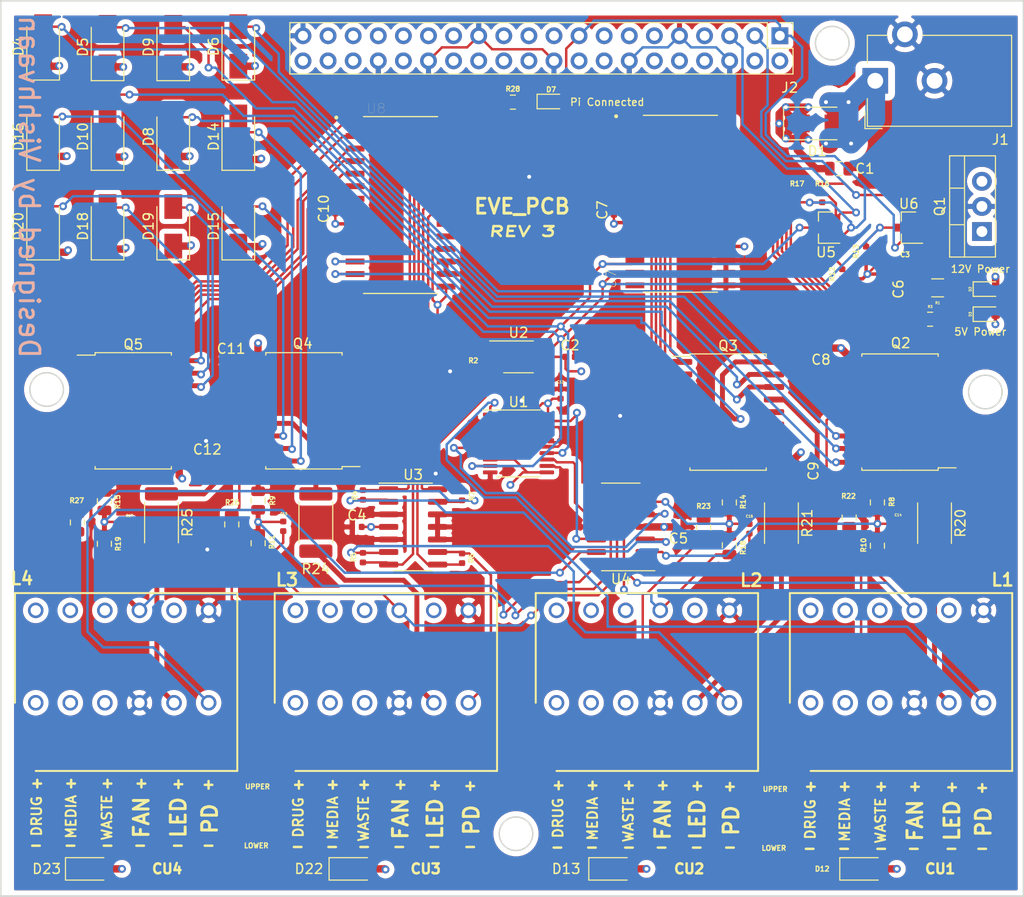
<source format=kicad_pcb>
(kicad_pcb (version 20171130) (host pcbnew 5.1.5)
  (layers (0 F.Cu signal) (1 In1.Cu power) (2 In2.Cu power) (31 B.Cu signal) (34 B.Paste user) (35 F.Paste user) (36 B.SilkS user) (37 F.SilkS user) (38 B.Mask user) (39 F.Mask user) (44 Edge.Cuts user))
  (net 0 "")
  (net 1 +12V)
  (net 2 GND)
  (net 3 +5V)
  (net 4 /DAC1/A_DRUGS1)
  (net 5 /DAC1/A_MEDIA1)
  (net 6 /DAC1/A_WASTE1)
  (net 7 /DAC1/A_DRUGS2)
  (net 8 /DAC1/A_MEDIA2)
  (net 9 /DAC1/A_WASTE2)
  (net 10 /DAC2/A_DRUGS3)
  (net 11 /DAC2/A_MEDIA3)
  (net 12 /DAC2/A_WASTE3)
  (net 13 /DAC2/A_DRUGS4)
  (net 14 /DAC2/A_MEDIA4)
  (net 15 /DAC2/A_WASTE4)
  (net 16 +3V3)
  (net 17 /SDA-3.3)
  (net 18 /SCL-3.3)
  (net 19 /DAC1/LED1_NEG)
  (net 20 /PD1_NEG)
  (net 21 /DAC1/LED2_NEG)
  (net 22 /PD2_NEG)
  (net 23 /PD3_NEG)
  (net 24 /DAC2/LED3_NEG)
  (net 25 /PD4_NEG)
  (net 26 /DAC2/LED4_NEG)
  (net 27 /DAC1/A_LED1)
  (net 28 /DAC1/D_LED1)
  (net 29 /DAC1/D_WASTE1)
  (net 30 /DAC1/D_MEDIA1)
  (net 31 /DAC1/D_DRUGS1)
  (net 32 /DAC1/D_DRUGS2)
  (net 33 /DAC1/D_MEDIA2)
  (net 34 /DAC1/D_WASTE2)
  (net 35 /DAC1/D_LED2)
  (net 36 /DAC1/A_LED2)
  (net 37 /DAC2/A_LED3)
  (net 38 /DAC2/D_LED3)
  (net 39 /DAC2/D_WASTE3)
  (net 40 /DAC2/D_MEDIA3)
  (net 41 /DAC2/D_DRUGS3)
  (net 42 /DAC2/D_DRUGS4)
  (net 43 /DAC2/D_MEDIA4)
  (net 44 /DAC2/D_WASTE4)
  (net 45 /DAC2/D_LED4)
  (net 46 /DAC2/A_LED4)
  (net 47 /AIN0)
  (net 48 /AIN1)
  (net 49 /AIN2)
  (net 50 /AIN3)
  (net 51 /SCL)
  (net 52 /SDA)
  (net 53 "Net-(D22-Pad1)")
  (net 54 "Net-(D23-Pad1)")
  (net 55 /DAC1/D_IND1)
  (net 56 /DAC1/A_IND1)
  (net 57 /DAC1/A_IND2)
  (net 58 /DAC1/D_IND2)
  (net 59 /DAC2/D_IND3)
  (net 60 /DAC2/A_IND3)
  (net 61 /DAC2/A_IND4)
  (net 62 /DAC2/D_IND4)
  (net 63 "Net-(D1-Pad2)")
  (net 64 "Net-(D2-Pad1)")
  (net 65 "Net-(D3-Pad1)")
  (net 66 "Net-(D12-Pad1)")
  (net 67 "Net-(D13-Pad1)")
  (net 68 "Net-(R2-Pad2)")
  (net 69 /FAN1_DIV)
  (net 70 /FAN3_DIV)
  (net 71 /FAN1_12V)
  (net 72 /FAN3_12V)
  (net 73 /FAN2_DIV)
  (net 74 /FAN4_DIV)
  (net 75 /FAN2_12V)
  (net 76 /FAN4_12V)
  (net 77 /FAN1_5V)
  (net 78 /FAN2_5V)
  (net 79 /FAN3_5V)
  (net 80 /FAN4_5V)
  (net 81 "Net-(D7-Pad1)")
  (module Package_SO:SOIC-18W_7.5x11.6mm_P1.27mm (layer F.Cu) (at 161.163 75.692)
    (fp_text reference Q3 (at 0 -6.72) (layer F.SilkS))
    (fp_text value ULN2803ADWR)
    (pad 18 smd roundrect (at 4.65 -5.08) (size 2.05 0.6) (layers F.Cu F.Paste F.Mask) (net 7 /DAC1/A_DRUGS2))
    (pad 17 smd roundrect (at 4.65 -3.81) (size 2.05 0.6) (layers F.Cu F.Paste F.Mask) (net 8 /DAC1/A_MEDIA2))
    (pad 16 smd roundrect (at 4.65 -2.54) (size 2.05 0.6) (layers F.Cu F.Paste F.Mask) (net 9 /DAC1/A_WASTE2))
    (pad 15 smd roundrect (at 4.65 -1.27) (size 2.05 0.6) (layers F.Cu F.Paste F.Mask) (net 36 /DAC1/A_LED2))
    (pad 14 smd roundrect (at 4.65 0) (size 2.05 0.6) (layers F.Cu F.Paste F.Mask) (net 57 /DAC1/A_IND2))
    (pad 13 smd roundrect (at 4.65 1.27) (size 2.05 0.6) (layers F.Cu F.Paste F.Mask))
    (pad 12 smd roundrect (at 4.65 2.54) (size 2.05 0.6) (layers F.Cu F.Paste F.Mask))
    (pad 11 smd roundrect (at 4.65 3.81) (size 2.05 0.6) (layers F.Cu F.Paste F.Mask))
    (pad 10 smd roundrect (at 4.65 5.08) (size 2.05 0.6) (layers F.Cu F.Paste F.Mask) (net 1 +12V))
    (pad 9 smd roundrect (at -4.65 5.08) (size 2.05 0.6) (layers F.Cu F.Paste F.Mask) (net 2 GND))
    (pad 8 smd roundrect (at -4.65 3.81) (size 2.05 0.6) (layers F.Cu F.Paste F.Mask))
    (pad 7 smd roundrect (at -4.65 2.54) (size 2.05 0.6) (layers F.Cu F.Paste F.Mask))
    (pad 6 smd roundrect (at -4.65 1.27) (size 2.05 0.6) (layers F.Cu F.Paste F.Mask))
    (pad 5 smd roundrect (at -4.65 0) (size 2.05 0.6) (layers F.Cu F.Paste F.Mask) (net 58 /DAC1/D_IND2))
    (pad 4 smd roundrect (at -4.65 -1.27) (size 2.05 0.6) (layers F.Cu F.Paste F.Mask) (net 35 /DAC1/D_LED2))
    (pad 3 smd roundrect (at -4.65 -2.54) (size 2.05 0.6) (layers F.Cu F.Paste F.Mask) (net 34 /DAC1/D_WASTE2))
    (pad 2 smd roundrect (at -4.65 -3.81) (size 2.05 0.6) (layers F.Cu F.Paste F.Mask) (net 33 /DAC1/D_MEDIA2))
    (pad 1 smd roundrect (at -4.65 -5.08) (size 2.05 0.6) (layers F.Cu F.Paste F.Mask) (net 32 /DAC1/D_DRUGS2))
  )
  (module Diode_SMD:D_SMA (layer F.Cu) (at 170.18 46.482)
    (fp_text reference D1 (at 0 2.794) (layer F.SilkS))
    (fp_text value US1K-13-F)
    (pad 1 smd rect (at -2 0) (size 2.5 1.8) (layers F.Cu F.Paste F.Mask) (net 1 +12V))
    (pad 2 smd rect (at 2 0) (size 2.5 1.8) (layers F.Cu F.Paste F.Mask) (net 63 "Net-(D1-Pad2)"))
  )
  (module SamacSys_Parts:1841539 (layer F.Cu) (at 91.092346 105.11)
    (fp_text reference L4 (at -1.397 -12.573) (layer F.SilkS) (effects (font (size 1.27 1.27) (thickness 0.254))))
    (fp_text value "Pheonix 1841539" hide)
    (pad 12 thru_hole circle (at 17.5 -9.35) (size 1.575 1.575) (drill 1.05) (layers *.Cu *.Mask) (net 2 GND))
    (pad 6 thru_hole circle (at 17.5 0) (size 1.575 1.575) (drill 1.05) (layers *.Cu *.Mask) (net 25 /PD4_NEG))
    (pad 11 thru_hole circle (at 14 -9.35) (size 1.575 1.575) (drill 1.05) (layers *.Cu *.Mask) (net 1 +12V))
    (pad 5 thru_hole circle (at 14 0) (size 1.575 1.575) (drill 1.05) (layers *.Cu *.Mask) (net 26 /DAC2/LED4_NEG))
    (pad 10 thru_hole circle (at 10.5 -9.35) (size 1.575 1.575) (drill 1.05) (layers *.Cu *.Mask) (net 76 /FAN4_12V))
    (pad 4 thru_hole circle (at 10.5 0) (size 1.575 1.575) (drill 1.05) (layers *.Cu *.Mask) (net 2 GND))
    (pad 9 thru_hole circle (at 7 -9.35) (size 1.575 1.575) (drill 1.05) (layers *.Cu *.Mask) (net 1 +12V))
    (pad 3 thru_hole circle (at 7 0) (size 1.575 1.575) (drill 1.05) (layers *.Cu *.Mask) (net 15 /DAC2/A_WASTE4))
    (pad 8 thru_hole circle (at 3.5 -9.35) (size 1.575 1.575) (drill 1.05) (layers *.Cu *.Mask) (net 1 +12V))
    (pad 2 thru_hole circle (at 3.5 0) (size 1.575 1.575) (drill 1.05) (layers *.Cu *.Mask) (net 14 /DAC2/A_MEDIA4))
    (pad 7 thru_hole circle (at 0 -9.35) (size 1.575 1.575) (drill 1.05) (layers *.Cu *.Mask) (net 1 +12V))
    (pad 1 thru_hole circle (at 0 0) (size 1.575 1.575) (drill 1.05) (layers *.Cu *.Mask) (net 13 /DAC2/A_DRUGS4))
  )
  (module footprints:SOIC127P1030X265-28N (layer F.Cu) (at 128.016 54.737)
    (fp_text reference U8 (at -2.475 -9.762) (layer F.SilkS) (effects (font (thickness 0.015))))
    (fp_text value MCP23017-E/SO)
    (pad 1 smd rect (at -4.605 -8.255) (size 1.9 0.6) (layers F.Cu F.Paste F.Mask) (net 42 /DAC2/D_DRUGS4))
    (pad 2 smd rect (at -4.605 -6.985) (size 1.9 0.6) (layers F.Cu F.Paste F.Mask) (net 43 /DAC2/D_MEDIA4))
    (pad 3 smd rect (at -4.605 -5.715) (size 1.9 0.6) (layers F.Cu F.Paste F.Mask) (net 44 /DAC2/D_WASTE4))
    (pad 4 smd rect (at -4.605 -4.445) (size 1.9 0.6) (layers F.Cu F.Paste F.Mask) (net 45 /DAC2/D_LED4))
    (pad 5 smd rect (at -4.605 -3.175) (size 1.9 0.6) (layers F.Cu F.Paste F.Mask) (net 62 /DAC2/D_IND4))
    (pad 6 smd rect (at -4.605 -1.905) (size 1.9 0.6) (layers F.Cu F.Paste F.Mask))
    (pad 7 smd rect (at -4.605 -0.635) (size 1.9 0.6) (layers F.Cu F.Paste F.Mask))
    (pad 8 smd rect (at -4.605 0.635) (size 1.9 0.6) (layers F.Cu F.Paste F.Mask))
    (pad 9 smd rect (at -4.605 1.905) (size 1.9 0.6) (layers F.Cu F.Paste F.Mask) (net 3 +5V))
    (pad 10 smd rect (at -4.605 3.175) (size 1.9 0.6) (layers F.Cu F.Paste F.Mask) (net 2 GND))
    (pad 11 smd rect (at -4.605 4.445) (size 1.9 0.6) (layers F.Cu F.Paste F.Mask))
    (pad 12 smd rect (at -4.605 5.715) (size 1.9 0.6) (layers F.Cu F.Paste F.Mask) (net 51 /SCL))
    (pad 13 smd rect (at -4.605 6.985) (size 1.9 0.6) (layers F.Cu F.Paste F.Mask) (net 52 /SDA))
    (pad 14 smd rect (at -4.605 8.255) (size 1.9 0.6) (layers F.Cu F.Paste F.Mask))
    (pad 15 smd rect (at 4.605 8.255) (size 1.9 0.6) (layers F.Cu F.Paste F.Mask) (net 3 +5V))
    (pad 16 smd rect (at 4.605 6.985) (size 1.9 0.6) (layers F.Cu F.Paste F.Mask) (net 2 GND))
    (pad 17 smd rect (at 4.605 5.715) (size 1.9 0.6) (layers F.Cu F.Paste F.Mask) (net 2 GND))
    (pad 18 smd rect (at 4.605 4.445) (size 1.9 0.6) (layers F.Cu F.Paste F.Mask) (net 3 +5V))
    (pad 19 smd rect (at 4.605 3.175) (size 1.9 0.6) (layers F.Cu F.Paste F.Mask))
    (pad 20 smd rect (at 4.605 1.905) (size 1.9 0.6) (layers F.Cu F.Paste F.Mask))
    (pad 21 smd rect (at 4.605 0.635) (size 1.9 0.6) (layers F.Cu F.Paste F.Mask) (net 41 /DAC2/D_DRUGS3))
    (pad 22 smd rect (at 4.605 -0.635) (size 1.9 0.6) (layers F.Cu F.Paste F.Mask) (net 40 /DAC2/D_MEDIA3))
    (pad 23 smd rect (at 4.605 -1.905) (size 1.9 0.6) (layers F.Cu F.Paste F.Mask) (net 39 /DAC2/D_WASTE3))
    (pad 24 smd rect (at 4.605 -3.175) (size 1.9 0.6) (layers F.Cu F.Paste F.Mask) (net 38 /DAC2/D_LED3))
    (pad 25 smd rect (at 4.605 -4.445) (size 1.9 0.6) (layers F.Cu F.Paste F.Mask) (net 59 /DAC2/D_IND3))
    (pad 26 smd rect (at 4.605 -5.715) (size 1.9 0.6) (layers F.Cu F.Paste F.Mask))
    (pad 27 smd rect (at 4.605 -6.985) (size 1.9 0.6) (layers F.Cu F.Paste F.Mask))
    (pad 28 smd rect (at 4.605 -8.255) (size 1.9 0.6) (layers F.Cu F.Paste F.Mask))
  )
  (module Package_TO_SOT_SMD:SOT-23 (layer F.Cu) (at 179.451 57.023 180)
    (fp_text reference U6 (at 0 2.413) (layer F.SilkS))
    (fp_text value MMBF170LT1G)
    (pad 3 smd rect (at 1 0 180) (size 0.9 0.8) (layers F.Cu F.Paste F.Mask) (net 52 /SDA))
    (pad 2 smd rect (at -1 0.95 180) (size 0.9 0.8) (layers F.Cu F.Paste F.Mask) (net 17 /SDA-3.3))
    (pad 1 smd rect (at -1 -0.95 180) (size 0.9 0.8) (layers F.Cu F.Paste F.Mask) (net 16 +3V3))
  )
  (module Package_SO:SOIC-14_3.9x8.7mm_P1.27mm (layer F.Cu) (at 150.3045 87.3125 180)
    (fp_text reference U4 (at 0 -5.28) (layer F.SilkS))
    (fp_text value LM324DR)
    (pad 14 smd roundrect (at 2.475 -3.81 180) (size 1.95 0.6) (layers F.Cu F.Paste F.Mask) (net 76 /FAN4_12V))
    (pad 13 smd roundrect (at 2.475 -2.54 180) (size 1.95 0.6) (layers F.Cu F.Paste F.Mask) (net 74 /FAN4_DIV))
    (pad 12 smd roundrect (at 2.475 -1.27 180) (size 1.95 0.6) (layers F.Cu F.Paste F.Mask) (net 80 /FAN4_5V))
    (pad 11 smd roundrect (at 2.475 0 180) (size 1.95 0.6) (layers F.Cu F.Paste F.Mask) (net 2 GND))
    (pad 10 smd roundrect (at 2.475 1.27 180) (size 1.95 0.6) (layers F.Cu F.Paste F.Mask) (net 79 /FAN3_5V))
    (pad 9 smd roundrect (at 2.475 2.54 180) (size 1.95 0.6) (layers F.Cu F.Paste F.Mask) (net 70 /FAN3_DIV))
    (pad 8 smd roundrect (at 2.475 3.81 180) (size 1.95 0.6) (layers F.Cu F.Paste F.Mask) (net 72 /FAN3_12V))
    (pad 7 smd roundrect (at -2.475 3.81 180) (size 1.95 0.6) (layers F.Cu F.Paste F.Mask) (net 75 /FAN2_12V))
    (pad 6 smd roundrect (at -2.475 2.54 180) (size 1.95 0.6) (layers F.Cu F.Paste F.Mask) (net 73 /FAN2_DIV))
    (pad 5 smd roundrect (at -2.475 1.27 180) (size 1.95 0.6) (layers F.Cu F.Paste F.Mask) (net 78 /FAN2_5V))
    (pad 4 smd roundrect (at -2.475 0 180) (size 1.95 0.6) (layers F.Cu F.Paste F.Mask) (net 1 +12V))
    (pad 3 smd roundrect (at -2.475 -1.27 180) (size 1.95 0.6) (layers F.Cu F.Paste F.Mask) (net 77 /FAN1_5V))
    (pad 2 smd roundrect (at -2.475 -2.54 180) (size 1.95 0.6) (layers F.Cu F.Paste F.Mask) (net 69 /FAN1_DIV))
    (pad 1 smd roundrect (at -2.475 -3.81 180) (size 1.95 0.6) (layers F.Cu F.Paste F.Mask) (net 71 /FAN1_12V))
  )
  (module Resistor_SMD:R_2512_6332Metric (layer F.Cu) (at 103.8225 86.868 270)
    (fp_text reference R25 (at 0 -2.62 90) (layer F.SilkS))
    (fp_text value 100Ω)
    (pad 2 smd roundrect (at 2.9 0 270) (size 1.35 3.35) (layers F.Cu F.Paste F.Mask) (roundrect_rratio 0.185185) (net 26 /DAC2/LED4_NEG))
    (pad 1 smd roundrect (at -2.9 0 270) (size 1.35 3.35) (layers F.Cu F.Paste F.Mask) (roundrect_rratio 0.185185) (net 46 /DAC2/A_LED4))
  )
  (module Resistor_SMD:R_2512_6332Metric (layer F.Cu) (at 119.4435 86.868 270)
    (fp_text reference R24 (at 4.699 0 180) (layer F.SilkS))
    (fp_text value 100Ω)
    (pad 2 smd roundrect (at 2.9 0 270) (size 1.35 3.35) (layers F.Cu F.Paste F.Mask) (roundrect_rratio 0.185185) (net 24 /DAC2/LED3_NEG))
    (pad 1 smd roundrect (at -2.9 0 270) (size 1.35 3.35) (layers F.Cu F.Paste F.Mask) (roundrect_rratio 0.185185) (net 37 /DAC2/A_LED3))
  )
  (module Resistor_SMD:R_2512_6332Metric (layer F.Cu) (at 166.5605 86.9315 270)
    (fp_text reference R21 (at 0 -2.62 90) (layer F.SilkS))
    (fp_text value 100Ω)
    (pad 2 smd roundrect (at 2.9 0 270) (size 1.35 3.35) (layers F.Cu F.Paste F.Mask) (roundrect_rratio 0.185185) (net 21 /DAC1/LED2_NEG))
    (pad 1 smd roundrect (at -2.9 0 270) (size 1.35 3.35) (layers F.Cu F.Paste F.Mask) (roundrect_rratio 0.185185) (net 36 /DAC1/A_LED2))
  )
  (module Resistor_SMD:R_2512_6332Metric (layer F.Cu) (at 182.0545 86.9315 270)
    (fp_text reference R20 (at 0 -2.62 90) (layer F.SilkS))
    (fp_text value 100Ω)
    (pad 2 smd roundrect (at 2.9 0 270) (size 1.35 3.35) (layers F.Cu F.Paste F.Mask) (roundrect_rratio 0.185185) (net 19 /DAC1/LED1_NEG))
    (pad 1 smd roundrect (at -2.9 0 270) (size 1.35 3.35) (layers F.Cu F.Paste F.Mask) (roundrect_rratio 0.185185) (net 27 /DAC1/A_LED1))
  )
  (module Resistor_SMD:R_0805_2012Metric (layer F.Cu) (at 98.044 89.027 90)
    (fp_text reference R19 (at 0 1.397 90) (layer F.SilkS) (effects (font (size 0.5 0.5) (thickness 0.125))))
    (fp_text value 14KΩ)
    (pad 2 smd roundrect (at 0.9375 0 90) (size 0.975 1.4) (layers F.Cu F.Paste F.Mask) (net 74 /FAN4_DIV))
    (pad 1 smd roundrect (at -0.9375 0 90) (size 0.975 1.4) (layers F.Cu F.Paste F.Mask) (net 76 /FAN4_12V))
  )
  (module Resistor_SMD:R_0805_2012Metric (layer F.Cu) (at 161.29 89.169 90)
    (fp_text reference R18 (at -0.239 1.397 90) (layer F.SilkS) (effects (font (size 0.5 0.5) (thickness 0.125))))
    (fp_text value 14KΩ)
    (pad 2 smd roundrect (at 0.9375 0 90) (size 0.975 1.4) (layers F.Cu F.Paste F.Mask) (net 73 /FAN2_DIV))
    (pad 1 smd roundrect (at -0.9375 0 90) (size 0.975 1.4) (layers F.Cu F.Paste F.Mask) (net 75 /FAN2_12V))
  )
  (module Resistor_SMD:R_0402_1005Metric (layer F.Cu) (at 168.148 53.975 90)
    (fp_text reference R17 (at 1.397 0 180) (layer F.SilkS) (effects (font (size 0.5 0.5) (thickness 0.125))))
    (fp_text value 10KΩ)
    (pad 2 smd roundrect (at 0.485 0 90) (size 0.59 0.64) (layers F.Cu F.Paste F.Mask) (net 17 /SDA-3.3))
    (pad 1 smd roundrect (at -0.485 0 90) (size 0.59 0.64) (layers F.Cu F.Paste F.Mask) (net 16 +3V3))
  )
  (module Resistor_SMD:R_0402_1005Metric (layer F.Cu) (at 170.688 53.975 90)
    (fp_text reference R16 (at 1.397 0 180) (layer F.SilkS) (effects (font (size 0.5 0.5) (thickness 0.125))))
    (fp_text value 10KΩ)
    (pad 2 smd roundrect (at 0.485 0 90) (size 0.59 0.64) (layers F.Cu F.Paste F.Mask) (net 18 /SCL-3.3))
    (pad 1 smd roundrect (at -0.485 0 90) (size 0.59 0.64) (layers F.Cu F.Paste F.Mask) (net 16 +3V3))
  )
  (module Resistor_SMD:R_0805_2012Metric (layer F.Cu) (at 98.044 84.709 90)
    (fp_text reference R15 (at -0.0635 1.3335 90) (layer F.SilkS) (effects (font (size 0.5 0.5) (thickness 0.125))))
    (fp_text value 10KΩ)
    (pad 2 smd roundrect (at 0.9375 0 90) (size 0.975 1.4) (layers F.Cu F.Paste F.Mask) (net 2 GND))
    (pad 1 smd roundrect (at -0.9375 0 90) (size 0.975 1.4) (layers F.Cu F.Paste F.Mask) (net 74 /FAN4_DIV))
  )
  (module Resistor_SMD:R_0805_2012Metric (layer F.Cu) (at 161.29 84.836 90)
    (fp_text reference R14 (at 0.0635 1.397 90) (layer F.SilkS) (effects (font (size 0.5 0.5) (thickness 0.125))))
    (fp_text value 10KΩ)
    (pad 2 smd roundrect (at 0.9375 0 90) (size 0.975 1.4) (layers F.Cu F.Paste F.Mask) (net 2 GND))
    (pad 1 smd roundrect (at -0.9375 0 90) (size 0.975 1.4) (layers F.Cu F.Paste F.Mask) (net 73 /FAN2_DIV))
  )
  (module Resistor_SMD:R_0402_1005Metric (layer F.Cu) (at 175.133 59.436 270)
    (fp_text reference R13 (at 0 1.016 90) (layer F.SilkS) (effects (font (size 0.5 0.5) (thickness 0.125))))
    (fp_text value 10KΩ)
    (pad 2 smd roundrect (at 0.485 0 270) (size 0.59 0.64) (layers F.Cu F.Paste F.Mask) (net 3 +5V))
    (pad 1 smd roundrect (at -0.485 0 270) (size 0.59 0.64) (layers F.Cu F.Paste F.Mask) (net 52 /SDA))
  )
  (module Resistor_SMD:R_0402_1005Metric (layer F.Cu) (at 172.72 61.722 270)
    (fp_text reference R12 (at 0 1.016 90) (layer F.SilkS) (effects (font (size 0.5 0.5) (thickness 0.125))))
    (fp_text value 10KΩ)
    (pad 2 smd roundrect (at 0.485 0 270) (size 0.59 0.64) (layers F.Cu F.Paste F.Mask) (net 3 +5V))
    (pad 1 smd roundrect (at -0.485 0 270) (size 0.59 0.64) (layers F.Cu F.Paste F.Mask) (net 51 /SCL))
  )
  (module Resistor_SMD:R_0805_2012Metric (layer F.Cu) (at 113.6015 88.9635 90)
    (fp_text reference R11 (at 0.127 1.397 90) (layer F.SilkS) (effects (font (size 0.5 0.5) (thickness 0.125))))
    (fp_text value 14KΩ)
    (pad 2 smd roundrect (at 0.9375 0 90) (size 0.975 1.4) (layers F.Cu F.Paste F.Mask) (net 70 /FAN3_DIV))
    (pad 1 smd roundrect (at -0.9375 0 90) (size 0.975 1.4) (layers F.Cu F.Paste F.Mask) (net 72 /FAN3_12V))
  )
  (module Resistor_SMD:R_0805_2012Metric (layer F.Cu) (at 176.276 89.2175 90)
    (fp_text reference R10 (at 0.0635 -1.397 90) (layer F.SilkS) (effects (font (size 0.5 0.5) (thickness 0.125))))
    (fp_text value 14KΩ)
    (pad 2 smd roundrect (at 0.9375 0 90) (size 0.975 1.4) (layers F.Cu F.Paste F.Mask) (net 69 /FAN1_DIV))
    (pad 1 smd roundrect (at -0.9375 0 90) (size 0.975 1.4) (layers F.Cu F.Paste F.Mask) (net 71 /FAN1_12V))
  )
  (module Resistor_SMD:R_0805_2012Metric (layer F.Cu) (at 113.6015 84.6455 90)
    (fp_text reference R9 (at 0 1.4605 90) (layer F.SilkS) (effects (font (size 0.5 0.5) (thickness 0.125))))
    (fp_text value 10KΩ)
    (pad 2 smd roundrect (at 0.9375 0 90) (size 0.975 1.4) (layers F.Cu F.Paste F.Mask) (net 2 GND))
    (pad 1 smd roundrect (at -0.9375 0 90) (size 0.975 1.4) (layers F.Cu F.Paste F.Mask) (net 70 /FAN3_DIV))
  )
  (module Resistor_SMD:R_0805_2012Metric (layer F.Cu) (at 176.276 84.836 90)
    (fp_text reference R8 (at 0.0635 1.4605 90) (layer F.SilkS) (effects (font (size 0.5 0.5) (thickness 0.125))))
    (fp_text value 10KΩ)
    (pad 2 smd roundrect (at 0.9375 0 90) (size 0.975 1.4) (layers F.Cu F.Paste F.Mask) (net 2 GND))
    (pad 1 smd roundrect (at -0.9375 0 90) (size 0.975 1.4) (layers F.Cu F.Paste F.Mask) (net 69 /FAN1_DIV))
  )
  (module Connector_PinHeader_2.54mm:PinHeader_2x20_P2.54mm_Vertical (layer F.Cu) (at 166.403346 37.606769 270)
    (fp_text reference J2 (at 5.25 -1) (layer F.SilkS))
    (fp_text value "2x20 Male Header")
    (pad 40 thru_hole oval (at 2.54 48.26 270) (size 1.7 1.7) (drill 1) (layers *.Cu *.Mask))
    (pad 39 thru_hole oval (at 0 48.26 270) (size 1.7 1.7) (drill 1) (layers *.Cu *.Mask) (net 2 GND))
    (pad 38 thru_hole oval (at 2.54 45.72 270) (size 1.7 1.7) (drill 1) (layers *.Cu *.Mask))
    (pad 37 thru_hole oval (at 0 45.72 270) (size 1.7 1.7) (drill 1) (layers *.Cu *.Mask))
    (pad 36 thru_hole oval (at 2.54 43.18 270) (size 1.7 1.7) (drill 1) (layers *.Cu *.Mask))
    (pad 35 thru_hole oval (at 0 43.18 270) (size 1.7 1.7) (drill 1) (layers *.Cu *.Mask))
    (pad 34 thru_hole oval (at 2.54 40.64 270) (size 1.7 1.7) (drill 1) (layers *.Cu *.Mask) (net 2 GND))
    (pad 33 thru_hole oval (at 0 40.64 270) (size 1.7 1.7) (drill 1) (layers *.Cu *.Mask))
    (pad 32 thru_hole oval (at 2.54 38.1 270) (size 1.7 1.7) (drill 1) (layers *.Cu *.Mask))
    (pad 31 thru_hole oval (at 0 38.1 270) (size 1.7 1.7) (drill 1) (layers *.Cu *.Mask))
    (pad 30 thru_hole oval (at 2.54 35.56 270) (size 1.7 1.7) (drill 1) (layers *.Cu *.Mask) (net 2 GND))
    (pad 29 thru_hole oval (at 0 35.56 270) (size 1.7 1.7) (drill 1) (layers *.Cu *.Mask))
    (pad 28 thru_hole oval (at 2.54 33.02 270) (size 1.7 1.7) (drill 1) (layers *.Cu *.Mask))
    (pad 27 thru_hole oval (at 0 33.02 270) (size 1.7 1.7) (drill 1) (layers *.Cu *.Mask))
    (pad 26 thru_hole oval (at 2.54 30.48 270) (size 1.7 1.7) (drill 1) (layers *.Cu *.Mask))
    (pad 25 thru_hole oval (at 0 30.48 270) (size 1.7 1.7) (drill 1) (layers *.Cu *.Mask) (net 2 GND))
    (pad 24 thru_hole oval (at 2.54 27.94 270) (size 1.7 1.7) (drill 1) (layers *.Cu *.Mask))
    (pad 23 thru_hole oval (at 0 27.94 270) (size 1.7 1.7) (drill 1) (layers *.Cu *.Mask))
    (pad 22 thru_hole oval (at 2.54 25.4 270) (size 1.7 1.7) (drill 1) (layers *.Cu *.Mask))
    (pad 21 thru_hole oval (at 0 25.4 270) (size 1.7 1.7) (drill 1) (layers *.Cu *.Mask))
    (pad 20 thru_hole oval (at 2.54 22.86 270) (size 1.7 1.7) (drill 1) (layers *.Cu *.Mask) (net 2 GND))
    (pad 19 thru_hole oval (at 0 22.86 270) (size 1.7 1.7) (drill 1) (layers *.Cu *.Mask))
    (pad 18 thru_hole oval (at 2.54 20.32 270) (size 1.7 1.7) (drill 1) (layers *.Cu *.Mask))
    (pad 17 thru_hole oval (at 0 20.32 270) (size 1.7 1.7) (drill 1) (layers *.Cu *.Mask) (net 16 +3V3))
    (pad 16 thru_hole oval (at 2.54 17.78 270) (size 1.7 1.7) (drill 1) (layers *.Cu *.Mask))
    (pad 15 thru_hole oval (at 0 17.78 270) (size 1.7 1.7) (drill 1) (layers *.Cu *.Mask))
    (pad 14 thru_hole oval (at 2.54 15.24 270) (size 1.7 1.7) (drill 1) (layers *.Cu *.Mask) (net 2 GND))
    (pad 13 thru_hole oval (at 0 15.24 270) (size 1.7 1.7) (drill 1) (layers *.Cu *.Mask))
    (pad 12 thru_hole oval (at 2.54 12.7 270) (size 1.7 1.7) (drill 1) (layers *.Cu *.Mask))
    (pad 11 thru_hole oval (at 0 12.7 270) (size 1.7 1.7) (drill 1) (layers *.Cu *.Mask))
    (pad 10 thru_hole oval (at 2.54 10.16 270) (size 1.7 1.7) (drill 1) (layers *.Cu *.Mask))
    (pad 9 thru_hole oval (at 0 10.16 270) (size 1.7 1.7) (drill 1) (layers *.Cu *.Mask) (net 2 GND))
    (pad 8 thru_hole oval (at 2.54 7.62 270) (size 1.7 1.7) (drill 1) (layers *.Cu *.Mask))
    (pad 7 thru_hole oval (at 0 7.62 270) (size 1.7 1.7) (drill 1) (layers *.Cu *.Mask))
    (pad 6 thru_hole oval (at 2.54 5.08 270) (size 1.7 1.7) (drill 1) (layers *.Cu *.Mask) (net 2 GND))
    (pad 5 thru_hole oval (at 0 5.08 270) (size 1.7 1.7) (drill 1) (layers *.Cu *.Mask) (net 18 /SCL-3.3))
    (pad 4 thru_hole oval (at 2.54 2.54 270) (size 1.7 1.7) (drill 1) (layers *.Cu *.Mask))
    (pad 3 thru_hole oval (at 0 2.54 270) (size 1.7 1.7) (drill 1) (layers *.Cu *.Mask) (net 17 /SDA-3.3))
    (pad 2 thru_hole oval (at 2.54 0 270) (size 1.7 1.7) (drill 1) (layers *.Cu *.Mask))
    (pad 1 thru_hole rect (at 0 0 270) (size 1.7 1.7) (drill 1) (layers *.Cu *.Mask) (net 16 +3V3))
  )
  (module SamacSys_Parts:1841539 (layer F.Cu) (at 169.514846 105.11)
    (fp_text reference L1 (at 19.431 -12.446 unlocked) (layer F.SilkS) (effects (font (size 1.27 1.27) (thickness 0.254))))
    (fp_text value "Pheonix 1841539" hide)
    (pad 12 thru_hole circle (at 17.5 -9.35) (size 1.575 1.575) (drill 1.05) (layers *.Cu *.Mask) (net 2 GND))
    (pad 6 thru_hole circle (at 17.5 0) (size 1.575 1.575) (drill 1.05) (layers *.Cu *.Mask) (net 20 /PD1_NEG))
    (pad 11 thru_hole circle (at 14 -9.35) (size 1.575 1.575) (drill 1.05) (layers *.Cu *.Mask) (net 1 +12V))
    (pad 5 thru_hole circle (at 14 0) (size 1.575 1.575) (drill 1.05) (layers *.Cu *.Mask) (net 19 /DAC1/LED1_NEG))
    (pad 10 thru_hole circle (at 10.5 -9.35) (size 1.575 1.575) (drill 1.05) (layers *.Cu *.Mask) (net 71 /FAN1_12V))
    (pad 4 thru_hole circle (at 10.5 0) (size 1.575 1.575) (drill 1.05) (layers *.Cu *.Mask) (net 2 GND))
    (pad 9 thru_hole circle (at 7 -9.35) (size 1.575 1.575) (drill 1.05) (layers *.Cu *.Mask) (net 1 +12V))
    (pad 3 thru_hole circle (at 7 0) (size 1.575 1.575) (drill 1.05) (layers *.Cu *.Mask) (net 6 /DAC1/A_WASTE1))
    (pad 8 thru_hole circle (at 3.5 -9.35) (size 1.575 1.575) (drill 1.05) (layers *.Cu *.Mask) (net 1 +12V))
    (pad 2 thru_hole circle (at 3.5 0) (size 1.575 1.575) (drill 1.05) (layers *.Cu *.Mask) (net 5 /DAC1/A_MEDIA1))
    (pad 7 thru_hole circle (at 0 -9.35) (size 1.575 1.575) (drill 1.05) (layers *.Cu *.Mask) (net 1 +12V))
    (pad 1 thru_hole circle (at 0 0) (size 1.575 1.575) (drill 1.05) (layers *.Cu *.Mask) (net 4 /DAC1/A_DRUGS1))
  )
  (module SamacSys_Parts:1841539 (layer F.Cu) (at 143.797346 105.11)
    (fp_text reference L2 (at 19.715154 -12.4) (layer F.SilkS) (effects (font (size 1.27 1.27) (thickness 0.254))))
    (fp_text value "Pheonix 1841539" hide)
    (pad 12 thru_hole circle (at 17.5 -9.35) (size 1.575 1.575) (drill 1.05) (layers *.Cu *.Mask) (net 2 GND))
    (pad 6 thru_hole circle (at 17.5 0) (size 1.575 1.575) (drill 1.05) (layers *.Cu *.Mask) (net 22 /PD2_NEG))
    (pad 11 thru_hole circle (at 14 -9.35) (size 1.575 1.575) (drill 1.05) (layers *.Cu *.Mask) (net 1 +12V))
    (pad 5 thru_hole circle (at 14 0) (size 1.575 1.575) (drill 1.05) (layers *.Cu *.Mask) (net 21 /DAC1/LED2_NEG))
    (pad 10 thru_hole circle (at 10.5 -9.35) (size 1.575 1.575) (drill 1.05) (layers *.Cu *.Mask) (net 75 /FAN2_12V))
    (pad 4 thru_hole circle (at 10.5 0) (size 1.575 1.575) (drill 1.05) (layers *.Cu *.Mask) (net 2 GND))
    (pad 9 thru_hole circle (at 7 -9.35) (size 1.575 1.575) (drill 1.05) (layers *.Cu *.Mask) (net 1 +12V))
    (pad 3 thru_hole circle (at 7 0) (size 1.575 1.575) (drill 1.05) (layers *.Cu *.Mask) (net 9 /DAC1/A_WASTE2))
    (pad 8 thru_hole circle (at 3.5 -9.35) (size 1.575 1.575) (drill 1.05) (layers *.Cu *.Mask) (net 1 +12V))
    (pad 2 thru_hole circle (at 3.5 0) (size 1.575 1.575) (drill 1.05) (layers *.Cu *.Mask) (net 8 /DAC1/A_MEDIA2))
    (pad 7 thru_hole circle (at 0 -9.35) (size 1.575 1.575) (drill 1.05) (layers *.Cu *.Mask) (net 1 +12V))
    (pad 1 thru_hole circle (at 0 0) (size 1.575 1.575) (drill 1.05) (layers *.Cu *.Mask) (net 7 /DAC1/A_DRUGS2))
  )
  (module SamacSys_Parts:1841539 (layer F.Cu) (at 117.381346 105.11)
    (fp_text reference L3 (at -0.858846 -12.446) (layer F.SilkS) (effects (font (size 1.27 1.27) (thickness 0.254))))
    (fp_text value "Pheonix 1841539" hide)
    (pad 12 thru_hole circle (at 17.5 -9.35) (size 1.575 1.575) (drill 1.05) (layers *.Cu *.Mask) (net 2 GND))
    (pad 6 thru_hole circle (at 17.5 0) (size 1.575 1.575) (drill 1.05) (layers *.Cu *.Mask) (net 23 /PD3_NEG))
    (pad 11 thru_hole circle (at 14 -9.35) (size 1.575 1.575) (drill 1.05) (layers *.Cu *.Mask) (net 1 +12V))
    (pad 5 thru_hole circle (at 14 0) (size 1.575 1.575) (drill 1.05) (layers *.Cu *.Mask) (net 24 /DAC2/LED3_NEG))
    (pad 10 thru_hole circle (at 10.5 -9.35) (size 1.575 1.575) (drill 1.05) (layers *.Cu *.Mask) (net 72 /FAN3_12V))
    (pad 4 thru_hole circle (at 10.5 0) (size 1.575 1.575) (drill 1.05) (layers *.Cu *.Mask) (net 2 GND))
    (pad 9 thru_hole circle (at 7 -9.35) (size 1.575 1.575) (drill 1.05) (layers *.Cu *.Mask) (net 1 +12V))
    (pad 3 thru_hole circle (at 7 0) (size 1.575 1.575) (drill 1.05) (layers *.Cu *.Mask) (net 12 /DAC2/A_WASTE3))
    (pad 8 thru_hole circle (at 3.5 -9.35) (size 1.575 1.575) (drill 1.05) (layers *.Cu *.Mask) (net 1 +12V))
    (pad 2 thru_hole circle (at 3.5 0) (size 1.575 1.575) (drill 1.05) (layers *.Cu *.Mask) (net 11 /DAC2/A_MEDIA3))
    (pad 7 thru_hole circle (at 0 -9.35) (size 1.575 1.575) (drill 1.05) (layers *.Cu *.Mask) (net 1 +12V))
    (pad 1 thru_hole circle (at 0 0) (size 1.575 1.575) (drill 1.05) (layers *.Cu *.Mask) (net 10 /DAC2/A_DRUGS3))
  )
  (module footprints:SOIC127P1030X265-28N (layer F.Cu) (at 156.337 54.61)
    (fp_text reference U7 (at -7 7.62 270) (layer F.SilkS) (effects (font (thickness 0.05))))
    (fp_text value MCP23017-E/SO hide)
    (pad 28 smd rect (at 4.605 -8.255) (size 1.9 0.6) (layers F.Cu F.Paste F.Mask))
    (pad 27 smd rect (at 4.605 -6.985) (size 1.9 0.6) (layers F.Cu F.Paste F.Mask))
    (pad 26 smd rect (at 4.605 -5.715) (size 1.9 0.6) (layers F.Cu F.Paste F.Mask))
    (pad 25 smd rect (at 4.605 -4.445) (size 1.9 0.6) (layers F.Cu F.Paste F.Mask) (net 55 /DAC1/D_IND1))
    (pad 24 smd rect (at 4.605 -3.175) (size 1.9 0.6) (layers F.Cu F.Paste F.Mask) (net 28 /DAC1/D_LED1))
    (pad 23 smd rect (at 4.605 -1.905) (size 1.9 0.6) (layers F.Cu F.Paste F.Mask) (net 29 /DAC1/D_WASTE1))
    (pad 22 smd rect (at 4.605 -0.635) (size 1.9 0.6) (layers F.Cu F.Paste F.Mask) (net 30 /DAC1/D_MEDIA1))
    (pad 21 smd rect (at 4.605 0.635) (size 1.9 0.6) (layers F.Cu F.Paste F.Mask) (net 31 /DAC1/D_DRUGS1))
    (pad 20 smd rect (at 4.605 1.905) (size 1.9 0.6) (layers F.Cu F.Paste F.Mask))
    (pad 19 smd rect (at 4.605 3.175) (size 1.9 0.6) (layers F.Cu F.Paste F.Mask))
    (pad 18 smd rect (at 4.605 4.445) (size 1.9 0.6) (layers F.Cu F.Paste F.Mask) (net 3 +5V))
    (pad 17 smd rect (at 4.605 5.715) (size 1.9 0.6) (layers F.Cu F.Paste F.Mask) (net 2 GND))
    (pad 16 smd rect (at 4.605 6.985) (size 1.9 0.6) (layers F.Cu F.Paste F.Mask) (net 2 GND))
    (pad 15 smd rect (at 4.605 8.255) (size 1.9 0.6) (layers F.Cu F.Paste F.Mask) (net 2 GND))
    (pad 14 smd rect (at -4.605 8.255) (size 1.9 0.6) (layers F.Cu F.Paste F.Mask))
    (pad 13 smd rect (at -4.605 6.985) (size 1.9 0.6) (layers F.Cu F.Paste F.Mask) (net 52 /SDA))
    (pad 12 smd rect (at -4.605 5.715) (size 1.9 0.6) (layers F.Cu F.Paste F.Mask) (net 51 /SCL))
    (pad 11 smd rect (at -4.605 4.445) (size 1.9 0.6) (layers F.Cu F.Paste F.Mask))
    (pad 10 smd rect (at -4.605 3.175) (size 1.9 0.6) (layers F.Cu F.Paste F.Mask) (net 2 GND))
    (pad 9 smd rect (at -4.605 1.905) (size 1.9 0.6) (layers F.Cu F.Paste F.Mask) (net 3 +5V))
    (pad 8 smd rect (at -4.605 0.635) (size 1.9 0.6) (layers F.Cu F.Paste F.Mask))
    (pad 7 smd rect (at -4.605 -0.635) (size 1.9 0.6) (layers F.Cu F.Paste F.Mask))
    (pad 6 smd rect (at -4.605 -1.905) (size 1.9 0.6) (layers F.Cu F.Paste F.Mask))
    (pad 5 smd rect (at -4.605 -3.175) (size 1.9 0.6) (layers F.Cu F.Paste F.Mask) (net 58 /DAC1/D_IND2))
    (pad 4 smd rect (at -4.605 -4.445) (size 1.9 0.6) (layers F.Cu F.Paste F.Mask) (net 35 /DAC1/D_LED2))
    (pad 3 smd rect (at -4.605 -5.715) (size 1.9 0.6) (layers F.Cu F.Paste F.Mask) (net 34 /DAC1/D_WASTE2))
    (pad 2 smd rect (at -4.605 -6.985) (size 1.9 0.6) (layers F.Cu F.Paste F.Mask) (net 33 /DAC1/D_MEDIA2))
    (pad 1 smd rect (at -4.605 -8.255) (size 1.9 0.6) (layers F.Cu F.Paste F.Mask) (net 32 /DAC1/D_DRUGS2))
  )
  (module LED_SMD:LED_1206_3216Metric (layer F.Cu) (at 174.752 121.92)
    (fp_text reference D12 (at -4.064 0) (layer F.SilkS) (effects (font (size 0.5 0.5) (thickness 0.125))))
    (fp_text value 11-21/BHC-AQ2S1M/2T)
    (pad 1 smd roundrect (at -1.4 0) (size 1.25 1.75) (layers F.Cu F.Paste F.Mask) (roundrect_rratio 0.2) (net 66 "Net-(D12-Pad1)"))
    (pad 2 smd roundrect (at 1.4 0) (size 1.25 1.75) (layers F.Cu F.Paste F.Mask) (roundrect_rratio 0.2) (net 1 +12V))
  )
  (module LED_SMD:LED_1206_3216Metric (layer F.Cu) (at 149.352 121.92)
    (fp_text reference D13 (at -4.572 0) (layer F.SilkS))
    (fp_text value 11-21/BHC-AQ2S1M/2T)
    (pad 1 smd roundrect (at -1.4 0) (size 1.25 1.75) (layers F.Cu F.Paste F.Mask) (roundrect_rratio 0.2) (net 67 "Net-(D13-Pad1)"))
    (pad 2 smd roundrect (at 1.4 0) (size 1.25 1.75) (layers F.Cu F.Paste F.Mask) (roundrect_rratio 0.2) (net 1 +12V))
  )
  (module LED_SMD:LED_1206_3216Metric (layer F.Cu) (at 123.066 121.92)
    (fp_text reference D22 (at -4.318 0) (layer F.SilkS))
    (fp_text value 11-21/BHC-AQ2S1M/2T)
    (pad 2 smd roundrect (at 1.4 0) (size 1.25 1.75) (layers F.Cu F.Paste F.Mask) (roundrect_rratio 0.2) (net 1 +12V))
    (pad 1 smd roundrect (at -1.4 0) (size 1.25 1.75) (layers F.Cu F.Paste F.Mask) (roundrect_rratio 0.2) (net 53 "Net-(D22-Pad1)"))
  )
  (module LED_SMD:LED_1206_3216Metric (layer F.Cu) (at 96.39 121.92)
    (fp_text reference D23 (at -4.188 0) (layer F.SilkS))
    (fp_text value 11-21/BHC-AQ2S1M/2T)
    (pad 1 smd roundrect (at -1.4 0) (size 1.25 1.75) (layers F.Cu F.Paste F.Mask) (roundrect_rratio 0.2) (net 54 "Net-(D23-Pad1)"))
    (pad 2 smd roundrect (at 1.4 0) (size 1.25 1.75) (layers F.Cu F.Paste F.Mask) (roundrect_rratio 0.2) (net 1 +12V))
  )
  (module Capacitor_SMD:C_0805_2012Metric (layer F.Cu) (at 172.3875 51.054)
    (fp_text reference C1 (at 2.6185 0) (layer F.SilkS))
    (fp_text value 10μF)
    (pad 1 smd roundrect (at -0.9375 0) (size 0.975 1.4) (layers F.Cu F.Paste F.Mask) (net 1 +12V))
    (pad 2 smd roundrect (at 0.9375 0) (size 0.975 1.4) (layers F.Cu F.Paste F.Mask) (net 2 GND))
  )
  (module Diode_SMD:D_SMA (layer F.Cu) (at 91.842846 38.688269 90)
    (fp_text reference D4 (at 0 -2.5 90) (layer F.SilkS))
    (fp_text value B160-13-F)
    (pad 2 smd rect (at 2 0 90) (size 2.5 1.8) (layers F.Cu F.Paste F.Mask) (net 4 /DAC1/A_DRUGS1))
    (pad 1 smd rect (at -2 0 90) (size 2.5 1.8) (layers F.Cu F.Paste F.Mask) (net 1 +12V))
  )
  (module Diode_SMD:D_SMA (layer F.Cu) (at 98.363846 38.751769 90)
    (fp_text reference D5 (at 0 -2.5 90) (layer F.SilkS))
    (fp_text value B160-13-F)
    (pad 2 smd rect (at 2 0 90) (size 2.5 1.8) (layers F.Cu F.Paste F.Mask) (net 5 /DAC1/A_MEDIA1))
    (pad 1 smd rect (at -2 0 90) (size 2.5 1.8) (layers F.Cu F.Paste F.Mask) (net 1 +12V))
  )
  (module Diode_SMD:D_SMA (layer F.Cu) (at 111.596346 38.688269 90)
    (fp_text reference D6 (at 0 -2.5 90) (layer F.SilkS))
    (fp_text value B160-13-F)
    (pad 1 smd rect (at -2 0 90) (size 2.5 1.8) (layers F.Cu F.Paste F.Mask) (net 1 +12V))
    (pad 2 smd rect (at 2 0 90) (size 2.5 1.8) (layers F.Cu F.Paste F.Mask) (net 6 /DAC1/A_WASTE1))
  )
  (module Diode_SMD:D_SMA (layer F.Cu) (at 105.011846 47.821769 90)
    (fp_text reference D8 (at 0 -2.5 90) (layer F.SilkS))
    (fp_text value B160-13-F)
    (pad 1 smd rect (at -2 0 90) (size 2.5 1.8) (layers F.Cu F.Paste F.Mask) (net 1 +12V))
    (pad 2 smd rect (at 2 0 90) (size 2.5 1.8) (layers F.Cu F.Paste F.Mask) (net 7 /DAC1/A_DRUGS2))
  )
  (module Diode_SMD:D_SMA (layer F.Cu) (at 105.011846 38.751769 90)
    (fp_text reference D9 (at 0 -2.5 90) (layer F.SilkS))
    (fp_text value B160-13-F)
    (pad 1 smd rect (at -2 0 90) (size 2.5 1.8) (layers F.Cu F.Paste F.Mask) (net 1 +12V))
    (pad 2 smd rect (at 2 0 90) (size 2.5 1.8) (layers F.Cu F.Paste F.Mask) (net 8 /DAC1/A_MEDIA2))
  )
  (module Diode_SMD:D_SMA (layer F.Cu) (at 98.363846 47.821769 90)
    (fp_text reference D10 (at 0 -2.5 90) (layer F.SilkS))
    (fp_text value B160-13-F)
    (pad 2 smd rect (at 2 0 90) (size 2.5 1.8) (layers F.Cu F.Paste F.Mask) (net 9 /DAC1/A_WASTE2))
    (pad 1 smd rect (at -2 0 90) (size 2.5 1.8) (layers F.Cu F.Paste F.Mask) (net 1 +12V))
  )
  (module Diode_SMD:D_SMA (layer F.Cu) (at 111.596346 47.821769 90)
    (fp_text reference D14 (at 0 -2.5 90) (layer F.SilkS))
    (fp_text value B160-13-F)
    (pad 2 smd rect (at 2 0 90) (size 2.5 1.8) (layers F.Cu F.Paste F.Mask) (net 10 /DAC2/A_DRUGS3))
    (pad 1 smd rect (at -2 0 90) (size 2.5 1.8) (layers F.Cu F.Paste F.Mask) (net 1 +12V))
  )
  (module Diode_SMD:D_SMA (layer F.Cu) (at 111.596346 56.891769 90)
    (fp_text reference D15 (at 0 -2.5 90) (layer F.SilkS))
    (fp_text value B160-13-F)
    (pad 1 smd rect (at -2 0 90) (size 2.5 1.8) (layers F.Cu F.Paste F.Mask) (net 1 +12V))
    (pad 2 smd rect (at 2 0 90) (size 2.5 1.8) (layers F.Cu F.Paste F.Mask) (net 11 /DAC2/A_MEDIA3))
  )
  (module Diode_SMD:D_SMA (layer F.Cu) (at 91.842846 47.821769 90)
    (fp_text reference D16 (at 0 -2.5 90) (layer F.SilkS))
    (fp_text value B160-13-F)
    (pad 2 smd rect (at 2 0 90) (size 2.5 1.8) (layers F.Cu F.Paste F.Mask) (net 12 /DAC2/A_WASTE3))
    (pad 1 smd rect (at -2 0 90) (size 2.5 1.8) (layers F.Cu F.Paste F.Mask) (net 1 +12V))
  )
  (module Diode_SMD:D_SMA (layer F.Cu) (at 98.363846 56.891769 90)
    (fp_text reference D18 (at 0 -2.5 90) (layer F.SilkS))
    (fp_text value B160-13-F)
    (pad 2 smd rect (at 2 0 90) (size 2.5 1.8) (layers F.Cu F.Paste F.Mask) (net 13 /DAC2/A_DRUGS4))
    (pad 1 smd rect (at -2 0 90) (size 2.5 1.8) (layers F.Cu F.Paste F.Mask) (net 1 +12V))
  )
  (module Diode_SMD:D_SMA (layer F.Cu) (at 105.011846 56.891769 90)
    (fp_text reference D19 (at 0 -2.5 90) (layer F.SilkS))
    (fp_text value B160-13-F)
    (pad 1 smd rect (at -2 0 90) (size 2.5 1.8) (layers F.Cu F.Paste F.Mask) (net 1 +12V))
    (pad 2 smd rect (at 2 0 90) (size 2.5 1.8) (layers F.Cu F.Paste F.Mask) (net 14 /DAC2/A_MEDIA4))
  )
  (module Diode_SMD:D_SMA (layer F.Cu) (at 91.842846 56.891769 90)
    (fp_text reference D20 (at 0 -2.5 90) (layer F.SilkS))
    (fp_text value B160-13-F)
    (pad 2 smd rect (at 2 0 90) (size 2.5 1.8) (layers F.Cu F.Paste F.Mask) (net 15 /DAC2/A_WASTE4))
    (pad 1 smd rect (at -2 0 90) (size 2.5 1.8) (layers F.Cu F.Paste F.Mask) (net 1 +12V))
  )
  (module Connector_BarrelJack:BarrelJack_CUI_PJ-102AH_Horizontal (layer F.Cu) (at 176.055346 42.164 90)
    (fp_text reference J1 (at -5.954231 12.666654) (layer F.SilkS))
    (fp_text value PJ-102AH)
    (pad 1 thru_hole rect (at 0 0 90) (size 2.6 2.6) (drill 1.6) (layers *.Cu *.Mask) (net 63 "Net-(D1-Pad2)"))
    (pad 2 thru_hole circle (at 0 6 90) (size 2.6 2.6) (drill 1.6) (layers *.Cu *.Mask) (net 2 GND))
    (pad 3 thru_hole circle (at 4.7 3 90) (size 2.6 2.6) (drill 1.6) (layers *.Cu *.Mask) (net 2 GND))
  )
  (module Resistor_SMD:R_0402_1005Metric (layer F.Cu) (at 124.206 84.074 270)
    (fp_text reference R4 (at 0.0635 0.8255 90) (layer F.SilkS) (effects (font (size 0.5 0.5) (thickness 0.125))))
    (fp_text value 1MΩ)
    (pad 1 smd roundrect (at -0.485 0 270) (size 0.59 0.64) (layers F.Cu F.Paste F.Mask) (net 47 /AIN0))
    (pad 2 smd roundrect (at 0.485 0 270) (size 0.59 0.64) (layers F.Cu F.Paste F.Mask) (net 20 /PD1_NEG))
  )
  (module Resistor_SMD:R_0402_1005Metric (layer F.Cu) (at 124.206 90.424 90)
    (fp_text reference R5 (at 0.0635 -0.9525 90) (layer F.SilkS) (effects (font (size 0.5 0.5) (thickness 0.125))))
    (fp_text value 1MΩ)
    (pad 2 smd roundrect (at 0.485 0 90) (size 0.59 0.64) (layers F.Cu F.Paste F.Mask) (net 22 /PD2_NEG))
    (pad 1 smd roundrect (at -0.485 0 90) (size 0.59 0.64) (layers F.Cu F.Paste F.Mask) (net 48 /AIN1))
  )
  (module Resistor_SMD:R_0402_1005Metric (layer F.Cu) (at 134.239 90.4875 90)
    (fp_text reference R6 (at 0 0.9525 90) (layer F.SilkS) (effects (font (size 0.5 0.5) (thickness 0.125))))
    (fp_text value 1MΩ)
    (pad 1 smd roundrect (at -0.485 0 90) (size 0.59 0.64) (layers F.Cu F.Paste F.Mask) (net 49 /AIN2))
    (pad 2 smd roundrect (at 0.485 0 90) (size 0.59 0.64) (layers F.Cu F.Paste F.Mask) (net 23 /PD3_NEG))
  )
  (module Resistor_SMD:R_0402_1005Metric (layer F.Cu) (at 134.239 84.1375 270)
    (fp_text reference R7 (at 0.0635 -1.016 90) (layer F.SilkS) (effects (font (size 0.5 0.5) (thickness 0.125))))
    (fp_text value 1MΩ)
    (pad 2 smd roundrect (at 0.485 0 270) (size 0.59 0.64) (layers F.Cu F.Paste F.Mask) (net 25 /PD4_NEG))
    (pad 1 smd roundrect (at -0.485 0 270) (size 0.59 0.64) (layers F.Cu F.Paste F.Mask) (net 50 /AIN3))
  )
  (module Resistor_SMD:R_0402_1005Metric (layer F.Cu) (at 135.382 69.596)
    (fp_text reference R2 (at 0 0.889) (layer F.SilkS) (effects (font (size 0.5 0.5) (thickness 0.125))))
    (fp_text value 10KΩ)
    (pad 1 smd roundrect (at -0.485 0) (size 0.59 0.64) (layers F.Cu F.Paste F.Mask) (net 3 +5V))
    (pad 2 smd roundrect (at 0.485 0) (size 0.59 0.64) (layers F.Cu F.Paste F.Mask) (net 68 "Net-(R2-Pad2)"))
  )
  (module Package_TO_SOT_SMD:SOT-23 (layer F.Cu) (at 171.069 57.023 180)
    (fp_text reference U5 (at 0 -2.5) (layer F.SilkS))
    (fp_text value MMBF170LT1G)
    (pad 3 smd rect (at 1 0 180) (size 0.9 0.8) (layers F.Cu F.Paste F.Mask) (net 51 /SCL))
    (pad 2 smd rect (at -1 0.95 180) (size 0.9 0.8) (layers F.Cu F.Paste F.Mask) (net 18 /SCL-3.3))
    (pad 1 smd rect (at -1 -0.95 180) (size 0.9 0.8) (layers F.Cu F.Paste F.Mask) (net 16 +3V3))
  )
  (module Package_SO:SOIC-14_3.9x8.7mm_P1.27mm (layer F.Cu) (at 129.286 87.3125)
    (fp_text reference U3 (at 0 -5.28) (layer F.SilkS))
    (fp_text value LM324DR)
    (pad 1 smd roundrect (at -2.475 -3.81) (size 1.95 0.6) (layers F.Cu F.Paste F.Mask) (net 47 /AIN0))
    (pad 2 smd roundrect (at -2.475 -2.54) (size 1.95 0.6) (layers F.Cu F.Paste F.Mask) (net 20 /PD1_NEG))
    (pad 3 smd roundrect (at -2.475 -1.27) (size 1.95 0.6) (layers F.Cu F.Paste F.Mask) (net 2 GND))
    (pad 4 smd roundrect (at -2.475 0) (size 1.95 0.6) (layers F.Cu F.Paste F.Mask) (net 3 +5V))
    (pad 5 smd roundrect (at -2.475 1.27) (size 1.95 0.6) (layers F.Cu F.Paste F.Mask) (net 2 GND))
    (pad 6 smd roundrect (at -2.475 2.54) (size 1.95 0.6) (layers F.Cu F.Paste F.Mask) (net 22 /PD2_NEG))
    (pad 7 smd roundrect (at -2.475 3.81) (size 1.95 0.6) (layers F.Cu F.Paste F.Mask) (net 48 /AIN1))
    (pad 8 smd roundrect (at 2.475 3.81) (size 1.95 0.6) (layers F.Cu F.Paste F.Mask) (net 49 /AIN2))
    (pad 9 smd roundrect (at 2.475 2.54) (size 1.95 0.6) (layers F.Cu F.Paste F.Mask) (net 23 /PD3_NEG))
    (pad 10 smd roundrect (at 2.475 1.27) (size 1.95 0.6) (layers F.Cu F.Paste F.Mask) (net 2 GND))
    (pad 11 smd roundrect (at 2.475 0) (size 1.95 0.6) (layers F.Cu F.Paste F.Mask) (net 2 GND))
    (pad 12 smd roundrect (at 2.475 -1.27) (size 1.95 0.6) (layers F.Cu F.Paste F.Mask) (net 2 GND))
    (pad 13 smd roundrect (at 2.475 -2.54) (size 1.95 0.6) (layers F.Cu F.Paste F.Mask) (net 25 /PD4_NEG))
    (pad 14 smd roundrect (at 2.475 -3.81) (size 1.95 0.6) (layers F.Cu F.Paste F.Mask) (net 50 /AIN3))
  )
  (module Package_SO:VSSOP-10_3x3mm_P0.5mm (layer F.Cu) (at 139.954 70.104)
    (fp_text reference U2 (at 0 -2.45) (layer F.SilkS))
    (fp_text value ADS1015IDGSR)
    (pad 1 smd roundrect (at -2.2 -1) (size 1.45 0.3) (layers F.Cu F.Paste F.Mask) (net 2 GND))
    (pad 2 smd roundrect (at -2.2 -0.5) (size 1.45 0.3) (layers F.Cu F.Paste F.Mask) (net 68 "Net-(R2-Pad2)"))
    (pad 3 smd roundrect (at -2.2 0) (size 1.45 0.3) (layers F.Cu F.Paste F.Mask) (net 2 GND))
    (pad 4 smd roundrect (at -2.2 0.5) (size 1.45 0.3) (layers F.Cu F.Paste F.Mask) (net 47 /AIN0))
    (pad 5 smd roundrect (at -2.2 1) (size 1.45 0.3) (layers F.Cu F.Paste F.Mask) (net 48 /AIN1))
    (pad 6 smd roundrect (at 2.2 1) (size 1.45 0.3) (layers F.Cu F.Paste F.Mask) (net 49 /AIN2))
    (pad 7 smd roundrect (at 2.2 0.5) (size 1.45 0.3) (layers F.Cu F.Paste F.Mask) (net 50 /AIN3))
    (pad 8 smd roundrect (at 2.2 0) (size 1.45 0.3) (layers F.Cu F.Paste F.Mask) (net 3 +5V))
    (pad 9 smd roundrect (at 2.2 -0.5) (size 1.45 0.3) (layers F.Cu F.Paste F.Mask) (net 52 /SDA))
    (pad 10 smd roundrect (at 2.2 -1) (size 1.45 0.3) (layers F.Cu F.Paste F.Mask) (net 51 /SCL))
  )
  (module Package_SO:SOIC-18W_7.5x11.6mm_P1.27mm (layer F.Cu) (at 178.562 75.692 180)
    (fp_text reference Q2 (at -0.0635 6.985) (layer F.SilkS))
    (fp_text value ULN2803ADWR)
    (pad 1 smd roundrect (at -4.65 -5.08 180) (size 2.05 0.6) (layers F.Cu F.Paste F.Mask) (net 31 /DAC1/D_DRUGS1))
    (pad 2 smd roundrect (at -4.65 -3.81 180) (size 2.05 0.6) (layers F.Cu F.Paste F.Mask) (net 30 /DAC1/D_MEDIA1))
    (pad 3 smd roundrect (at -4.65 -2.54 180) (size 2.05 0.6) (layers F.Cu F.Paste F.Mask) (net 29 /DAC1/D_WASTE1))
    (pad 4 smd roundrect (at -4.65 -1.27 180) (size 2.05 0.6) (layers F.Cu F.Paste F.Mask) (net 28 /DAC1/D_LED1))
    (pad 5 smd roundrect (at -4.65 0 180) (size 2.05 0.6) (layers F.Cu F.Paste F.Mask) (net 55 /DAC1/D_IND1))
    (pad 6 smd roundrect (at -4.65 1.27 180) (size 2.05 0.6) (layers F.Cu F.Paste F.Mask))
    (pad 7 smd roundrect (at -4.65 2.54 180) (size 2.05 0.6) (layers F.Cu F.Paste F.Mask))
    (pad 8 smd roundrect (at -4.65 3.81 180) (size 2.05 0.6) (layers F.Cu F.Paste F.Mask))
    (pad 9 smd roundrect (at -4.65 5.08 180) (size 2.05 0.6) (layers F.Cu F.Paste F.Mask) (net 2 GND))
    (pad 10 smd roundrect (at 4.65 5.08 180) (size 2.05 0.6) (layers F.Cu F.Paste F.Mask) (net 1 +12V))
    (pad 11 smd roundrect (at 4.65 3.81 180) (size 2.05 0.6) (layers F.Cu F.Paste F.Mask))
    (pad 12 smd roundrect (at 4.65 2.54 180) (size 2.05 0.6) (layers F.Cu F.Paste F.Mask))
    (pad 13 smd roundrect (at 4.65 1.27 180) (size 2.05 0.6) (layers F.Cu F.Paste F.Mask))
    (pad 14 smd roundrect (at 4.65 0 180) (size 2.05 0.6) (layers F.Cu F.Paste F.Mask) (net 56 /DAC1/A_IND1))
    (pad 15 smd roundrect (at 4.65 -1.27 180) (size 2.05 0.6) (layers F.Cu F.Paste F.Mask) (net 27 /DAC1/A_LED1))
    (pad 16 smd roundrect (at 4.65 -2.54 180) (size 2.05 0.6) (layers F.Cu F.Paste F.Mask) (net 6 /DAC1/A_WASTE1))
    (pad 17 smd roundrect (at 4.65 -3.81 180) (size 2.05 0.6) (layers F.Cu F.Paste F.Mask) (net 5 /DAC1/A_MEDIA1))
    (pad 18 smd roundrect (at 4.65 -5.08 180) (size 2.05 0.6) (layers F.Cu F.Paste F.Mask) (net 4 /DAC1/A_DRUGS1))
  )
  (module Package_SO:SOIC-18W_7.5x11.6mm_P1.27mm (layer F.Cu) (at 118.237 75.565 180)
    (fp_text reference Q4 (at 0.127 6.7945) (layer F.SilkS))
    (fp_text value ULN2803ADWR)
    (pad 1 smd roundrect (at -4.65 -5.08 180) (size 2.05 0.6) (layers F.Cu F.Paste F.Mask) (net 41 /DAC2/D_DRUGS3))
    (pad 2 smd roundrect (at -4.65 -3.81 180) (size 2.05 0.6) (layers F.Cu F.Paste F.Mask) (net 40 /DAC2/D_MEDIA3))
    (pad 3 smd roundrect (at -4.65 -2.54 180) (size 2.05 0.6) (layers F.Cu F.Paste F.Mask) (net 39 /DAC2/D_WASTE3))
    (pad 4 smd roundrect (at -4.65 -1.27 180) (size 2.05 0.6) (layers F.Cu F.Paste F.Mask) (net 38 /DAC2/D_LED3))
    (pad 5 smd roundrect (at -4.65 0 180) (size 2.05 0.6) (layers F.Cu F.Paste F.Mask) (net 59 /DAC2/D_IND3))
    (pad 6 smd roundrect (at -4.65 1.27 180) (size 2.05 0.6) (layers F.Cu F.Paste F.Mask))
    (pad 7 smd roundrect (at -4.65 2.54 180) (size 2.05 0.6) (layers F.Cu F.Paste F.Mask))
    (pad 8 smd roundrect (at -4.65 3.81 180) (size 2.05 0.6) (layers F.Cu F.Paste F.Mask))
    (pad 9 smd roundrect (at -4.65 5.08 180) (size 2.05 0.6) (layers F.Cu F.Paste F.Mask) (net 2 GND))
    (pad 10 smd roundrect (at 4.65 5.08 180) (size 2.05 0.6) (layers F.Cu F.Paste F.Mask) (net 1 +12V))
    (pad 11 smd roundrect (at 4.65 3.81 180) (size 2.05 0.6) (layers F.Cu F.Paste F.Mask))
    (pad 12 smd roundrect (at 4.65 2.54 180) (size 2.05 0.6) (layers F.Cu F.Paste F.Mask))
    (pad 13 smd roundrect (at 4.65 1.27 180) (size 2.05 0.6) (layers F.Cu F.Paste F.Mask))
    (pad 14 smd roundrect (at 4.65 0 180) (size 2.05 0.6) (layers F.Cu F.Paste F.Mask) (net 60 /DAC2/A_IND3))
    (pad 15 smd roundrect (at 4.65 -1.27 180) (size 2.05 0.6) (layers F.Cu F.Paste F.Mask) (net 37 /DAC2/A_LED3))
    (pad 16 smd roundrect (at 4.65 -2.54 180) (size 2.05 0.6) (layers F.Cu F.Paste F.Mask) (net 12 /DAC2/A_WASTE3))
    (pad 17 smd roundrect (at 4.65 -3.81 180) (size 2.05 0.6) (layers F.Cu F.Paste F.Mask) (net 11 /DAC2/A_MEDIA3))
    (pad 18 smd roundrect (at 4.65 -5.08 180) (size 2.05 0.6) (layers F.Cu F.Paste F.Mask) (net 10 /DAC2/A_DRUGS3))
  )
  (module Package_SO:SOIC-18W_7.5x11.6mm_P1.27mm (layer F.Cu) (at 100.965 75.565)
    (fp_text reference Q5 (at 0 -6.72) (layer F.SilkS))
    (fp_text value ULN2803ADWR)
    (pad 18 smd roundrect (at 4.65 -5.08) (size 2.05 0.6) (layers F.Cu F.Paste F.Mask) (net 13 /DAC2/A_DRUGS4))
    (pad 17 smd roundrect (at 4.65 -3.81) (size 2.05 0.6) (layers F.Cu F.Paste F.Mask) (net 14 /DAC2/A_MEDIA4))
    (pad 16 smd roundrect (at 4.65 -2.54) (size 2.05 0.6) (layers F.Cu F.Paste F.Mask) (net 15 /DAC2/A_WASTE4))
    (pad 15 smd roundrect (at 4.65 -1.27) (size 2.05 0.6) (layers F.Cu F.Paste F.Mask) (net 46 /DAC2/A_LED4))
    (pad 14 smd roundrect (at 4.65 0) (size 2.05 0.6) (layers F.Cu F.Paste F.Mask) (net 61 /DAC2/A_IND4))
    (pad 13 smd roundrect (at 4.65 1.27) (size 2.05 0.6) (layers F.Cu F.Paste F.Mask))
    (pad 12 smd roundrect (at 4.65 2.54) (size 2.05 0.6) (layers F.Cu F.Paste F.Mask))
    (pad 11 smd roundrect (at 4.65 3.81) (size 2.05 0.6) (layers F.Cu F.Paste F.Mask))
    (pad 10 smd roundrect (at 4.65 5.08) (size 2.05 0.6) (layers F.Cu F.Paste F.Mask) (net 1 +12V))
    (pad 9 smd roundrect (at -4.65 5.08) (size 2.05 0.6) (layers F.Cu F.Paste F.Mask) (net 2 GND))
    (pad 8 smd roundrect (at -4.65 3.81) (size 2.05 0.6) (layers F.Cu F.Paste F.Mask))
    (pad 7 smd roundrect (at -4.65 2.54) (size 2.05 0.6) (layers F.Cu F.Paste F.Mask))
    (pad 6 smd roundrect (at -4.65 1.27) (size 2.05 0.6) (layers F.Cu F.Paste F.Mask))
    (pad 5 smd roundrect (at -4.65 0) (size 2.05 0.6) (layers F.Cu F.Paste F.Mask) (net 62 /DAC2/D_IND4))
    (pad 4 smd roundrect (at -4.65 -1.27) (size 2.05 0.6) (layers F.Cu F.Paste F.Mask) (net 45 /DAC2/D_LED4))
    (pad 3 smd roundrect (at -4.65 -2.54) (size 2.05 0.6) (layers F.Cu F.Paste F.Mask) (net 44 /DAC2/D_WASTE4))
    (pad 2 smd roundrect (at -4.65 -3.81) (size 2.05 0.6) (layers F.Cu F.Paste F.Mask) (net 43 /DAC2/D_MEDIA4))
    (pad 1 smd roundrect (at -4.65 -5.08) (size 2.05 0.6) (layers F.Cu F.Paste F.Mask) (net 42 /DAC2/D_DRUGS4))
  )
  (module Package_TO_SOT_THT:TO-220-3_Vertical (layer F.Cu) (at 186.850346 57.418769 90)
    (fp_text reference Q1 (at 2.54 -4.27 90) (layer F.SilkS))
    (fp_text value UA7805CKCT)
    (pad 1 thru_hole rect (at 0 0 90) (size 1.905 2) (drill 1.1) (layers *.Cu *.Mask) (net 1 +12V))
    (pad 2 thru_hole oval (at 2.54 0 90) (size 1.905 2) (drill 1.1) (layers *.Cu *.Mask) (net 2 GND))
    (pad 3 thru_hole oval (at 5.08 0 90) (size 1.905 2) (drill 1.1) (layers *.Cu *.Mask) (net 3 +5V))
  )
  (module LED_SMD:LED_0603_1608Metric (layer F.Cu) (at 187.452 63.246)
    (fp_text reference D2 (at -1.778 0 90) (layer F.SilkS) (effects (font (size 0.25 0.25) (thickness 0.0625))))
    (fp_text value 19-217/GHC-YR1S2/3T)
    (pad 1 smd roundrect (at -0.7875 0) (size 0.875 0.95) (layers F.Cu F.Paste F.Mask) (net 64 "Net-(D2-Pad1)"))
    (pad 2 smd roundrect (at 0.7875 0) (size 0.875 0.95) (layers F.Cu F.Paste F.Mask) (net 1 +12V))
  )
  (module LED_SMD:LED_0603_1608Metric (layer F.Cu) (at 187.452 65.786)
    (fp_text reference D3 (at -1.778 0 90) (layer F.SilkS) (effects (font (size 0.25 0.25) (thickness 0.0625))))
    (fp_text value 19-217/GHC-YR1S2/3T)
    (pad 2 smd roundrect (at 0.7875 0) (size 0.875 0.95) (layers F.Cu F.Paste F.Mask) (net 3 +5V))
    (pad 1 smd roundrect (at -0.7875 0) (size 0.875 0.95) (layers F.Cu F.Paste F.Mask) (net 65 "Net-(D3-Pad1)"))
  )
  (module Resistor_SMD:R_1206_3216Metric (layer F.Cu) (at 182.372 63.119 180)
    (fp_text reference R1 (at 0 -1.524) (layer F.SilkS) (effects (font (size 0.25 0.25) (thickness 0.0625))))
    (fp_text value 432Ω)
    (pad 1 smd roundrect (at -1.4 0 180) (size 1.25 1.75) (layers F.Cu F.Paste F.Mask) (roundrect_rratio 0.2) (net 64 "Net-(D2-Pad1)"))
    (pad 2 smd roundrect (at 1.4 0 180) (size 1.25 1.75) (layers F.Cu F.Paste F.Mask) (roundrect_rratio 0.2) (net 2 GND))
  )
  (module Resistor_SMD:R_0805_2012Metric (layer F.Cu) (at 181.61 66.294 180)
    (fp_text reference R3 (at 0 1.27) (layer F.SilkS) (effects (font (size 0.25 0.25) (thickness 0.0625))))
    (fp_text value 85Ω)
    (pad 1 smd roundrect (at -0.9375 0 180) (size 0.975 1.4) (layers F.Cu F.Paste F.Mask) (net 65 "Net-(D3-Pad1)"))
    (pad 2 smd roundrect (at 0.9375 0 180) (size 0.975 1.4) (layers F.Cu F.Paste F.Mask) (net 2 GND))
  )
  (module Package_SO:TSSOP-20_4.4x6.5mm_P0.65mm (layer F.Cu) (at 139.954 78.867)
    (fp_text reference U1 (at 0 -4.2) (layer F.SilkS))
    (fp_text value AD5254)
    (pad 1 smd roundrect (at -2.8625 -2.925) (size 1.475 0.4) (layers F.Cu F.Paste F.Mask) (net 77 /FAN1_5V))
    (pad 2 smd roundrect (at -2.8625 -2.275) (size 1.475 0.4) (layers F.Cu F.Paste F.Mask) (net 2 GND))
    (pad 3 smd roundrect (at -2.8625 -1.625) (size 1.475 0.4) (layers F.Cu F.Paste F.Mask) (net 3 +5V))
    (pad 4 smd roundrect (at -2.8625 -0.975) (size 1.475 0.4) (layers F.Cu F.Paste F.Mask) (net 2 GND))
    (pad 5 smd roundrect (at -2.8625 -0.325) (size 1.475 0.4) (layers F.Cu F.Paste F.Mask) (net 2 GND))
    (pad 6 smd roundrect (at -2.8625 0.325) (size 1.475 0.4) (layers F.Cu F.Paste F.Mask) (net 78 /FAN2_5V))
    (pad 7 smd roundrect (at -2.8625 0.975) (size 1.475 0.4) (layers F.Cu F.Paste F.Mask) (net 2 GND))
    (pad 8 smd roundrect (at -2.8625 1.625) (size 1.475 0.4) (layers F.Cu F.Paste F.Mask) (net 3 +5V))
    (pad 9 smd roundrect (at -2.8625 2.275) (size 1.475 0.4) (layers F.Cu F.Paste F.Mask) (net 52 /SDA))
    (pad 10 smd roundrect (at -2.8625 2.925) (size 1.475 0.4) (layers F.Cu F.Paste F.Mask) (net 2 GND))
    (pad 11 smd roundrect (at 2.8625 2.925) (size 1.475 0.4) (layers F.Cu F.Paste F.Mask) (net 3 +5V))
    (pad 12 smd roundrect (at 2.8625 2.275) (size 1.475 0.4) (layers F.Cu F.Paste F.Mask) (net 2 GND))
    (pad 13 smd roundrect (at 2.8625 1.625) (size 1.475 0.4) (layers F.Cu F.Paste F.Mask) (net 79 /FAN3_5V))
    (pad 14 smd roundrect (at 2.8625 0.975) (size 1.475 0.4) (layers F.Cu F.Paste F.Mask) (net 51 /SCL))
    (pad 15 smd roundrect (at 2.8625 0.325) (size 1.475 0.4) (layers F.Cu F.Paste F.Mask) (net 2 GND))
    (pad 16 smd roundrect (at 2.8625 -0.325) (size 1.475 0.4) (layers F.Cu F.Paste F.Mask) (net 2 GND))
    (pad 17 smd roundrect (at 2.8625 -0.975) (size 1.475 0.4) (layers F.Cu F.Paste F.Mask) (net 3 +5V))
    (pad 18 smd roundrect (at 2.8625 -1.625) (size 1.475 0.4) (layers F.Cu F.Paste F.Mask) (net 2 GND))
    (pad 19 smd roundrect (at 2.8625 -2.275) (size 1.475 0.4) (layers F.Cu F.Paste F.Mask) (net 80 /FAN4_5V))
    (pad 20 smd roundrect (at 2.8625 -2.925) (size 1.475 0.4) (layers F.Cu F.Paste F.Mask) (net 3 +5V))
  )
  (module LED_SMD:LED_0603_1608Metric (layer F.Cu) (at 143.3195 44.2595)
    (fp_text reference D7 (at -0.0635 -1.2065) (layer F.SilkS) (effects (font (size 0.5 0.5) (thickness 0.125))))
    (fp_text value 19-213/Y2C-CQ2R2L/3T)
    (pad 1 smd roundrect (at -0.7875 0) (size 0.875 0.95) (layers F.Cu F.Paste F.Mask) (net 81 "Net-(D7-Pad1)"))
    (pad 2 smd roundrect (at 0.7875 0) (size 0.875 0.95) (layers F.Cu F.Paste F.Mask) (net 16 +3V3))
  )
  (module Resistor_SMD:R_0805_2012Metric (layer F.Cu) (at 139.3825 44.323 180)
    (fp_text reference R28 (at 0 1.3335) (layer F.SilkS) (effects (font (size 0.5 0.5) (thickness 0.125))))
    (fp_text value 432Ω)
    (pad 1 smd roundrect (at -0.9375 0 180) (size 0.975 1.4) (layers F.Cu F.Paste F.Mask) (net 81 "Net-(D7-Pad1)"))
    (pad 2 smd roundrect (at 0.9375 0 180) (size 0.975 1.4) (layers F.Cu F.Paste F.Mask) (net 2 GND))
  )
  (module Capacitor_SMD:C_0402_1005Metric (layer F.Cu) (at 145.161 70.104)
    (fp_text reference C2 (at 0 -1.17) (layer F.SilkS))
    (fp_text value 0.1μF)
    (pad 2 smd roundrect (at 0.485 0) (size 0.59 0.64) (layers F.Cu F.Paste F.Mask) (net 2 GND))
    (pad 1 smd roundrect (at -0.485 0) (size 0.59 0.64) (layers F.Cu F.Paste F.Mask) (net 3 +5V))
  )
  (module Capacitor_SMD:C_0402_1005Metric (layer F.Cu) (at 179.07 60.706)
    (fp_text reference C3 (at 0 -0.9525) (layer F.SilkS) (effects (font (size 0.5 0.5) (thickness 0.125))))
    (fp_text value 0.1μF)
    (pad 1 smd roundrect (at -0.485 0) (size 0.59 0.64) (layers F.Cu F.Paste F.Mask) (net 3 +5V))
    (pad 2 smd roundrect (at 0.485 0) (size 0.59 0.64) (layers F.Cu F.Paste F.Mask) (net 2 GND))
  )
  (module Capacitor_SMD:C_0402_1005Metric (layer F.Cu) (at 123.5985 87.3125)
    (fp_text reference C4 (at 0 -1.17) (layer F.SilkS))
    (fp_text value 0.1μF)
    (pad 2 smd roundrect (at 0.485 0) (size 0.59 0.64) (layers F.Cu F.Paste F.Mask) (net 3 +5V))
    (pad 1 smd roundrect (at -0.485 0) (size 0.59 0.64) (layers F.Cu F.Paste F.Mask) (net 2 GND))
  )
  (module Capacitor_SMD:C_0402_1005Metric (layer F.Cu) (at 156.1465 87.3125 180)
    (fp_text reference C5 (at 0 -1.17) (layer F.SilkS))
    (fp_text value 0.1μF)
    (pad 1 smd roundrect (at -0.485 0 180) (size 0.59 0.64) (layers F.Cu F.Paste F.Mask) (net 2 GND))
    (pad 2 smd roundrect (at 0.485 0 180) (size 0.59 0.64) (layers F.Cu F.Paste F.Mask) (net 1 +12V))
  )
  (module Capacitor_SMD:C_0402_1005Metric (layer F.Cu) (at 149.606 55.245 90)
    (fp_text reference C7 (at 0 -1.17 90) (layer F.SilkS))
    (fp_text value 0.1μF)
    (pad 1 smd roundrect (at -0.485 0 90) (size 0.59 0.64) (layers F.Cu F.Paste F.Mask) (net 3 +5V))
    (pad 2 smd roundrect (at 0.485 0 90) (size 0.59 0.64) (layers F.Cu F.Paste F.Mask) (net 2 GND))
  )
  (module Capacitor_SMD:C_0402_1005Metric (layer F.Cu) (at 170.561 69.215 180)
    (fp_text reference C8 (at 0 -1.17) (layer F.SilkS))
    (fp_text value 0.1μF)
    (pad 2 smd roundrect (at 0.485 0 180) (size 0.59 0.64) (layers F.Cu F.Paste F.Mask) (net 2 GND))
    (pad 1 smd roundrect (at -0.485 0 180) (size 0.59 0.64) (layers F.Cu F.Paste F.Mask) (net 1 +12V))
  )
  (module Capacitor_SMD:C_0402_1005Metric (layer F.Cu) (at 168.402 81.661 270)
    (fp_text reference C9 (at 0 -1.397 270) (layer F.SilkS))
    (fp_text value 0.1μF)
    (pad 1 smd roundrect (at -0.485 0 270) (size 0.59 0.64) (layers F.Cu F.Paste F.Mask) (net 1 +12V))
    (pad 2 smd roundrect (at 0.485 0 270) (size 0.59 0.64) (layers F.Cu F.Paste F.Mask) (net 2 GND))
  )
  (module Capacitor_SMD:C_0402_1005Metric (layer F.Cu) (at 121.412 55.118 90)
    (fp_text reference C10 (at 0 -1.17 90) (layer F.SilkS))
    (fp_text value 0.1μF)
    (pad 1 smd roundrect (at -0.485 0 90) (size 0.59 0.64) (layers F.Cu F.Paste F.Mask) (net 3 +5V))
    (pad 2 smd roundrect (at 0.485 0 90) (size 0.59 0.64) (layers F.Cu F.Paste F.Mask) (net 2 GND))
  )
  (module Capacitor_SMD:C_0402_1005Metric (layer F.Cu) (at 110.871 70.485 180)
    (fp_text reference C11 (at 0 1.2065) (layer F.SilkS))
    (fp_text value 0.1μF)
    (pad 2 smd roundrect (at 0.485 0 180) (size 0.59 0.64) (layers F.Cu F.Paste F.Mask) (net 2 GND))
    (pad 1 smd roundrect (at -0.485 0 180) (size 0.59 0.64) (layers F.Cu F.Paste F.Mask) (net 1 +12V))
  )
  (module Capacitor_SMD:C_0402_1005Metric (layer F.Cu) (at 108.458 80.645)
    (fp_text reference C12 (at 0 -1.17) (layer F.SilkS))
    (fp_text value 0.1μF)
    (pad 1 smd roundrect (at -0.485 0) (size 0.59 0.64) (layers F.Cu F.Paste F.Mask) (net 1 +12V))
    (pad 2 smd roundrect (at 0.485 0) (size 0.59 0.64) (layers F.Cu F.Paste F.Mask) (net 2 GND))
  )
  (module Capacitor_SMD:C_0402_1005Metric (layer F.Cu) (at 144.2085 73.8505 270)
    (fp_text reference C13 (at -1.2065 0 180) (layer F.SilkS) (effects (font (size 0.25 0.25) (thickness 0.0625))))
    (fp_text value 0.1μF)
    (pad 2 smd roundrect (at 0.485 0 270) (size 0.59 0.64) (layers F.Cu F.Paste F.Mask) (net 3 +5V))
    (pad 1 smd roundrect (at -0.485 0 270) (size 0.59 0.64) (layers F.Cu F.Paste F.Mask) (net 2 GND))
  )
  (module Capacitor_SMD:C_0402_1005Metric (layer F.Cu) (at 177.2285 63.246 270)
    (fp_text reference C6 (at 0 -1.17 90) (layer F.SilkS))
    (fp_text value 1μF)
    (pad 1 smd roundrect (at -0.485 0 270) (size 0.59 0.64) (layers F.Cu F.Paste F.Mask) (net 3 +5V))
    (pad 2 smd roundrect (at 0.485 0 270) (size 0.59 0.64) (layers F.Cu F.Paste F.Mask) (net 2 GND))
  )
  (module Capacitor_SMD:C_0402_1005Metric (layer F.Cu) (at 178.4985 87.503 90)
    (fp_text reference C14 (at 1.397 -0.127 180) (layer F.SilkS) (effects (font (size 0.25 0.25) (thickness 0.0625))))
    (fp_text value 470pF)
    (pad 1 smd roundrect (at -0.485 0 90) (size 0.59 0.64) (layers F.Cu F.Paste F.Mask) (net 71 /FAN1_12V))
    (pad 2 smd roundrect (at 0.485 0 90) (size 0.59 0.64) (layers F.Cu F.Paste F.Mask) (net 69 /FAN1_DIV))
  )
  (module Capacitor_SMD:C_0402_1005Metric (layer F.Cu) (at 116.1415 87.249 90)
    (fp_text reference C15 (at 1.27 0.0635 180) (layer F.SilkS) (effects (font (size 0.25 0.25) (thickness 0.0625))))
    (fp_text value 470pF)
    (pad 2 smd roundrect (at 0.485 0 90) (size 0.59 0.64) (layers F.Cu F.Paste F.Mask) (net 70 /FAN3_DIV))
    (pad 1 smd roundrect (at -0.485 0 90) (size 0.59 0.64) (layers F.Cu F.Paste F.Mask) (net 72 /FAN3_12V))
  )
  (module Capacitor_SMD:C_0402_1005Metric (layer F.Cu) (at 163.322 87.503 90)
    (fp_text reference C16 (at 1.27 0 180) (layer F.SilkS) (effects (font (size 0.25 0.25) (thickness 0.0625))))
    (fp_text value 470pF)
    (pad 2 smd roundrect (at 0.485 0 90) (size 0.59 0.64) (layers F.Cu F.Paste F.Mask) (net 73 /FAN2_DIV))
    (pad 1 smd roundrect (at -0.485 0 90) (size 0.59 0.64) (layers F.Cu F.Paste F.Mask) (net 75 /FAN2_12V))
  )
  (module Capacitor_SMD:C_0402_1005Metric (layer F.Cu) (at 100.6475 87.376 90)
    (fp_text reference C17 (at 1.2065 -0.0635 180) (layer F.SilkS) (effects (font (size 0.25 0.25) (thickness 0.0625))))
    (fp_text value 470pF)
    (pad 1 smd roundrect (at -0.485 0 90) (size 0.59 0.64) (layers F.Cu F.Paste F.Mask) (net 76 /FAN4_12V))
    (pad 2 smd roundrect (at 0.485 0 90) (size 0.59 0.64) (layers F.Cu F.Paste F.Mask) (net 74 /FAN4_DIV))
  )
  (module Resistor_SMD:R_0805_2012Metric (layer F.Cu) (at 173.4185 86.36 270)
    (fp_text reference R22 (at -2.159 0.0635 180) (layer F.SilkS) (effects (font (size 0.5 0.5) (thickness 0.125))))
    (fp_text value 432Ω)
    (pad 2 smd roundrect (at 0.9375 0 270) (size 0.975 1.4) (layers F.Cu F.Paste F.Mask) (net 66 "Net-(D12-Pad1)"))
    (pad 1 smd roundrect (at -0.9375 0 270) (size 0.975 1.4) (layers F.Cu F.Paste F.Mask) (net 56 /DAC1/A_IND1))
  )
  (module Resistor_SMD:R_0805_2012Metric (layer F.Cu) (at 158.6865 87.376 270)
    (fp_text reference R23 (at -2.159 0 180) (layer F.SilkS) (effects (font (size 0.5 0.5) (thickness 0.125))))
    (fp_text value 432Ω)
    (pad 1 smd roundrect (at -0.9375 0 270) (size 0.975 1.4) (layers F.Cu F.Paste F.Mask) (net 57 /DAC1/A_IND2))
    (pad 2 smd roundrect (at 0.9375 0 270) (size 0.975 1.4) (layers F.Cu F.Paste F.Mask) (net 67 "Net-(D13-Pad1)"))
  )
  (module Resistor_SMD:R_0805_2012Metric (layer F.Cu) (at 110.9345 87.0585 270)
    (fp_text reference R26 (at -2.2225 -0.0635 180) (layer F.SilkS) (effects (font (size 0.5 0.5) (thickness 0.125))))
    (fp_text value 432Ω)
    (pad 1 smd roundrect (at -0.9375 0 270) (size 0.975 1.4) (layers F.Cu F.Paste F.Mask) (net 60 /DAC2/A_IND3))
    (pad 2 smd roundrect (at 0.9375 0 270) (size 0.975 1.4) (layers F.Cu F.Paste F.Mask) (net 53 "Net-(D22-Pad1)"))
  )
  (module Resistor_SMD:R_0805_2012Metric (layer F.Cu) (at 95.3135 86.868 270)
    (fp_text reference R27 (at -2.2225 0.0635 180) (layer F.SilkS) (effects (font (size 0.5 0.5) (thickness 0.125))))
    (fp_text value 432Ω)
    (pad 2 smd roundrect (at 0.9375 0 270) (size 0.975 1.4) (layers F.Cu F.Paste F.Mask) (net 54 "Net-(D23-Pad1)"))
    (pad 1 smd roundrect (at -0.9375 0 270) (size 0.975 1.4) (layers F.Cu F.Paste F.Mask) (net 61 /DAC2/A_IND4))
  )
  (gr_text "Pi Connected" (at 145.0975 44.323) (layer F.SilkS) (effects (font (size 0.75 0.75) (thickness 0.125)) (justify left)))
  (gr_text "Designed by Vishhvaan" (at 90.424 52.8955 270) (layer B.SilkS) (effects (font (size 2 2) (thickness 0.3)) (justify mirror)))
  (gr_line (start 191.053346 124.672269) (end 191.053346 34.062269) (layer Edge.Cuts) (width 0.15))
  (gr_text WASTE (at 151.0665 116.9035 90) (layer F.SilkS) (effects (font (size 1 1) (thickness 0.2))))
  (gr_line (start 87.553346 34.062269) (end 87.553346 124.672269) (layer Edge.Cuts) (width 0.15))
  (gr_text "5V Power" (at 186.69 67.564) (layer F.SilkS) (effects (font (size 0.75 0.75) (thickness 0.125))))
  (gr_text "12V Power" (at 186.69 61.214) (layer F.SilkS) (effects (font (size 0.75 0.75) (thickness 0.125))))
  (gr_circle (center 92.202 73.406) (end 93.902 73.406) (layer Edge.Cuts) (width 0.15))
  (gr_circle (center 139.7 118.364) (end 141.4 118.364) (layer Edge.Cuts) (width 0.15))
  (gr_circle (center 187.198 73.66) (end 188.898 73.66) (layer Edge.Cuts) (width 0.15))
  (gr_circle (center 171.704 38.354) (end 173.404 38.354) (layer Edge.Cuts) (width 0.15))
  (gr_text LOWER (at 113.411 119.5705) (layer F.SilkS) (effects (font (size 0.5 0.5) (thickness 0.125))))
  (gr_text LED (at 131.5085 116.84 90) (layer F.SilkS) (effects (font (size 1.5 1.5) (thickness 0.3))))
  (gr_text UPPER (at 113.538 113.6015) (layer F.SilkS) (effects (font (size 0.5 0.5) (thickness 0.125))))
  (gr_text PD (at 135.1915 116.967 90) (layer F.SilkS) (effects (font (size 1.5 1.5) (thickness 0.3))))
  (gr_text FAN (at 128.016 116.84 90) (layer F.SilkS) (effects (font (size 1.5 1.5) (thickness 0.3))))
  (gr_text + (at 124.333 113.3475) (layer F.SilkS) (effects (font (size 1 1) (thickness 0.25))))
  (gr_text + (at 128.016 113.3475) (layer F.SilkS) (effects (font (size 1 1) (thickness 0.25))))
  (gr_text + (at 131.5085 113.411) (layer F.SilkS) (effects (font (size 1 1) (thickness 0.25))))
  (gr_text + (at 135.0645 113.4745) (layer F.SilkS) (effects (font (size 1 1) (thickness 0.25))))
  (gr_text WASTE (at 124.2695 116.84 90) (layer F.SilkS) (effects (font (size 1 1) (thickness 0.2))))
  (gr_text - (at 117.602 119.634) (layer F.SilkS) (effects (font (size 1 1) (thickness 0.25))))
  (gr_text - (at 121.0945 119.634) (layer F.SilkS) (effects (font (size 1 1) (thickness 0.25))))
  (gr_text + (at 117.729 113.3475) (layer F.SilkS) (effects (font (size 1 1) (thickness 0.25))))
  (gr_text - (at 124.333 119.634) (layer F.SilkS) (effects (font (size 1 1) (thickness 0.25))))
  (gr_text DRUG (at 117.6655 116.713 90) (layer F.SilkS) (effects (font (size 1 1) (thickness 0.2))))
  (gr_text - (at 135.0645 119.634) (layer F.SilkS) (effects (font (size 1 1) (thickness 0.25))))
  (gr_text MEDIA (at 121.158 116.7765 90) (layer F.SilkS) (effects (font (size 1 1) (thickness 0.2))))
  (gr_text - (at 131.445 119.634) (layer F.SilkS) (effects (font (size 1 1) (thickness 0.25))))
  (gr_text - (at 127.889 119.634) (layer F.SilkS) (effects (font (size 1 1) (thickness 0.25))))
  (gr_text + (at 121.158 113.3475) (layer F.SilkS) (effects (font (size 1 1) (thickness 0.25))))
  (gr_text - (at 108.585 119.507) (layer F.SilkS) (effects (font (size 1 1) (thickness 0.25))))
  (gr_text + (at 94.6785 113.2205) (layer F.SilkS) (effects (font (size 1 1) (thickness 0.25))))
  (gr_text + (at 101.7905 113.2205) (layer F.SilkS) (effects (font (size 1 1) (thickness 0.25))))
  (gr_text FAN (at 101.7905 116.713 90) (layer F.SilkS) (effects (font (size 1.5 1.5) (thickness 0.3))))
  (gr_text - (at 94.615 119.507) (layer F.SilkS) (effects (font (size 1 1) (thickness 0.25))))
  (gr_text - (at 101.6635 119.507) (layer F.SilkS) (effects (font (size 1 1) (thickness 0.25))))
  (gr_text LED (at 105.537 116.713 90) (layer F.SilkS) (effects (font (size 1.5 1.5) (thickness 0.3))))
  (gr_text - (at 98.3615 119.507) (layer F.SilkS) (effects (font (size 1 1) (thickness 0.25))))
  (gr_text PD (at 108.712 116.84 90) (layer F.SilkS) (effects (font (size 1.5 1.5) (thickness 0.3))))
  (gr_text - (at 91.1225 119.507) (layer F.SilkS) (effects (font (size 1 1) (thickness 0.25))))
  (gr_text + (at 91.2495 113.2205) (layer F.SilkS) (effects (font (size 1 1) (thickness 0.25))))
  (gr_text DRUG (at 91.186 116.586 90) (layer F.SilkS) (effects (font (size 1 1) (thickness 0.2))))
  (gr_text + (at 108.585 113.3475) (layer F.SilkS) (effects (font (size 1 1) (thickness 0.25))))
  (gr_text + (at 98.3615 113.2205) (layer F.SilkS) (effects (font (size 1 1) (thickness 0.25))))
  (gr_text - (at 105.4735 119.507) (layer F.SilkS) (effects (font (size 1 1) (thickness 0.25))))
  (gr_text MEDIA (at 94.6785 116.6495 90) (layer F.SilkS) (effects (font (size 1 1) (thickness 0.2))))
  (gr_text + (at 105.537 113.284) (layer F.SilkS) (effects (font (size 1 1) (thickness 0.25))))
  (gr_text WASTE (at 98.298 116.713 90) (layer F.SilkS) (effects (font (size 1 1) (thickness 0.2))))
  (gr_text LED (at 158.0515 116.9035 90) (layer F.SilkS) (effects (font (size 1.5 1.5) (thickness 0.3))))
  (gr_text PD (at 161.4805 117.0305 90) (layer F.SilkS) (effects (font (size 1.5 1.5) (thickness 0.3))))
  (gr_text FAN (at 154.559 116.9035 90) (layer F.SilkS) (effects (font (size 1.5 1.5) (thickness 0.3))))
  (gr_text + (at 151.13 113.411) (layer F.SilkS) (effects (font (size 1 1) (thickness 0.25))))
  (gr_text + (at 154.559 113.411) (layer F.SilkS) (effects (font (size 1 1) (thickness 0.25))))
  (gr_text + (at 158.0515 113.4745) (layer F.SilkS) (effects (font (size 1 1) (thickness 0.25))))
  (gr_text + (at 161.3535 113.538) (layer F.SilkS) (effects (font (size 1 1) (thickness 0.25))))
  (gr_text - (at 143.891 119.6975) (layer F.SilkS) (effects (font (size 1 1) (thickness 0.25))))
  (gr_text - (at 147.3835 119.6975) (layer F.SilkS) (effects (font (size 1 1) (thickness 0.25))))
  (gr_text + (at 144.018 113.411) (layer F.SilkS) (effects (font (size 1 1) (thickness 0.25))))
  (gr_text - (at 151.13 119.6975) (layer F.SilkS) (effects (font (size 1 1) (thickness 0.25))))
  (gr_text DRUG (at 143.9545 116.7765 90) (layer F.SilkS) (effects (font (size 1 1) (thickness 0.2))))
  (gr_text - (at 161.3535 119.6975) (layer F.SilkS) (effects (font (size 1 1) (thickness 0.25))))
  (gr_text MEDIA (at 147.447 116.84 90) (layer F.SilkS) (effects (font (size 1 1) (thickness 0.2))))
  (gr_text - (at 157.988 119.6975) (layer F.SilkS) (effects (font (size 1 1) (thickness 0.25))))
  (gr_text - (at 154.432 119.6975) (layer F.SilkS) (effects (font (size 1 1) (thickness 0.25))))
  (gr_text + (at 147.447 113.411) (layer F.SilkS) (effects (font (size 1 1) (thickness 0.25))))
  (gr_text - (at 169.418 119.8245) (layer F.SilkS) (effects (font (size 1 1) (thickness 0.25))))
  (gr_text - (at 172.9105 119.8245) (layer F.SilkS) (effects (font (size 1 1) (thickness 0.25))))
  (gr_text - (at 176.657 119.8245) (layer F.SilkS) (effects (font (size 1 1) (thickness 0.25))))
  (gr_text - (at 179.959 119.8245) (layer F.SilkS) (effects (font (size 1 1) (thickness 0.25))))
  (gr_text - (at 183.769 119.8245) (layer F.SilkS) (effects (font (size 1 1) (thickness 0.25))))
  (gr_text - (at 186.8805 119.8245) (layer F.SilkS) (effects (font (size 1 1) (thickness 0.25))))
  (gr_text + (at 169.545 113.538) (layer F.SilkS) (effects (font (size 1 1) (thickness 0.25))))
  (gr_text + (at 172.974 113.538) (layer F.SilkS) (effects (font (size 1 1) (thickness 0.25))))
  (gr_text DRUG (at 169.4815 116.9035 90) (layer F.SilkS) (effects (font (size 1 1) (thickness 0.2))))
  (gr_text MEDIA (at 172.974 116.967 90) (layer F.SilkS) (effects (font (size 1 1) (thickness 0.2))))
  (gr_text + (at 176.657 113.538) (layer F.SilkS) (effects (font (size 1 1) (thickness 0.25))))
  (gr_text + (at 180.086 113.538) (layer F.SilkS) (effects (font (size 1 1) (thickness 0.25))))
  (gr_text + (at 183.8325 113.6015) (layer F.SilkS) (effects (font (size 1 1) (thickness 0.25))))
  (gr_text + (at 186.8805 113.665) (layer F.SilkS) (effects (font (size 1 1) (thickness 0.25))))
  (gr_text WASTE (at 176.5935 117.0305 90) (layer F.SilkS) (effects (font (size 1 1) (thickness 0.2))))
  (gr_text FAN (at 180.086 117.0305 90) (layer F.SilkS) (effects (font (size 1.5 1.5) (thickness 0.3))))
  (gr_text LED (at 183.8325 117.0305 90) (layer F.SilkS) (effects (font (size 1.5 1.5) (thickness 0.3))))
  (gr_text UPPER (at 165.9255 113.8555) (layer F.SilkS) (effects (font (size 0.5 0.5) (thickness 0.125))))
  (gr_text LOWER (at 165.7985 119.8245) (layer F.SilkS) (effects (font (size 0.5 0.5) (thickness 0.125))))
  (gr_text PD (at 187.0075 117.1575 90) (layer F.SilkS) (effects (font (size 1.5 1.5) (thickness 0.3))))
  (gr_text CU4 (at 104.394 121.92) (layer F.SilkS) (effects (font (size 1 1) (thickness 0.25))))
  (gr_text CU3 (at 130.556 121.92) (layer F.SilkS) (effects (font (size 1 1) (thickness 0.25))))
  (gr_text CU2 (at 157.226 121.92) (layer F.SilkS) (effects (font (size 1 1) (thickness 0.25))))
  (gr_text CU1 (at 182.626 121.92) (layer F.SilkS) (effects (font (size 1 1) (thickness 0.25))))
  (gr_line (start 87.553346 124.672269) (end 191.053346 124.672269) (layer Edge.Cuts) (width 0.15))
  (gr_line (start 191.053346 34.062269) (end 87.553346 34.062269) (layer Edge.Cuts) (width 0.15))
  (gr_text "REV 3" (at 140.304846 57.418769) (layer F.SilkS) (effects (font (size 1 1.5) (thickness 0.25) italic)))
  (gr_text EVE_PCB (at 140.304846 54.878769) (layer F.SilkS) (effects (font (size 1.5 1.5) (thickness 0.3))))
  (via (at 167.005 48.006) (size 0.8) (drill 0.4) (layers F.Cu B.Cu) (net 1))
  (via (at 169.291 48.133) (size 0.8) (drill 0.4) (layers F.Cu B.Cu) (net 1))
  (via (at 169.291 44.831) (size 0.8) (drill 0.4) (layers F.Cu B.Cu) (net 1))
  (via (at 167.005 44.831) (size 0.8) (drill 0.4) (layers F.Cu B.Cu) (net 1))
  (segment (start 188.2395 63.246) (end 188.2395 62.0015) (width 0.75) (layer F.Cu) (net 1))
  (via (at 188.214 61.976) (size 0.8) (drill 0.4) (layers F.Cu B.Cu) (net 1))
  (segment (start 188.2395 62.0015) (end 188.214 61.976) (width 0.75) (layer F.Cu) (net 1))
  (segment (start 168.18 46.482) (end 168.18 49.181) (width 0.75) (layer F.Cu) (net 1))
  (segment (start 170.053 51.054) (end 171.45 51.054) (width 0.75) (layer F.Cu) (net 1))
  (segment (start 168.18 49.181) (end 170.053 51.054) (width 0.75) (layer F.Cu) (net 1))
  (via (at 93.472 40.64) (size 0.8) (drill 0.4) (layers F.Cu B.Cu) (net 1))
  (segment (start 91.842846 40.688269) (end 93.423731 40.688269) (width 0.75) (layer F.Cu) (net 1))
  (segment (start 93.423731 40.688269) (end 93.472 40.64) (width 0.75) (layer F.Cu) (net 1))
  (via (at 99.949 40.767) (size 0.8) (drill 0.4) (layers F.Cu B.Cu) (net 1))
  (segment (start 98.363846 40.751769) (end 99.933769 40.751769) (width 0.75) (layer F.Cu) (net 1))
  (segment (start 99.933769 40.751769) (end 99.949 40.767) (width 0.75) (layer F.Cu) (net 1))
  (via (at 113.284 40.64) (size 0.8) (drill 0.4) (layers F.Cu B.Cu) (net 1))
  (segment (start 111.596346 40.688269) (end 113.235731 40.688269) (width 0.75) (layer F.Cu) (net 1))
  (segment (start 113.235731 40.688269) (end 113.284 40.64) (width 0.75) (layer F.Cu) (net 1))
  (via (at 100.076 49.784) (size 0.8) (drill 0.4) (layers F.Cu B.Cu) (net 1))
  (segment (start 98.427346 49.885269) (end 99.974731 49.885269) (width 0.75) (layer F.Cu) (net 1))
  (segment (start 99.974731 49.885269) (end 100.076 49.784) (width 0.75) (layer F.Cu) (net 1))
  (via (at 106.68 49.784) (size 0.8) (drill 0.4) (layers F.Cu B.Cu) (net 1))
  (segment (start 105.011846 49.821769) (end 106.642231 49.821769) (width 0.75) (layer F.Cu) (net 1))
  (segment (start 106.642231 49.821769) (end 106.68 49.784) (width 0.75) (layer F.Cu) (net 1))
  (segment (start 92.585346 49.811269) (end 94.206731 49.811269) (width 0.75) (layer F.Cu) (net 1))
  (via (at 94.234 49.784) (size 0.8) (drill 0.4) (layers F.Cu B.Cu) (net 1))
  (segment (start 94.206731 49.811269) (end 94.234 49.784) (width 0.75) (layer F.Cu) (net 1))
  (via (at 106.807 58.801) (size 0.8) (drill 0.4) (layers F.Cu B.Cu) (net 1))
  (segment (start 105.075346 58.891769) (end 106.716231 58.891769) (width 0.75) (layer F.Cu) (net 1))
  (segment (start 106.716231 58.891769) (end 106.807 58.801) (width 0.75) (layer F.Cu) (net 1))
  (via (at 113.919 50.038) (size 0.8) (drill 0.4) (layers F.Cu B.Cu) (net 1))
  (segment (start 112.231346 50.128769) (end 113.828231 50.128769) (width 0.75) (layer F.Cu) (net 1))
  (segment (start 113.828231 50.128769) (end 113.919 50.038) (width 0.75) (layer F.Cu) (net 1))
  (via (at 94.361 59.309) (size 0.8) (drill 0.4) (layers F.Cu B.Cu) (net 1))
  (segment (start 92.712346 59.516269) (end 94.153731 59.516269) (width 0.75) (layer F.Cu) (net 1))
  (segment (start 94.153731 59.516269) (end 94.361 59.309) (width 0.75) (layer F.Cu) (net 1))
  (segment (start 98.471346 59.198769) (end 100.059231 59.198769) (width 0.75) (layer F.Cu) (net 1))
  (via (at 100.203 59.055) (size 0.8) (drill 0.4) (layers F.Cu B.Cu) (net 1))
  (segment (start 100.059231 59.198769) (end 100.203 59.055) (width 0.75) (layer F.Cu) (net 1))
  (segment (start 112.358346 58.944769) (end 113.775231 58.944769) (width 0.75) (layer F.Cu) (net 1))
  (via (at 114.046 58.674) (size 0.8) (drill 0.4) (layers F.Cu B.Cu) (net 1))
  (segment (start 113.775231 58.944769) (end 114.046 58.674) (width 0.75) (layer F.Cu) (net 1))
  (segment (start 167.005 45.307) (end 168.18 46.482) (width 0.75) (layer F.Cu) (net 1))
  (segment (start 167.005 44.831) (end 167.005 45.307) (width 0.75) (layer F.Cu) (net 1))
  (segment (start 168.18 45.942) (end 168.18 46.482) (width 0.75) (layer F.Cu) (net 1))
  (segment (start 169.291 44.831) (end 168.18 45.942) (width 0.75) (layer F.Cu) (net 1))
  (segment (start 168.18 47.022) (end 169.291 48.133) (width 0.75) (layer F.Cu) (net 1))
  (segment (start 168.18 46.482) (end 168.18 47.022) (width 0.75) (layer F.Cu) (net 1))
  (segment (start 167.005 47.657) (end 168.18 46.482) (width 0.75) (layer F.Cu) (net 1))
  (segment (start 167.005 48.006) (end 167.005 47.657) (width 0.75) (layer F.Cu) (net 1))
  (segment (start 167.005 44.831) (end 169.291 44.831) (width 0.75) (layer F.Cu) (net 1))
  (segment (start 169.164 48.006) (end 169.291 48.133) (width 0.75) (layer F.Cu) (net 1))
  (segment (start 167.005 48.006) (end 169.164 48.006) (width 0.75) (layer F.Cu) (net 1))
  (via (at 166.333 46.482) (size 0.8) (drill 0.4) (layers F.Cu B.Cu) (net 1))
  (segment (start 168.18 46.482) (end 166.333 46.482) (width 0.75) (layer F.Cu) (net 1))
  (segment (start 166.333 45.503) (end 167.005 44.831) (width 0.75) (layer F.Cu) (net 1))
  (segment (start 166.333 46.482) (end 166.333 45.503) (width 0.75) (layer F.Cu) (net 1))
  (segment (start 166.333 47.334) (end 167.005 48.006) (width 0.75) (layer F.Cu) (net 1))
  (segment (start 166.333 46.482) (end 166.333 47.334) (width 0.75) (layer F.Cu) (net 1))
  (via (at 172.593 69.215) (size 0.8) (drill 0.4) (layers F.Cu B.Cu) (net 1))
  (segment (start 173.912 70.612) (end 173.912 70.534) (width 0.75) (layer F.Cu) (net 1))
  (segment (start 173.912 70.534) (end 172.593 69.215) (width 0.75) (layer F.Cu) (net 1))
  (segment (start 105.615 80.645) (end 105.615 82.12) (width 0.75) (layer F.Cu) (net 1))
  (via (at 105.918 82.423) (size 0.8) (drill 0.4) (layers F.Cu B.Cu) (net 1))
  (segment (start 105.615 82.12) (end 105.918 82.423) (width 0.75) (layer F.Cu) (net 1))
  (via (at 113.6015 68.707) (size 0.8) (drill 0.4) (layers F.Cu B.Cu) (net 1))
  (segment (start 113.587 70.485) (end 113.587 68.7215) (width 0.75) (layer F.Cu) (net 1))
  (segment (start 113.587 68.7215) (end 113.6015 68.707) (width 0.75) (layer F.Cu) (net 1))
  (segment (start 152.7795 87.3125) (end 154.686 87.3125) (width 0.75) (layer F.Cu) (net 1))
  (segment (start 154.686 87.3125) (end 155.66149 87.3125) (width 0.75) (layer F.Cu) (net 1))
  (via (at 154.686 87.3125) (size 0.8) (drill 0.4) (layers F.Cu B.Cu) (net 1))
  (segment (start 173.912 70.612) (end 172.515 69.215) (width 0.75) (layer F.Cu) (net 1))
  (segment (start 105.615 80.645) (end 107.97299 80.645) (width 0.75) (layer F.Cu) (net 1))
  (via (at 99.822 121.92) (size 0.8) (drill 0.4) (layers F.Cu B.Cu) (net 1))
  (segment (start 97.79 121.92) (end 99.822 121.92) (width 0.75) (layer F.Cu) (net 1))
  (via (at 126.492 121.9835) (size 0.8) (drill 0.4) (layers F.Cu B.Cu) (net 1))
  (segment (start 124.466 121.92) (end 126.4285 121.92) (width 0.75) (layer F.Cu) (net 1))
  (segment (start 126.4285 121.92) (end 126.492 121.9835) (width 0.75) (layer F.Cu) (net 1))
  (via (at 152.908 121.92) (size 0.8) (drill 0.4) (layers F.Cu B.Cu) (net 1))
  (segment (start 150.752 121.92) (end 152.908 121.92) (width 0.75) (layer F.Cu) (net 1))
  (via (at 178.2445 121.92) (size 0.8) (drill 0.4) (layers F.Cu B.Cu) (net 1))
  (segment (start 176.152 121.92) (end 178.2445 121.92) (width 0.75) (layer F.Cu) (net 1))
  (via (at 168.529 79.756) (size 0.8) (drill 0.4) (layers F.Cu B.Cu) (net 1))
  (segment (start 105.011846 40.751769) (end 106.728269 40.751769) (width 0.75) (layer F.Cu) (net 1))
  (via (at 106.7435 40.767) (size 0.8) (drill 0.4) (layers F.Cu B.Cu) (net 1))
  (segment (start 106.728269 40.751769) (end 106.7435 40.767) (width 0.75) (layer F.Cu) (net 1))
  (segment (start 172.593 69.215) (end 171.046 69.215) (width 0.75) (layer F.Cu) (net 1))
  (segment (start 111.356 70.485) (end 113.587 70.485) (width 0.75) (layer F.Cu) (net 1))
  (segment (start 167.513 80.772) (end 168.529 79.756) (width 0.75) (layer F.Cu) (net 1))
  (segment (start 165.813 80.772) (end 167.513 80.772) (width 0.75) (layer F.Cu) (net 1))
  (segment (start 167.998 80.772) (end 168.402 81.176) (width 0.75) (layer F.Cu) (net 1))
  (segment (start 165.813 80.772) (end 167.998 80.772) (width 0.75) (layer F.Cu) (net 1))
  (segment (start 134.748345 38.78177) (end 135.073347 38.456768) (width 0.25) (layer F.Cu) (net 2))
  (segment (start 135.073347 38.456768) (end 135.923346 37.606769) (width 0.25) (layer F.Cu) (net 2))
  (segment (start 132.208345 38.78177) (end 134.748345 38.78177) (width 0.25) (layer F.Cu) (net 2))
  (segment (start 130.843346 40.146769) (end 132.208345 38.78177) (width 0.25) (layer F.Cu) (net 2))
  (segment (start 142.693347 39.29677) (end 143.543346 40.146769) (width 0.25) (layer F.Cu) (net 2))
  (segment (start 137.288345 38.971768) (end 142.368345 38.971768) (width 0.25) (layer F.Cu) (net 2))
  (segment (start 142.368345 38.971768) (end 142.693347 39.29677) (width 0.25) (layer F.Cu) (net 2))
  (segment (start 135.923346 37.606769) (end 137.288345 38.971768) (width 0.25) (layer F.Cu) (net 2))
  (segment (start 155.393347 38.456768) (end 156.243346 37.606769) (width 0.25) (layer B.Cu) (net 2))
  (segment (start 152.528345 38.78177) (end 155.068345 38.78177) (width 0.25) (layer B.Cu) (net 2))
  (segment (start 155.068345 38.78177) (end 155.393347 38.456768) (width 0.25) (layer B.Cu) (net 2))
  (segment (start 151.163346 40.146769) (end 152.528345 38.78177) (width 0.25) (layer B.Cu) (net 2))
  (segment (start 159.958347 38.78177) (end 160.473347 39.29677) (width 0.25) (layer B.Cu) (net 2))
  (segment (start 157.418347 38.78177) (end 159.958347 38.78177) (width 0.25) (layer B.Cu) (net 2))
  (segment (start 160.473347 39.29677) (end 161.323346 40.146769) (width 0.25) (layer B.Cu) (net 2))
  (segment (start 156.243346 37.606769) (end 157.418347 38.78177) (width 0.25) (layer B.Cu) (net 2))
  (segment (start 137.904 68.954) (end 139.5025 68.954) (width 0.25) (layer F.Cu) (net 2))
  (segment (start 137.754 69.104) (end 137.904 68.954) (width 0.25) (layer F.Cu) (net 2))
  (segment (start 139.5025 68.954) (end 139.7 69.1515) (width 0.25) (layer F.Cu) (net 2))
  (segment (start 139.7 69.1515) (end 139.7 70.0405) (width 0.25) (layer F.Cu) (net 2))
  (segment (start 137.754 70.104) (end 139.573 70.104) (width 0.25) (layer F.Cu) (net 2))
  (segment (start 139.573 70.104) (end 139.6365 70.0405) (width 0.25) (layer F.Cu) (net 2))
  (segment (start 139.7 70.0405) (end 139.6365 70.0405) (width 0.25) (layer F.Cu) (net 2))
  (segment (start 137.904 68.954) (end 137.904 68.181) (width 0.25) (layer F.Cu) (net 2))
  (segment (start 143.554 77.242) (end 143.58 77.216) (width 0.25) (layer F.Cu) (net 2))
  (segment (start 142.8165 77.242) (end 143.554 77.242) (width 0.25) (layer F.Cu) (net 2))
  (segment (start 143.58 77.216) (end 145.6055 77.216) (width 0.25) (layer F.Cu) (net 2))
  (segment (start 143.0165 78.742) (end 145.794 78.742) (width 0.25) (layer F.Cu) (net 2))
  (segment (start 142.8165 78.542) (end 143.0165 78.742) (width 0.25) (layer F.Cu) (net 2))
  (segment (start 145.794 78.742) (end 145.923 78.613) (width 0.25) (layer F.Cu) (net 2))
  (segment (start 145.923 77.5335) (end 145.6055 77.216) (width 0.25) (layer F.Cu) (net 2))
  (segment (start 144.786498 78.359) (end 145.923 78.359) (width 0.25) (layer F.Cu) (net 2))
  (segment (start 142.8165 79.192) (end 143.953498 79.192) (width 0.25) (layer F.Cu) (net 2))
  (segment (start 145.923 78.613) (end 145.923 78.359) (width 0.25) (layer F.Cu) (net 2))
  (segment (start 143.953498 79.192) (end 144.786498 78.359) (width 0.25) (layer F.Cu) (net 2))
  (segment (start 145.923 78.359) (end 145.923 77.5335) (width 0.25) (layer F.Cu) (net 2))
  (segment (start 137.0915 81.792) (end 137.0915 83.19) (width 0.25) (layer F.Cu) (net 2))
  (segment (start 134.99 76.592) (end 137.0915 76.592) (width 0.25) (layer F.Cu) (net 2))
  (segment (start 134.9375 76.6445) (end 134.99 76.592) (width 0.25) (layer F.Cu) (net 2))
  (segment (start 137.0915 79.842) (end 134.9785 79.842) (width 0.25) (layer F.Cu) (net 2))
  (segment (start 134.9375 77.9145) (end 134.9375 76.6445) (width 0.25) (layer F.Cu) (net 2))
  (segment (start 134.96 77.892) (end 137.0915 77.892) (width 0.25) (layer F.Cu) (net 2))
  (segment (start 134.9375 77.9145) (end 134.96 77.892) (width 0.25) (layer F.Cu) (net 2))
  (segment (start 134.9375 78.486) (end 134.9935 78.542) (width 0.25) (layer F.Cu) (net 2))
  (segment (start 134.9375 78.486) (end 134.9375 77.9145) (width 0.25) (layer F.Cu) (net 2))
  (segment (start 134.9935 78.542) (end 137.0915 78.542) (width 0.25) (layer F.Cu) (net 2))
  (segment (start 142.8165 81.142) (end 143.505058 81.142) (width 0.25) (layer F.Cu) (net 2))
  (segment (start 180.972 62.244) (end 180.972 63.119) (width 0.25) (layer F.Cu) (net 2))
  (segment (start 180.972 62.058) (end 180.972 62.244) (width 0.25) (layer F.Cu) (net 2))
  (segment (start 179.62 60.706) (end 180.972 62.058) (width 0.25) (layer F.Cu) (net 2))
  (segment (start 179.39 60.706) (end 179.62 60.706) (width 0.25) (layer F.Cu) (net 2))
  (segment (start 149.406 54.925) (end 149.4035 54.9275) (width 0.25) (layer F.Cu) (net 2))
  (segment (start 149.606 54.925) (end 149.406 54.925) (width 0.25) (layer F.Cu) (net 2))
  (segment (start 143.56759 81.142) (end 143.70559 81.28) (width 0.25) (layer F.Cu) (net 2))
  (segment (start 142.8165 81.142) (end 143.56759 81.142) (width 0.25) (layer F.Cu) (net 2))
  (segment (start 143.70559 81.28) (end 144.145 81.28) (width 0.25) (layer F.Cu) (net 2))
  (segment (start 144.145 81.28) (end 144.5895 81.7245) (width 0.25) (layer F.Cu) (net 2))
  (segment (start 146.8545 87.3125) (end 147.8295 87.3125) (width 0.25) (layer F.Cu) (net 2))
  (segment (start 144.9665 87.3125) (end 146.8545 87.3125) (width 0.25) (layer F.Cu) (net 2))
  (segment (start 144.5895 86.9355) (end 144.9665 87.3125) (width 0.25) (layer F.Cu) (net 2))
  (segment (start 144.5895 81.7245) (end 144.5895 86.9355) (width 0.25) (layer F.Cu) (net 2))
  (segment (start 156.4665 80.8185) (end 156.513 80.772) (width 0.25) (layer F.Cu) (net 2))
  (segment (start 156.4665 87.3125) (end 156.4665 80.8185) (width 0.25) (layer F.Cu) (net 2))
  (segment (start 170.241 69.015) (end 170.2435 69.0125) (width 0.25) (layer F.Cu) (net 2))
  (segment (start 170.241 69.215) (end 170.241 69.015) (width 0.25) (layer F.Cu) (net 2))
  (via (at 141.0335 51.8795) (size 0.8) (drill 0.4) (layers F.Cu B.Cu) (net 2))
  (via (at 150.241 76.073) (size 0.8) (drill 0.4) (layers F.Cu B.Cu) (net 2))
  (via (at 133.0325 71.5645) (size 0.8) (drill 0.4) (layers F.Cu B.Cu) (net 2))
  (via (at 108.331 78.613) (size 0.8) (drill 0.4) (layers F.Cu B.Cu) (net 2))
  (segment (start 123.2785 87.3125) (end 123.2785 85.9405) (width 0.25) (layer F.Cu) (net 2))
  (segment (start 123.3805 86.0425) (end 126.811 86.0425) (width 0.25) (layer F.Cu) (net 2))
  (segment (start 123.2785 85.9405) (end 123.3805 86.0425) (width 0.25) (layer F.Cu) (net 2))
  (segment (start 134.9785 79.842) (end 134.661 79.842) (width 0.25) (layer F.Cu) (net 2))
  (segment (start 134.661 79.842) (end 133.731 80.772) (width 0.25) (layer F.Cu) (net 2))
  (segment (start 137.0915 76.592) (end 138.4825 76.592) (width 0.25) (layer F.Cu) (net 2))
  (segment (start 138.4825 76.592) (end 139.065 76.0095) (width 0.25) (layer F.Cu) (net 2))
  (via (at 140.2715 74.549) (size 0.8) (drill 0.4) (layers F.Cu B.Cu) (net 2))
  (segment (start 137.0915 78.542) (end 138.8035 78.542) (width 0.25) (layer F.Cu) (net 2))
  (segment (start 138.8035 78.542) (end 139.065 78.8035) (width 0.25) (layer F.Cu) (net 2))
  (segment (start 139.065 78.8035) (end 139.065 79.375) (width 0.25) (layer F.Cu) (net 2))
  (segment (start 138.598 79.842) (end 137.0915 79.842) (width 0.25) (layer F.Cu) (net 2))
  (segment (start 139.065 79.375) (end 138.598 79.842) (width 0.25) (layer F.Cu) (net 2))
  (via (at 131.572 81.915) (size 0.8) (drill 0.4) (layers F.Cu B.Cu) (net 2))
  (via (at 108.458 89.5985) (size 0.8) (drill 0.4) (layers F.Cu B.Cu) (net 2))
  (segment (start 123.2785 87.3125) (end 123.2785 88.113) (width 0.25) (layer F.Cu) (net 2))
  (segment (start 108.943 79.225) (end 108.331 78.613) (width 0.25) (layer F.Cu) (net 2))
  (segment (start 108.943 80.645) (end 108.943 79.225) (width 0.25) (layer F.Cu) (net 2))
  (via (at 188.214 66.802) (size 0.8) (drill 0.4) (layers F.Cu B.Cu) (net 3))
  (segment (start 188.2395 66.7765) (end 188.214 66.802) (width 0.25) (layer F.Cu) (net 3))
  (segment (start 188.214 65.8115) (end 188.2395 65.786) (width 0.35) (layer F.Cu) (net 3))
  (segment (start 188.214 66.802) (end 188.214 65.8115) (width 0.35) (layer F.Cu) (net 3))
  (via (at 175.26 61.722) (size 0.8) (drill 0.4) (layers F.Cu B.Cu) (net 3))
  (segment (start 175.2855 61.6965) (end 175.26 61.722) (width 0.35) (layer F.Cu) (net 3))
  (segment (start 175.133 61.595) (end 175.26 61.722) (width 0.35) (layer F.Cu) (net 3))
  (segment (start 175.133 59.921) (end 175.133 61.595) (width 0.35) (layer F.Cu) (net 3))
  (segment (start 174.775 62.207) (end 175.26 61.722) (width 0.35) (layer F.Cu) (net 3))
  (segment (start 172.72 62.207) (end 174.775 62.207) (width 0.35) (layer F.Cu) (net 3))
  (segment (start 160.942 59.055) (end 160.942 58.961) (width 0.35) (layer F.Cu) (net 3))
  (via (at 162.814 58.928) (size 0.8) (drill 0.4) (layers F.Cu B.Cu) (net 3))
  (segment (start 160.942 58.961) (end 160.975 58.928) (width 0.35) (layer F.Cu) (net 3))
  (segment (start 160.975 58.928) (end 162.814 58.928) (width 0.35) (layer F.Cu) (net 3))
  (segment (start 150.556 56.515) (end 151.732 56.515) (width 0.35) (layer F.Cu) (net 3))
  (via (at 149.606 56.642) (size 0.8) (drill 0.4) (layers F.Cu B.Cu) (net 3))
  (segment (start 151.732 56.515) (end 149.733 56.515) (width 0.35) (layer F.Cu) (net 3))
  (segment (start 149.733 56.515) (end 149.606 56.642) (width 0.35) (layer F.Cu) (net 3))
  (segment (start 122.362 56.642) (end 123.411 56.642) (width 0.35) (layer F.Cu) (net 3))
  (via (at 121.412 56.642) (size 0.8) (drill 0.4) (layers F.Cu B.Cu) (net 3))
  (segment (start 123.411 56.642) (end 121.412 56.642) (width 0.35) (layer F.Cu) (net 3))
  (segment (start 142.154 70.104) (end 142.367 70.104) (width 0.25) (layer F.Cu) (net 3))
  (segment (start 176.276 60.706) (end 175.26 61.722) (width 0.25) (layer F.Cu) (net 3))
  (segment (start 178.75 60.706) (end 176.276 60.706) (width 0.25) (layer F.Cu) (net 3))
  (segment (start 142.154 70.104) (end 143.637 70.104) (width 0.25) (layer F.Cu) (net 3))
  (segment (start 131.421 59.182) (end 131.26001 59.34299) (width 0.25) (layer F.Cu) (net 3))
  (segment (start 132.621 59.182) (end 131.421 59.182) (width 0.25) (layer F.Cu) (net 3))
  (via (at 131.7625 64.8335) (size 0.8) (drill 0.4) (layers F.Cu B.Cu) (net 3))
  (segment (start 131.26001 59.34299) (end 131.26001 64.33101) (width 0.25) (layer F.Cu) (net 3))
  (segment (start 131.26001 64.33101) (end 131.7625 64.8335) (width 0.25) (layer F.Cu) (net 3))
  (segment (start 132.621 63.975) (end 131.7625 64.8335) (width 0.25) (layer F.Cu) (net 3))
  (segment (start 132.621 62.992) (end 132.621 63.975) (width 0.25) (layer F.Cu) (net 3))
  (segment (start 134.602 69.596) (end 134.897 69.596) (width 0.25) (layer F.Cu) (net 3))
  (segment (start 131.7625 66.7565) (end 134.602 69.596) (width 0.25) (layer F.Cu) (net 3))
  (segment (start 131.7625 64.8335) (end 131.7625 66.7565) (width 0.25) (layer F.Cu) (net 3))
  (via (at 142.9385 74.803) (size 0.8) (drill 0.4) (layers F.Cu B.Cu) (net 3))
  (segment (start 142.9385 75.82) (end 142.8165 75.942) (width 0.25) (layer F.Cu) (net 3))
  (segment (start 142.9385 74.803) (end 142.9385 75.82) (width 0.25) (layer F.Cu) (net 3))
  (segment (start 139.933815 77.242) (end 137.0915 77.242) (width 0.25) (layer F.Cu) (net 3))
  (segment (start 142.9385 74.803) (end 142.372815 74.803) (width 0.25) (layer F.Cu) (net 3))
  (segment (start 142.372815 74.803) (end 139.933815 77.242) (width 0.25) (layer F.Cu) (net 3))
  (segment (start 140.583815 77.892) (end 142.8165 77.892) (width 0.25) (layer F.Cu) (net 3))
  (segment (start 139.933815 77.242) (end 140.583815 77.892) (width 0.25) (layer F.Cu) (net 3))
  (segment (start 140.583815 77.892) (end 140.583815 79.443685) (width 0.25) (layer F.Cu) (net 3))
  (segment (start 139.5355 80.492) (end 137.0915 80.492) (width 0.25) (layer F.Cu) (net 3))
  (segment (start 140.583815 79.443685) (end 139.5355 80.492) (width 0.25) (layer F.Cu) (net 3))
  (segment (start 140.8355 81.792) (end 142.8165 81.792) (width 0.25) (layer F.Cu) (net 3))
  (segment (start 139.5355 80.492) (end 140.8355 81.792) (width 0.25) (layer F.Cu) (net 3))
  (via (at 146.304 71.5645) (size 0.8) (drill 0.4) (layers F.Cu B.Cu) (net 3))
  (segment (start 144.714 70.104) (end 144.714 71.308) (width 0.25) (layer F.Cu) (net 3))
  (segment (start 144.9705 71.5645) (end 146.304 71.5645) (width 0.25) (layer F.Cu) (net 3))
  (segment (start 144.714 71.308) (end 144.9705 71.5645) (width 0.25) (layer F.Cu) (net 3))
  (via (at 139.1285 83.058) (size 0.8) (drill 0.4) (layers F.Cu B.Cu) (net 3))
  (segment (start 140.8355 81.792) (end 140.3945 81.792) (width 0.25) (layer F.Cu) (net 3))
  (segment (start 140.3945 81.792) (end 139.1285 83.058) (width 0.25) (layer F.Cu) (net 3))
  (via (at 125.0315 87.3125) (size 0.8) (drill 0.4) (layers F.Cu B.Cu) (net 3))
  (segment (start 126.811 87.3125) (end 125.0315 87.3125) (width 0.25) (layer F.Cu) (net 3))
  (segment (start 125.0315 87.3125) (end 123.9185 87.3125) (width 0.25) (layer F.Cu) (net 3))
  (segment (start 149.606 55.73) (end 149.606 56.642) (width 0.25) (layer F.Cu) (net 3))
  (segment (start 121.412 55.603) (end 121.412 56.642) (width 0.25) (layer F.Cu) (net 3))
  (segment (start 143.406 74.3355) (end 142.9385 74.803) (width 0.25) (layer F.Cu) (net 3))
  (segment (start 144.2085 74.3355) (end 143.406 74.3355) (width 0.25) (layer F.Cu) (net 3))
  (segment (start 142.367 70.104) (end 144.714 70.104) (width 0.25) (layer F.Cu) (net 3))
  (segment (start 176.4845 61.722) (end 177.2285 62.466) (width 0.35) (layer F.Cu) (net 3))
  (segment (start 177.2285 62.466) (end 177.2285 62.761) (width 0.35) (layer F.Cu) (net 3))
  (segment (start 175.26 61.722) (end 176.4845 61.722) (width 0.35) (layer F.Cu) (net 3))
  (segment (start 91.842846 36.688269) (end 93.711269 36.688269) (width 0.25) (layer F.Cu) (net 4))
  (via (at 93.726 36.703) (size 0.8) (drill 0.4) (layers F.Cu B.Cu) (net 4))
  (segment (start 93.711269 36.688269) (end 93.726 36.703) (width 0.25) (layer F.Cu) (net 4))
  (segment (start 93.726 36.703) (end 96.012 38.989) (width 0.25) (layer B.Cu) (net 4))
  (segment (start 96.012 38.989) (end 109.728 38.989) (width 0.25) (layer B.Cu) (net 4))
  (segment (start 109.728 38.989) (end 115.062 44.323) (width 0.25) (layer B.Cu) (net 4))
  (segment (start 117.47218 44.323) (end 137.607189 64.458009) (width 0.25) (layer B.Cu) (net 4))
  (segment (start 115.062 44.323) (end 117.47218 44.323) (width 0.25) (layer B.Cu) (net 4))
  (segment (start 137.607189 64.458009) (end 155.263009 64.458009) (width 0.25) (layer B.Cu) (net 4))
  (via (at 172.085 80.772) (size 0.8) (drill 0.4) (layers F.Cu B.Cu) (net 4))
  (segment (start 155.263009 64.458009) (end 171.577 80.772) (width 0.25) (layer B.Cu) (net 4))
  (segment (start 171.577 80.772) (end 172.085 80.772) (width 0.25) (layer B.Cu) (net 4))
  (segment (start 172.085 80.772) (end 173.912 80.772) (width 0.5) (layer F.Cu) (net 4))
  (via (at 100.203 36.83) (size 0.8) (drill 0.4) (layers F.Cu B.Cu) (net 5))
  (segment (start 98.363846 36.751769) (end 100.124769 36.751769) (width 0.25) (layer F.Cu) (net 5))
  (segment (start 100.124769 36.751769) (end 100.203 36.83) (width 0.25) (layer F.Cu) (net 5))
  (segment (start 100.203 36.83) (end 100.33 36.83) (width 0.25) (layer F.Cu) (net 5))
  (segment (start 100.203 36.83) (end 110.61559 36.83) (width 0.25) (layer B.Cu) (net 5))
  (segment (start 110.61559 36.83) (end 137.79359 64.008) (width 0.25) (layer B.Cu) (net 5))
  (via (at 172.085 79.375) (size 0.8) (drill 0.4) (layers F.Cu B.Cu) (net 5))
  (segment (start 157.35159 64.64159) (end 172.085 79.375) (width 0.25) (layer B.Cu) (net 5))
  (segment (start 173.785 79.375) (end 173.912 79.502) (width 0.5) (layer F.Cu) (net 5))
  (segment (start 156.718 64.008) (end 157.35159 64.64159) (width 0.25) (layer B.Cu) (net 5))
  (segment (start 137.79359 64.008) (end 156.718 64.008) (width 0.25) (layer B.Cu) (net 5))
  (segment (start 172.085 79.375) (end 173.785 79.375) (width 0.5) (layer F.Cu) (net 5))
  (via (at 113.411 36.83) (size 0.8) (drill 0.4) (layers F.Cu B.Cu) (net 6))
  (segment (start 111.596346 36.688269) (end 113.269269 36.688269) (width 0.25) (layer F.Cu) (net 6))
  (segment (start 113.269269 36.688269) (end 113.411 36.83) (width 0.25) (layer F.Cu) (net 6))
  (segment (start 113.411 36.83) (end 113.538 36.703) (width 0.25) (layer B.Cu) (net 6))
  (segment (start 113.538 37.280425) (end 115.697 39.439425) (width 0.25) (layer B.Cu) (net 6))
  (segment (start 113.538 36.703) (end 113.538 37.280425) (width 0.25) (layer B.Cu) (net 6))
  (segment (start 115.697 39.439425) (end 115.697 41.275) (width 0.25) (layer B.Cu) (net 6))
  (segment (start 137.885001 63.463001) (end 157.443001 63.463001) (width 0.25) (layer B.Cu) (net 6))
  (segment (start 115.697 41.275) (end 137.885001 63.463001) (width 0.25) (layer B.Cu) (net 6))
  (via (at 172.085 78.105) (size 0.8) (drill 0.4) (layers F.Cu B.Cu) (net 6))
  (segment (start 157.443001 63.463001) (end 172.085 78.105) (width 0.25) (layer B.Cu) (net 6))
  (segment (start 173.785 78.105) (end 173.912 78.232) (width 0.5) (layer F.Cu) (net 6))
  (segment (start 172.085 78.105) (end 173.785 78.105) (width 0.5) (layer F.Cu) (net 6))
  (segment (start 105.011846 45.821769) (end 105.257769 45.821769) (width 0.25) (layer F.Cu) (net 7))
  (via (at 106.934 45.847) (size 0.8) (drill 0.4) (layers F.Cu B.Cu) (net 7))
  (segment (start 105.257769 45.821769) (end 105.283 45.847) (width 0.25) (layer F.Cu) (net 7))
  (segment (start 105.283 45.847) (end 106.934 45.847) (width 0.25) (layer F.Cu) (net 7))
  (segment (start 107.499685 45.847) (end 107.880685 46.228) (width 0.25) (layer B.Cu) (net 7))
  (segment (start 106.934 45.847) (end 107.499685 45.847) (width 0.25) (layer B.Cu) (net 7))
  (segment (start 107.880685 46.228) (end 116.967 46.228) (width 0.25) (layer B.Cu) (net 7))
  (segment (start 116.967 46.228) (end 136.906 66.167) (width 0.25) (layer B.Cu) (net 7))
  (segment (start 136.906 66.167) (end 152.4 66.167) (width 0.25) (layer B.Cu) (net 7))
  (via (at 162.433 76.3905) (size 0.8) (drill 0.4) (layers F.Cu B.Cu) (net 7))
  (segment (start 164.788 70.612) (end 165.813 70.612) (width 0.5) (layer F.Cu) (net 7))
  (segment (start 163.264998 70.612) (end 164.788 70.612) (width 0.5) (layer F.Cu) (net 7))
  (segment (start 160.5915 73.279) (end 160.5915 74.3585) (width 0.5) (layer F.Cu) (net 7))
  (segment (start 163.264998 70.612) (end 161.925 70.612) (width 0.5) (layer F.Cu) (net 7))
  (segment (start 160.5915 71.9455) (end 160.5915 73.279) (width 0.5) (layer F.Cu) (net 7))
  (segment (start 161.925 70.612) (end 160.5915 71.9455) (width 0.5) (layer F.Cu) (net 7))
  (segment (start 160.5915 74.3585) (end 160.5915 74.8665) (width 0.5) (layer F.Cu) (net 7))
  (segment (start 152.4 66.167) (end 152.4 66.675) (width 0.25) (layer B.Cu) (net 7))
  (segment (start 160.5915 74.8665) (end 160.5915 75.184) (width 0.5) (layer F.Cu) (net 7))
  (segment (start 161.798 76.3905) (end 162.433 76.3905) (width 0.5) (layer F.Cu) (net 7))
  (segment (start 160.5915 75.184) (end 161.798 76.3905) (width 0.5) (layer F.Cu) (net 7))
  (segment (start 152.7175 66.675) (end 162.433 76.3905) (width 0.25) (layer B.Cu) (net 7))
  (segment (start 152.4 66.675) (end 152.7175 66.675) (width 0.25) (layer B.Cu) (net 7))
  (segment (start 105.011846 36.751769) (end 106.161846 36.751769) (width 0.25) (layer F.Cu) (net 8))
  (segment (start 106.161846 36.751769) (end 107.569 38.158923) (width 0.25) (layer F.Cu) (net 8))
  (segment (start 137.287 65.024) (end 154.94 65.024) (width 0.25) (layer B.Cu) (net 8))
  (segment (start 117.221 44.958) (end 137.287 65.024) (width 0.25) (layer B.Cu) (net 8))
  (via (at 162.052 72.898) (size 0.8) (drill 0.4) (layers F.Cu B.Cu) (net 8))
  (segment (start 154.94 65.024) (end 162.052 72.136) (width 0.25) (layer B.Cu) (net 8))
  (segment (start 162.052 72.136) (end 162.052 72.898) (width 0.25) (layer B.Cu) (net 8))
  (segment (start 162.052 72.898) (end 162.179 73.025) (width 0.25) (layer F.Cu) (net 8))
  (segment (start 163.322 71.882) (end 165.813 71.882) (width 0.5) (layer F.Cu) (net 8))
  (segment (start 162.179 73.025) (end 163.322 71.882) (width 0.5) (layer F.Cu) (net 8))
  (segment (start 107.569 38.158923) (end 107.569 38.1635) (width 0.25) (layer F.Cu) (net 8))
  (via (at 108.585 40.8305) (size 0.8) (drill 0.4) (layers F.Cu B.Cu) (net 8))
  (segment (start 107.569 38.1635) (end 108.585 39.1795) (width 0.25) (layer F.Cu) (net 8))
  (segment (start 108.585 39.1795) (end 108.585 40.8305) (width 0.25) (layer F.Cu) (net 8))
  (segment (start 108.585 40.8305) (end 109.2835 40.8305) (width 0.25) (layer B.Cu) (net 8))
  (segment (start 113.411 44.958) (end 117.221 44.958) (width 0.25) (layer B.Cu) (net 8))
  (segment (start 109.2835 40.8305) (end 113.411 44.958) (width 0.25) (layer B.Cu) (net 8))
  (via (at 100.584 43.561) (size 0.8) (drill 0.4) (layers F.Cu B.Cu) (net 9))
  (segment (start 98.363846 45.821769) (end 98.363846 44.321769) (width 0.25) (layer F.Cu) (net 9))
  (segment (start 99.124615 43.561) (end 100.584 43.561) (width 0.25) (layer F.Cu) (net 9))
  (segment (start 98.363846 44.321769) (end 99.124615 43.561) (width 0.25) (layer F.Cu) (net 9))
  (segment (start 100.584 43.561) (end 109.982 43.561) (width 0.25) (layer B.Cu) (net 9))
  (segment (start 109.982 43.561) (end 112.141 45.72) (width 0.25) (layer B.Cu) (net 9))
  (segment (start 112.141 45.72) (end 117.221 45.72) (width 0.25) (layer B.Cu) (net 9))
  (segment (start 137.033 65.532) (end 154.432 65.532) (width 0.25) (layer B.Cu) (net 9))
  (segment (start 117.221 45.72) (end 137.033 65.532) (width 0.25) (layer B.Cu) (net 9))
  (segment (start 154.432 65.532) (end 154.432 66.802) (width 0.25) (layer B.Cu) (net 9))
  (via (at 162.052 74.422) (size 0.8) (drill 0.4) (layers F.Cu B.Cu) (net 9))
  (segment (start 154.432 66.802) (end 162.052 74.422) (width 0.25) (layer B.Cu) (net 9))
  (segment (start 163.322 73.152) (end 165.813 73.152) (width 0.5) (layer F.Cu) (net 9))
  (segment (start 162.052 74.422) (end 163.322 73.152) (width 0.5) (layer F.Cu) (net 9))
  (segment (start 111.645577 47.371) (end 113.665 47.371) (width 0.25) (layer F.Cu) (net 10))
  (via (at 113.665 47.371) (size 0.8) (drill 0.4) (layers F.Cu B.Cu) (net 10))
  (segment (start 111.596346 45.821769) (end 111.596346 47.321769) (width 0.25) (layer F.Cu) (net 10))
  (segment (start 111.596346 47.321769) (end 111.645577 47.371) (width 0.25) (layer F.Cu) (net 10))
  (via (at 117.9195 80.645) (size 0.8) (drill 0.4) (layers F.Cu B.Cu) (net 10))
  (segment (start 113.665 47.371) (end 117.9195 51.6255) (width 0.25) (layer B.Cu) (net 10))
  (segment (start 117.9195 51.6255) (end 117.9195 80.645) (width 0.25) (layer B.Cu) (net 10))
  (segment (start 113.587 80.645) (end 117.9195 80.645) (width 0.5) (layer F.Cu) (net 10))
  (via (at 114.046 54.864) (size 0.8) (drill 0.4) (layers F.Cu B.Cu) (net 11))
  (segment (start 111.596346 54.891769) (end 114.018231 54.891769) (width 0.25) (layer F.Cu) (net 11))
  (segment (start 114.018231 54.891769) (end 114.046 54.864) (width 0.25) (layer F.Cu) (net 11))
  (via (at 117.0305 79.4385) (size 0.8) (drill 0.4) (layers F.Cu B.Cu) (net 11))
  (segment (start 114.046 54.864) (end 117.0305 57.8485) (width 0.25) (layer B.Cu) (net 11))
  (segment (start 117.0305 57.8485) (end 117.0305 79.4385) (width 0.25) (layer B.Cu) (net 11))
  (segment (start 116.967 79.375) (end 117.0305 79.4385) (width 0.25) (layer F.Cu) (net 11))
  (segment (start 113.587 79.375) (end 116.967 79.375) (width 0.5) (layer F.Cu) (net 11))
  (segment (start 91.842846 45.821769) (end 93.751231 45.821769) (width 0.25) (layer F.Cu) (net 12))
  (via (at 93.7895 45.7835) (size 0.8) (drill 0.4) (layers F.Cu B.Cu) (net 12))
  (segment (start 93.751231 45.821769) (end 93.7895 45.7835) (width 0.25) (layer F.Cu) (net 12))
  (via (at 116.1415 78.105) (size 0.8) (drill 0.4) (layers F.Cu B.Cu) (net 12))
  (segment (start 116.1415 62.41909) (end 116.1415 78.105) (width 0.25) (layer B.Cu) (net 12))
  (segment (start 93.7895 45.7835) (end 99.50591 45.7835) (width 0.25) (layer B.Cu) (net 12))
  (segment (start 99.50591 45.7835) (end 116.1415 62.41909) (width 0.25) (layer B.Cu) (net 12))
  (segment (start 113.587 78.105) (end 116.1415 78.105) (width 0.5) (layer F.Cu) (net 12))
  (via (at 107.823 70.485) (size 0.8) (drill 0.4) (layers F.Cu B.Cu) (net 13))
  (segment (start 105.615 70.485) (end 107.823 70.485) (width 0.5) (layer F.Cu) (net 13))
  (via (at 100.203 54.991) (size 0.8) (drill 0.4) (layers F.Cu B.Cu) (net 13))
  (segment (start 107.823 70.485) (end 107.823 62.611) (width 0.25) (layer B.Cu) (net 13))
  (segment (start 107.823 62.611) (end 100.203 54.991) (width 0.25) (layer B.Cu) (net 13))
  (segment (start 98.463077 54.991) (end 98.363846 54.891769) (width 0.25) (layer F.Cu) (net 13))
  (segment (start 100.203 54.991) (end 98.463077 54.991) (width 0.25) (layer F.Cu) (net 13))
  (segment (start 107.823 70.485) (end 107.257315 70.485) (width 0.25) (layer B.Cu) (net 13))
  (via (at 107.823 71.882) (size 0.8) (drill 0.4) (layers F.Cu B.Cu) (net 14))
  (segment (start 105.615 71.755) (end 107.696 71.755) (width 0.5) (layer F.Cu) (net 14))
  (segment (start 107.696 71.755) (end 107.823 71.882) (width 0.25) (layer F.Cu) (net 14))
  (segment (start 108.548001 56.859001) (end 106.68 54.991) (width 0.25) (layer B.Cu) (net 14))
  (segment (start 107.823 71.882) (end 108.548001 71.156999) (width 0.25) (layer B.Cu) (net 14))
  (via (at 106.68 54.991) (size 0.8) (drill 0.4) (layers F.Cu B.Cu) (net 14))
  (segment (start 108.548001 71.156999) (end 108.548001 56.859001) (width 0.25) (layer B.Cu) (net 14))
  (segment (start 105.111077 54.991) (end 105.011846 54.891769) (width 0.25) (layer F.Cu) (net 14))
  (segment (start 106.68 54.991) (end 105.111077 54.991) (width 0.25) (layer F.Cu) (net 14))
  (via (at 107.823 73.152) (size 0.8) (drill 0.4) (layers F.Cu B.Cu) (net 15))
  (segment (start 105.615 73.025) (end 107.696 73.025) (width 0.5) (layer F.Cu) (net 15))
  (segment (start 107.696 73.025) (end 107.823 73.152) (width 0.25) (layer F.Cu) (net 15))
  (segment (start 108.998011 71.976989) (end 108.998011 55.912011) (width 0.25) (layer B.Cu) (net 15))
  (segment (start 107.823 73.152) (end 108.998011 71.976989) (width 0.25) (layer B.Cu) (net 15))
  (segment (start 108.998011 55.912011) (end 106.934 53.848) (width 0.25) (layer B.Cu) (net 15))
  (via (at 93.853 54.864) (size 0.8) (drill 0.4) (layers F.Cu B.Cu) (net 15))
  (segment (start 106.934 53.848) (end 94.869 53.848) (width 0.25) (layer B.Cu) (net 15))
  (segment (start 94.869 53.848) (end 93.853 54.864) (width 0.25) (layer B.Cu) (net 15))
  (segment (start 91.870615 54.864) (end 91.842846 54.891769) (width 0.25) (layer F.Cu) (net 15))
  (segment (start 93.853 54.864) (end 91.870615 54.864) (width 0.25) (layer F.Cu) (net 15))
  (segment (start 166.403346 36.506769) (end 166.403346 37.606769) (width 0.25) (layer B.Cu) (net 16))
  (segment (start 165.964577 36.068) (end 166.403346 36.506769) (width 0.25) (layer B.Cu) (net 16))
  (segment (start 147.574 36.068) (end 165.964577 36.068) (width 0.25) (layer B.Cu) (net 16))
  (segment (start 147.574 36.116115) (end 146.083346 37.606769) (width 0.25) (layer B.Cu) (net 16))
  (segment (start 147.574 36.068) (end 147.574 36.116115) (width 0.25) (layer B.Cu) (net 16))
  (segment (start 172.069 57.973) (end 172.659 57.973) (width 0.25) (layer F.Cu) (net 16))
  (via (at 173.609 57.023) (size 0.8) (drill 0.4) (layers F.Cu B.Cu) (net 16))
  (segment (start 172.659 57.973) (end 173.609 57.023) (width 0.25) (layer F.Cu) (net 16))
  (segment (start 174.174685 57.023) (end 173.609 57.023) (width 0.25) (layer B.Cu) (net 16))
  (segment (start 175.006 56.191685) (end 174.174685 57.023) (width 0.25) (layer B.Cu) (net 16))
  (segment (start 175.006 52.832) (end 175.006 56.191685) (width 0.25) (layer B.Cu) (net 16))
  (segment (start 175.006 52.832) (end 177.927 55.753) (width 0.25) (layer B.Cu) (net 16))
  (segment (start 168.148 54.46) (end 168.252 54.46) (width 0.25) (layer F.Cu) (net 16))
  (via (at 169.418 54.483) (size 0.8) (drill 0.4) (layers F.Cu B.Cu) (net 16))
  (segment (start 168.148 54.46) (end 169.395 54.46) (width 0.25) (layer F.Cu) (net 16))
  (segment (start 169.395 54.46) (end 169.418 54.483) (width 0.25) (layer F.Cu) (net 16))
  (segment (start 170.665 54.483) (end 170.688 54.46) (width 0.25) (layer F.Cu) (net 16))
  (segment (start 169.418 54.483) (end 170.665 54.483) (width 0.25) (layer F.Cu) (net 16))
  (segment (start 169.418 54.483) (end 171.577 54.483) (width 0.25) (layer B.Cu) (net 16))
  (segment (start 171.577 54.483) (end 173.482 56.388) (width 0.25) (layer B.Cu) (net 16))
  (segment (start 173.609 56.457315) (end 173.609 57.023) (width 0.25) (layer B.Cu) (net 16))
  (segment (start 173.539685 56.388) (end 173.609 56.457315) (width 0.25) (layer B.Cu) (net 16))
  (segment (start 173.482 56.388) (end 173.539685 56.388) (width 0.25) (layer B.Cu) (net 16))
  (segment (start 171.958 49.784) (end 175.006 52.832) (width 0.25) (layer B.Cu) (net 16))
  (segment (start 167.132 49.784) (end 171.958 49.784) (width 0.25) (layer B.Cu) (net 16))
  (segment (start 164.973 47.625) (end 167.132 49.784) (width 0.25) (layer B.Cu) (net 16))
  (segment (start 167.503346 37.606769) (end 168.656 38.759423) (width 0.25) (layer B.Cu) (net 16))
  (segment (start 166.403346 37.606769) (end 167.503346 37.606769) (width 0.25) (layer B.Cu) (net 16))
  (segment (start 168.656 41.783) (end 164.973 45.466) (width 0.25) (layer B.Cu) (net 16))
  (segment (start 164.973 45.466) (end 164.973 47.625) (width 0.25) (layer B.Cu) (net 16))
  (segment (start 168.656 38.759423) (end 168.656 41.783) (width 0.25) (layer B.Cu) (net 16))
  (via (at 178.054 59.055) (size 0.8) (drill 0.4) (layers F.Cu B.Cu) (net 16))
  (segment (start 177.927 55.753) (end 177.927 58.928) (width 0.25) (layer B.Cu) (net 16))
  (segment (start 177.927 58.928) (end 178.054 59.055) (width 0.25) (layer B.Cu) (net 16))
  (segment (start 179.136 57.973) (end 180.451 57.973) (width 0.25) (layer F.Cu) (net 16))
  (segment (start 178.054 59.055) (end 179.136 57.973) (width 0.25) (layer F.Cu) (net 16))
  (segment (start 144.5445 44.2595) (end 144.78 44.024) (width 0.25) (layer F.Cu) (net 16))
  (segment (start 144.107 44.2595) (end 144.5445 44.2595) (width 0.25) (layer F.Cu) (net 16))
  (segment (start 144.78 38.910115) (end 146.083346 37.606769) (width 0.25) (layer F.Cu) (net 16))
  (segment (start 144.78 44.024) (end 144.78 38.910115) (width 0.25) (layer F.Cu) (net 16))
  (via (at 174.117 53.721) (size 0.8) (drill 0.4) (layers F.Cu B.Cu) (net 17))
  (segment (start 180.451 54.975) (end 180.451 56.073) (width 0.25) (layer F.Cu) (net 17))
  (segment (start 174.117 53.721) (end 179.197 53.721) (width 0.25) (layer F.Cu) (net 17))
  (segment (start 179.197 53.721) (end 180.451 54.975) (width 0.25) (layer F.Cu) (net 17))
  (segment (start 168.148 53.195) (end 168.765 52.578) (width 0.25) (layer F.Cu) (net 17))
  (segment (start 168.148 53.49) (end 168.148 53.195) (width 0.25) (layer F.Cu) (net 17))
  (segment (start 172.974 52.578) (end 174.117 53.721) (width 0.25) (layer F.Cu) (net 17))
  (segment (start 168.765 52.578) (end 172.974 52.578) (width 0.25) (layer F.Cu) (net 17))
  (segment (start 170.688 50.292) (end 174.117 53.721) (width 0.25) (layer B.Cu) (net 17))
  (segment (start 167.00359 50.292) (end 170.688 50.292) (width 0.25) (layer B.Cu) (net 17))
  (segment (start 163.863346 37.606769) (end 165.15799 38.901413) (width 0.25) (layer B.Cu) (net 17))
  (segment (start 164.52299 47.8114) (end 167.00359 50.292) (width 0.25) (layer B.Cu) (net 17))
  (segment (start 164.52299 45.2796) (end 164.52299 47.8114) (width 0.25) (layer B.Cu) (net 17))
  (segment (start 165.15799 44.6446) (end 164.52299 45.2796) (width 0.25) (layer B.Cu) (net 17))
  (segment (start 165.15799 38.901413) (end 165.15799 44.6446) (width 0.25) (layer B.Cu) (net 17))
  (via (at 174.117 55.499) (size 0.8) (drill 0.4) (layers F.Cu B.Cu) (net 18))
  (segment (start 172.643 55.499) (end 172.069 56.073) (width 0.25) (layer F.Cu) (net 18))
  (segment (start 174.117 55.499) (end 172.643 55.499) (width 0.25) (layer F.Cu) (net 18))
  (segment (start 172.069 55.423) (end 172.069 56.073) (width 0.25) (layer F.Cu) (net 18))
  (segment (start 171.008 53.49) (end 172.069 54.551) (width 0.25) (layer F.Cu) (net 18))
  (segment (start 172.069 54.551) (end 172.069 55.423) (width 0.25) (layer F.Cu) (net 18))
  (segment (start 170.688 53.49) (end 171.008 53.49) (width 0.25) (layer F.Cu) (net 18))
  (segment (start 162.173345 38.456768) (end 162.259307 38.456768) (width 0.25) (layer B.Cu) (net 18))
  (segment (start 161.323346 37.606769) (end 162.173345 38.456768) (width 0.25) (layer B.Cu) (net 18))
  (segment (start 162.259307 38.456768) (end 162.6235 38.820961) (width 0.25) (layer B.Cu) (net 18))
  (segment (start 167.12918 51.054) (end 169.672 51.054) (width 0.25) (layer B.Cu) (net 18))
  (segment (start 162.6235 38.820961) (end 162.6235 46.54832) (width 0.25) (layer B.Cu) (net 18))
  (segment (start 169.672 51.054) (end 174.117 55.499) (width 0.25) (layer B.Cu) (net 18))
  (segment (start 162.6235 46.54832) (end 167.12918 51.054) (width 0.25) (layer B.Cu) (net 18))
  (segment (start 182.0545 103.649654) (end 183.514846 105.11) (width 0.5) (layer F.Cu) (net 19))
  (segment (start 182.0545 89.8315) (end 182.0545 103.649654) (width 0.5) (layer F.Cu) (net 19))
  (segment (start 126.5975 84.559) (end 126.811 84.7725) (width 0.25) (layer F.Cu) (net 20))
  (segment (start 124.206 84.559) (end 126.5975 84.559) (width 0.25) (layer F.Cu) (net 20))
  (via (at 122.936 84.6455) (size 0.8) (drill 0.4) (layers F.Cu B.Cu) (net 20))
  (segment (start 124.206 84.559) (end 123.0225 84.559) (width 0.25) (layer F.Cu) (net 20))
  (segment (start 123.0225 84.559) (end 122.936 84.6455) (width 0.25) (layer F.Cu) (net 20))
  (segment (start 179.313846 97.409) (end 180.266346 98.3615) (width 0.25) (layer B.Cu) (net 20))
  (segment (start 148.971 97.409) (end 179.313846 97.409) (width 0.25) (layer B.Cu) (net 20))
  (segment (start 131.375002 84.6455) (end 132.581502 85.852) (width 0.25) (layer B.Cu) (net 20))
  (segment (start 140.462 85.852) (end 148.971 94.361) (width 0.25) (layer B.Cu) (net 20))
  (segment (start 148.971 94.361) (end 148.971 97.409) (width 0.25) (layer B.Cu) (net 20))
  (segment (start 122.936 84.6455) (end 131.375002 84.6455) (width 0.25) (layer B.Cu) (net 20))
  (segment (start 180.266346 98.3615) (end 187.014846 105.11) (width 0.25) (layer B.Cu) (net 20))
  (segment (start 132.581502 85.852) (end 140.462 85.852) (width 0.25) (layer B.Cu) (net 20))
  (segment (start 165.5445 97.362846) (end 157.797346 105.11) (width 0.5) (layer F.Cu) (net 21))
  (segment (start 166.5605 96.346846) (end 165.5445 97.362846) (width 0.5) (layer F.Cu) (net 21))
  (segment (start 166.5605 89.8315) (end 166.5605 96.346846) (width 0.5) (layer F.Cu) (net 21))
  (segment (start 126.7245 89.939) (end 126.811 89.8525) (width 0.25) (layer F.Cu) (net 22))
  (segment (start 124.206 89.939) (end 126.7245 89.939) (width 0.25) (layer F.Cu) (net 22))
  (via (at 122.9995 89.916) (size 0.8) (drill 0.4) (layers F.Cu B.Cu) (net 22))
  (segment (start 124.206 89.939) (end 123.0225 89.939) (width 0.25) (layer F.Cu) (net 22))
  (segment (start 123.0225 89.939) (end 122.9995 89.916) (width 0.25) (layer F.Cu) (net 22))
  (segment (start 123.661001 89.254499) (end 142.975499 89.254499) (width 0.25) (layer B.Cu) (net 22))
  (segment (start 154.167846 97.9805) (end 161.297346 105.11) (width 0.25) (layer B.Cu) (net 22))
  (segment (start 145.542 96.774) (end 146.7485 97.9805) (width 0.25) (layer B.Cu) (net 22))
  (segment (start 122.9995 89.916) (end 123.661001 89.254499) (width 0.25) (layer B.Cu) (net 22))
  (segment (start 146.7485 97.9805) (end 154.167846 97.9805) (width 0.25) (layer B.Cu) (net 22))
  (segment (start 142.975499 89.254499) (end 145.542 91.821) (width 0.25) (layer B.Cu) (net 22))
  (segment (start 145.542 91.821) (end 145.542 96.774) (width 0.25) (layer B.Cu) (net 22))
  (segment (start 134.089 89.8525) (end 134.239 90.0025) (width 0.25) (layer F.Cu) (net 23))
  (segment (start 131.761 89.8525) (end 134.089 89.8525) (width 0.25) (layer F.Cu) (net 23))
  (segment (start 134.239 90.0025) (end 134.9605 90.0025) (width 0.25) (layer F.Cu) (net 23))
  (segment (start 134.9605 90.0025) (end 137.16 92.202) (width 0.25) (layer F.Cu) (net 23))
  (segment (start 137.16 102.831346) (end 134.881346 105.11) (width 0.25) (layer F.Cu) (net 23))
  (segment (start 137.16 92.202) (end 137.16 102.831346) (width 0.25) (layer F.Cu) (net 23))
  (segment (start 119.4435 89.768) (end 122.3855 92.71) (width 0.5) (layer F.Cu) (net 24))
  (segment (start 122.3855 92.71) (end 128.3335 92.71) (width 0.5) (layer F.Cu) (net 24))
  (segment (start 128.3335 92.71) (end 129.667 94.0435) (width 0.5) (layer F.Cu) (net 24))
  (segment (start 129.667 103.395654) (end 131.381346 105.11) (width 0.5) (layer F.Cu) (net 24))
  (segment (start 129.667 94.0435) (end 129.667 103.395654) (width 0.5) (layer F.Cu) (net 24))
  (segment (start 134.089 84.7725) (end 134.239 84.6225) (width 0.25) (layer F.Cu) (net 25))
  (segment (start 131.761 84.7725) (end 134.089 84.7725) (width 0.25) (layer F.Cu) (net 25))
  (via (at 135.509 84.6455) (size 0.8) (drill 0.4) (layers F.Cu B.Cu) (net 25))
  (segment (start 134.239 84.6225) (end 135.486 84.6225) (width 0.25) (layer F.Cu) (net 25))
  (segment (start 135.486 84.6225) (end 135.509 84.6455) (width 0.25) (layer F.Cu) (net 25))
  (segment (start 135.509 84.6455) (end 132.9055 84.6455) (width 0.25) (layer B.Cu) (net 25))
  (segment (start 132.9055 84.6455) (end 131.953 83.693) (width 0.25) (layer B.Cu) (net 25))
  (segment (start 131.953 83.693) (end 99.441 83.693) (width 0.25) (layer B.Cu) (net 25))
  (segment (start 99.441 83.693) (end 96.3295 86.8045) (width 0.25) (layer B.Cu) (net 25))
  (segment (start 96.3295 86.8045) (end 96.3295 97.917) (width 0.25) (layer B.Cu) (net 25))
  (segment (start 96.3295 97.917) (end 97.917 99.5045) (width 0.25) (layer B.Cu) (net 25))
  (segment (start 102.986846 99.5045) (end 108.592346 105.11) (width 0.25) (layer B.Cu) (net 25))
  (segment (start 97.917 99.5045) (end 102.986846 99.5045) (width 0.25) (layer B.Cu) (net 25))
  (segment (start 103.3545 103.372154) (end 104.304847 104.322501) (width 0.5) (layer F.Cu) (net 26))
  (segment (start 104.304847 104.322501) (end 105.092346 105.11) (width 0.5) (layer F.Cu) (net 26))
  (segment (start 103.3545 90.911) (end 103.3545 103.372154) (width 0.5) (layer F.Cu) (net 26))
  (segment (start 103.8225 90.443) (end 103.3545 90.911) (width 0.5) (layer F.Cu) (net 26))
  (segment (start 103.8225 89.768) (end 103.8225 90.443) (width 0.25) (layer F.Cu) (net 26))
  (segment (start 174.937 76.962) (end 177.673 79.698) (width 0.5) (layer F.Cu) (net 27))
  (segment (start 173.912 76.962) (end 174.937 76.962) (width 0.5) (layer F.Cu) (net 27))
  (segment (start 177.721 79.698) (end 182.0545 84.0315) (width 0.5) (layer F.Cu) (net 27))
  (segment (start 177.673 79.698) (end 177.721 79.698) (width 0.25) (layer F.Cu) (net 27))
  (segment (start 182.187 76.962) (end 183.212 76.962) (width 0.25) (layer F.Cu) (net 28))
  (segment (start 167.062991 59.241401) (end 179.906389 72.084799) (width 0.25) (layer F.Cu) (net 28))
  (segment (start 179.906389 74.681389) (end 182.187 76.962) (width 0.25) (layer F.Cu) (net 28))
  (segment (start 162.142 51.435) (end 167.06299 56.35599) (width 0.25) (layer F.Cu) (net 28))
  (segment (start 179.906389 72.084799) (end 179.906389 74.681389) (width 0.25) (layer F.Cu) (net 28))
  (segment (start 160.942 51.435) (end 162.142 51.435) (width 0.25) (layer F.Cu) (net 28))
  (segment (start 167.06299 56.35599) (end 167.062991 59.241401) (width 0.25) (layer F.Cu) (net 28))
  (segment (start 182.187 78.232) (end 183.212 78.232) (width 0.25) (layer F.Cu) (net 29))
  (segment (start 179.45638 75.50138) (end 182.187 78.232) (width 0.25) (layer F.Cu) (net 29))
  (segment (start 160.942 52.705) (end 162.142 52.705) (width 0.25) (layer F.Cu) (net 29))
  (segment (start 162.142 52.705) (end 166.612982 57.175982) (width 0.25) (layer F.Cu) (net 29))
  (segment (start 166.612982 57.175982) (end 166.612982 59.427802) (width 0.25) (layer F.Cu) (net 29))
  (segment (start 166.612982 59.427802) (end 179.45638 72.2712) (width 0.25) (layer F.Cu) (net 29))
  (segment (start 179.45638 72.2712) (end 179.45638 75.50138) (width 0.25) (layer F.Cu) (net 29))
  (segment (start 160.942 53.975) (end 161.971972 53.975) (width 0.25) (layer F.Cu) (net 30))
  (segment (start 182.187 79.502) (end 183.212 79.502) (width 0.25) (layer F.Cu) (net 30))
  (segment (start 179.00637 76.32137) (end 182.187 79.502) (width 0.25) (layer F.Cu) (net 30))
  (segment (start 160.942 53.975) (end 162.142 53.975) (width 0.25) (layer F.Cu) (net 30))
  (segment (start 179.00637 72.4576) (end 179.00637 76.32137) (width 0.25) (layer F.Cu) (net 30))
  (segment (start 162.142 53.975) (end 166.162972 57.995972) (width 0.25) (layer F.Cu) (net 30))
  (segment (start 166.162973 59.614203) (end 179.00637 72.4576) (width 0.25) (layer F.Cu) (net 30))
  (segment (start 166.162972 57.995972) (end 166.162973 59.614203) (width 0.25) (layer F.Cu) (net 30))
  (segment (start 160.942 55.245) (end 162.142 55.245) (width 0.25) (layer F.Cu) (net 31))
  (segment (start 165.712964 59.800604) (end 178.55636 72.644) (width 0.25) (layer F.Cu) (net 31))
  (segment (start 162.142 55.245) (end 165.712964 58.815964) (width 0.25) (layer F.Cu) (net 31))
  (segment (start 165.712964 58.815964) (end 165.712964 59.800604) (width 0.25) (layer F.Cu) (net 31))
  (segment (start 182.187 80.772) (end 183.212 80.772) (width 0.25) (layer F.Cu) (net 31))
  (segment (start 178.55636 77.14136) (end 182.187 80.772) (width 0.25) (layer F.Cu) (net 31))
  (segment (start 178.55636 72.644) (end 178.55636 77.14136) (width 0.25) (layer F.Cu) (net 31))
  (segment (start 152.932 46.355) (end 155.321 48.744) (width 0.25) (layer F.Cu) (net 32))
  (segment (start 151.732 46.355) (end 152.932 46.355) (width 0.25) (layer F.Cu) (net 32))
  (segment (start 155.321 69.42) (end 156.513 70.612) (width 0.25) (layer F.Cu) (net 32))
  (segment (start 155.321 48.744) (end 155.321 69.42) (width 0.25) (layer F.Cu) (net 32))
  (segment (start 152.932 47.625) (end 154.78199 49.47499) (width 0.25) (layer F.Cu) (net 33))
  (segment (start 151.732 47.625) (end 152.932 47.625) (width 0.25) (layer F.Cu) (net 33))
  (segment (start 155.488 71.882) (end 156.513 71.882) (width 0.25) (layer F.Cu) (net 33))
  (segment (start 154.78199 71.17599) (end 155.488 71.882) (width 0.25) (layer F.Cu) (net 33))
  (segment (start 154.78199 49.47499) (end 154.78199 71.17599) (width 0.25) (layer F.Cu) (net 33))
  (segment (start 152.932 48.895) (end 154.31602 50.27902) (width 0.25) (layer F.Cu) (net 34))
  (segment (start 151.732 48.895) (end 152.932 48.895) (width 0.25) (layer F.Cu) (net 34))
  (segment (start 155.488 73.152) (end 156.513 73.152) (width 0.25) (layer F.Cu) (net 34))
  (segment (start 154.31602 71.98002) (end 155.488 73.152) (width 0.25) (layer F.Cu) (net 34))
  (segment (start 154.31602 50.27902) (end 154.31602 71.98002) (width 0.25) (layer F.Cu) (net 34))
  (segment (start 152.932 50.165) (end 153.86601 51.09901) (width 0.25) (layer F.Cu) (net 35))
  (segment (start 151.732 50.165) (end 152.932 50.165) (width 0.25) (layer F.Cu) (net 35))
  (segment (start 155.488 74.422) (end 156.513 74.422) (width 0.25) (layer F.Cu) (net 35))
  (segment (start 153.86601 72.80001) (end 155.488 74.422) (width 0.25) (layer F.Cu) (net 35))
  (segment (start 153.86601 51.09901) (end 153.86601 72.80001) (width 0.25) (layer F.Cu) (net 35))
  (segment (start 170.18 77.764) (end 170.18 82.55) (width 0.5) (layer F.Cu) (net 36))
  (segment (start 166.838 74.422) (end 170.18 77.764) (width 0.5) (layer F.Cu) (net 36))
  (segment (start 165.813 74.422) (end 166.838 74.422) (width 0.5) (layer F.Cu) (net 36))
  (segment (start 168.6985 84.0315) (end 166.5605 84.0315) (width 0.5) (layer F.Cu) (net 36))
  (segment (start 170.18 82.55) (end 168.6985 84.0315) (width 0.5) (layer F.Cu) (net 36))
  (segment (start 119.4435 83.968) (end 119.4435 83.293) (width 0.25) (layer F.Cu) (net 37))
  (segment (start 117.094 76.835) (end 113.587 76.835) (width 0.5) (layer F.Cu) (net 37))
  (segment (start 119.38 79.121) (end 117.094 76.835) (width 0.5) (layer F.Cu) (net 37))
  (segment (start 119.4435 79.1845) (end 119.4435 83.968) (width 0.5) (layer F.Cu) (net 37))
  (segment (start 119.38 79.121) (end 119.4435 79.1845) (width 0.25) (layer F.Cu) (net 37))
  (segment (start 131.421 51.562) (end 129.40198 53.58102) (width 0.25) (layer F.Cu) (net 38))
  (segment (start 132.621 51.562) (end 131.421 51.562) (width 0.25) (layer F.Cu) (net 38))
  (segment (start 123.912 76.835) (end 122.887 76.835) (width 0.25) (layer F.Cu) (net 38))
  (segment (start 129.40198 71.34502) (end 123.912 76.835) (width 0.25) (layer F.Cu) (net 38))
  (segment (start 129.40198 53.58102) (end 129.40198 71.34502) (width 0.25) (layer F.Cu) (net 38))
  (segment (start 131.421 52.832) (end 129.85199 54.40101) (width 0.25) (layer F.Cu) (net 39))
  (segment (start 132.621 52.832) (end 131.421 52.832) (width 0.25) (layer F.Cu) (net 39))
  (segment (start 123.912 78.105) (end 122.887 78.105) (width 0.25) (layer F.Cu) (net 39))
  (segment (start 129.85199 72.16501) (end 123.912 78.105) (width 0.25) (layer F.Cu) (net 39))
  (segment (start 129.85199 54.40101) (end 129.85199 72.16501) (width 0.25) (layer F.Cu) (net 39))
  (segment (start 131.421 54.102) (end 130.302 55.221) (width 0.25) (layer F.Cu) (net 40))
  (segment (start 132.621 54.102) (end 131.421 54.102) (width 0.25) (layer F.Cu) (net 40))
  (segment (start 123.912 79.375) (end 122.887 79.375) (width 0.25) (layer F.Cu) (net 40))
  (segment (start 130.302 72.985) (end 123.912 79.375) (width 0.25) (layer F.Cu) (net 40))
  (segment (start 130.302 55.221) (end 130.302 72.985) (width 0.25) (layer F.Cu) (net 40))
  (segment (start 131.421 55.372) (end 130.81 55.983) (width 0.25) (layer F.Cu) (net 41))
  (segment (start 132.621 55.372) (end 131.421 55.372) (width 0.25) (layer F.Cu) (net 41))
  (segment (start 130.81 73.747) (end 123.912 80.645) (width 0.25) (layer F.Cu) (net 41))
  (segment (start 123.912 80.645) (end 122.887 80.645) (width 0.25) (layer F.Cu) (net 41))
  (segment (start 130.81 55.983) (end 130.81 73.747) (width 0.25) (layer F.Cu) (net 41))
  (segment (start 99.30977 70.485) (end 96.315 70.485) (width 0.25) (layer F.Cu) (net 42))
  (segment (start 122.211 46.482) (end 116.586 52.107) (width 0.25) (layer F.Cu) (net 42))
  (segment (start 112.925038 62.461962) (end 107.332807 62.461963) (width 0.25) (layer F.Cu) (net 42))
  (segment (start 107.332807 62.461963) (end 99.30977 70.485) (width 0.25) (layer F.Cu) (net 42))
  (segment (start 123.411 46.482) (end 122.211 46.482) (width 0.25) (layer F.Cu) (net 42))
  (segment (start 116.586 52.107) (end 116.586 58.801) (width 0.25) (layer F.Cu) (net 42))
  (segment (start 116.586 58.801) (end 112.925038 62.461962) (width 0.25) (layer F.Cu) (net 42))
  (segment (start 122.211 47.752) (end 117.15199 52.81101) (width 0.25) (layer F.Cu) (net 43))
  (segment (start 113.235618 62.911972) (end 107.519208 62.911972) (width 0.25) (layer F.Cu) (net 43))
  (segment (start 98.67618 71.755) (end 96.315 71.755) (width 0.25) (layer F.Cu) (net 43))
  (segment (start 123.411 47.752) (end 122.211 47.752) (width 0.25) (layer F.Cu) (net 43))
  (segment (start 117.15199 52.81101) (end 117.15199 58.9956) (width 0.25) (layer F.Cu) (net 43))
  (segment (start 107.519208 62.911972) (end 98.67618 71.755) (width 0.25) (layer F.Cu) (net 43))
  (segment (start 117.15199 58.9956) (end 113.235618 62.911972) (width 0.25) (layer F.Cu) (net 43))
  (segment (start 122.84459 49.022) (end 117.602 54.26459) (width 0.25) (layer F.Cu) (net 44))
  (segment (start 123.411 49.022) (end 122.84459 49.022) (width 0.25) (layer F.Cu) (net 44))
  (segment (start 117.602 54.26459) (end 117.602 59.182) (width 0.25) (layer F.Cu) (net 44))
  (segment (start 117.602 59.182) (end 113.42202 63.36198) (width 0.25) (layer F.Cu) (net 44))
  (segment (start 98.04259 73.025) (end 96.315 73.025) (width 0.25) (layer F.Cu) (net 44))
  (segment (start 107.705609 63.361981) (end 98.04259 73.025) (width 0.25) (layer F.Cu) (net 44))
  (segment (start 113.42202 63.36198) (end 107.705609 63.361981) (width 0.25) (layer F.Cu) (net 44))
  (segment (start 97.409 74.295) (end 96.315 74.295) (width 0.25) (layer F.Cu) (net 45))
  (segment (start 107.89201 63.81199) (end 97.409 74.295) (width 0.25) (layer F.Cu) (net 45))
  (segment (start 122.211 50.292) (end 118.16799 54.33501) (width 0.25) (layer F.Cu) (net 45))
  (segment (start 123.411 50.292) (end 122.211 50.292) (width 0.25) (layer F.Cu) (net 45))
  (segment (start 118.16799 54.33501) (end 118.16799 59.6306) (width 0.25) (layer F.Cu) (net 45))
  (segment (start 118.16799 59.6306) (end 113.9866 63.81199) (width 0.25) (layer F.Cu) (net 45))
  (segment (start 113.9866 63.81199) (end 107.89201 63.81199) (width 0.25) (layer F.Cu) (net 45))
  (segment (start 105.615 74.295) (end 107.823 74.295) (width 0.5) (layer F.Cu) (net 46))
  (segment (start 107.823 74.295) (end 110.236 76.708) (width 0.5) (layer F.Cu) (net 46))
  (segment (start 110.236 76.708) (end 110.236 81.8515) (width 0.5) (layer F.Cu) (net 46))
  (segment (start 110.236 81.8515) (end 108.1195 83.968) (width 0.5) (layer F.Cu) (net 46))
  (segment (start 108.1195 83.968) (end 103.8225 83.968) (width 0.5) (layer F.Cu) (net 46))
  (segment (start 128.651 83.5025) (end 126.811 83.5025) (width 0.25) (layer F.Cu) (net 47))
  (segment (start 128.82497 83.32853) (end 128.651 83.5025) (width 0.25) (layer F.Cu) (net 47))
  (segment (start 136.963298 70.604) (end 136.4615 71.105798) (width 0.25) (layer F.Cu) (net 47))
  (segment (start 136.4615 72.3965) (end 128.82497 80.03303) (width 0.25) (layer F.Cu) (net 47))
  (segment (start 128.82497 80.03303) (end 128.82497 83.32853) (width 0.25) (layer F.Cu) (net 47))
  (segment (start 137.754 70.604) (end 136.963298 70.604) (width 0.25) (layer F.Cu) (net 47))
  (segment (start 136.4615 71.105798) (end 136.4615 72.3965) (width 0.25) (layer F.Cu) (net 47))
  (segment (start 126.7245 83.589) (end 126.811 83.5025) (width 0.25) (layer F.Cu) (net 47))
  (segment (start 124.206 83.589) (end 126.7245 83.589) (width 0.25) (layer F.Cu) (net 47))
  (segment (start 137.754 71.104) (end 139.1445 71.104) (width 0.25) (layer F.Cu) (net 48))
  (segment (start 139.1445 71.104) (end 139.6365 71.596) (width 0.25) (layer F.Cu) (net 48))
  (segment (start 139.6365 72.009) (end 139.283295 72.362205) (width 0.25) (layer F.Cu) (net 48))
  (segment (start 139.6365 71.596) (end 139.6365 72.009) (width 0.25) (layer F.Cu) (net 48))
  (segment (start 139.283295 72.362205) (end 137.132204 72.362206) (width 0.25) (layer F.Cu) (net 48))
  (segment (start 137.132204 72.362206) (end 129.27498 80.21943) (width 0.25) (layer F.Cu) (net 48))
  (segment (start 129.27498 80.21943) (end 129.27498 90.05402) (width 0.25) (layer F.Cu) (net 48))
  (segment (start 128.2065 91.1225) (end 126.811 91.1225) (width 0.25) (layer F.Cu) (net 48))
  (segment (start 129.27498 90.05402) (end 128.2065 91.1225) (width 0.25) (layer F.Cu) (net 48))
  (segment (start 126.5975 90.909) (end 126.811 91.1225) (width 0.25) (layer F.Cu) (net 48))
  (segment (start 124.206 90.909) (end 126.5975 90.909) (width 0.25) (layer F.Cu) (net 48))
  (segment (start 142.154 71.104) (end 140.445785 72.812215) (width 0.25) (layer F.Cu) (net 49))
  (segment (start 140.445785 72.812215) (end 137.318605 72.812215) (width 0.25) (layer F.Cu) (net 49))
  (segment (start 129.72499 90.06149) (end 130.786 91.1225) (width 0.25) (layer F.Cu) (net 49))
  (segment (start 129.72499 80.40583) (end 129.72499 90.06149) (width 0.25) (layer F.Cu) (net 49))
  (segment (start 130.786 91.1225) (end 131.761 91.1225) (width 0.25) (layer F.Cu) (net 49))
  (segment (start 137.318605 72.812215) (end 129.72499 80.40583) (width 0.25) (layer F.Cu) (net 49))
  (segment (start 134.089 91.1225) (end 134.239 90.9725) (width 0.25) (layer F.Cu) (net 49))
  (segment (start 131.761 91.1225) (end 134.089 91.1225) (width 0.25) (layer F.Cu) (net 49))
  (segment (start 143.375 70.604) (end 143.375 71.636) (width 0.25) (layer F.Cu) (net 50))
  (segment (start 143.375 71.636) (end 142.25841 71.636) (width 0.25) (layer F.Cu) (net 50))
  (segment (start 142.154 70.604) (end 143.375 70.604) (width 0.25) (layer F.Cu) (net 50))
  (segment (start 142.25841 71.636) (end 140.61541 73.279) (width 0.25) (layer F.Cu) (net 50))
  (segment (start 140.61541 73.279) (end 137.48823 73.279) (width 0.25) (layer F.Cu) (net 50))
  (segment (start 137.48823 73.279) (end 130.175 80.59223) (width 0.25) (layer F.Cu) (net 50))
  (segment (start 130.175 80.59223) (end 130.175 83.3755) (width 0.25) (layer F.Cu) (net 50))
  (segment (start 130.302 83.5025) (end 131.761 83.5025) (width 0.25) (layer F.Cu) (net 50))
  (segment (start 130.175 83.3755) (end 130.302 83.5025) (width 0.25) (layer F.Cu) (net 50))
  (segment (start 134.089 83.5025) (end 134.239 83.6525) (width 0.25) (layer F.Cu) (net 50))
  (segment (start 131.761 83.5025) (end 134.089 83.5025) (width 0.25) (layer F.Cu) (net 50))
  (via (at 168.402 57.023) (size 0.8) (drill 0.4) (layers F.Cu B.Cu) (net 51))
  (segment (start 170.069 57.023) (end 168.402 57.023) (width 0.25) (layer F.Cu) (net 51))
  (segment (start 170.069 58.291) (end 170.069 57.673) (width 0.25) (layer F.Cu) (net 51))
  (segment (start 170.069 57.673) (end 170.069 57.023) (width 0.25) (layer F.Cu) (net 51))
  (segment (start 172.72 60.942) (end 170.069 58.291) (width 0.25) (layer F.Cu) (net 51))
  (segment (start 172.72 61.237) (end 172.72 60.942) (width 0.25) (layer F.Cu) (net 51))
  (via (at 148.463 60.706) (size 0.8) (drill 0.4) (layers F.Cu B.Cu) (net 51))
  (segment (start 151.351 60.706) (end 151.732 60.325) (width 0.25) (layer F.Cu) (net 51))
  (segment (start 148.463 60.706) (end 151.351 60.706) (width 0.25) (layer F.Cu) (net 51))
  (segment (start 143.891 67.367) (end 142.154 69.104) (width 0.25) (layer F.Cu) (net 51))
  (segment (start 148.463 60.706) (end 147.193 61.976) (width 0.25) (layer F.Cu) (net 51))
  (segment (start 147.193 64.065) (end 144.237 67.021) (width 0.25) (layer F.Cu) (net 51))
  (segment (start 147.193 61.976) (end 147.193 64.065) (width 0.25) (layer F.Cu) (net 51))
  (segment (start 144.237 67.021) (end 143.891 67.367) (width 0.25) (layer F.Cu) (net 51))
  (via (at 144.237 67.021) (size 0.8) (drill 0.4) (layers F.Cu B.Cu) (net 51))
  (segment (start 144.237 67.021) (end 136.871 67.021) (width 0.25) (layer B.Cu) (net 51))
  (via (at 121.412 60.452) (size 0.8) (drill 0.4) (layers F.Cu B.Cu) (net 51))
  (segment (start 136.871 67.021) (end 130.302 60.452) (width 0.25) (layer B.Cu) (net 51))
  (segment (start 130.302 60.452) (end 121.412 60.452) (width 0.25) (layer B.Cu) (net 51))
  (segment (start 121.412 60.452) (end 123.411 60.452) (width 0.25) (layer F.Cu) (net 51))
  (via (at 144.399 79.8195) (size 0.8) (drill 0.4) (layers F.Cu B.Cu) (net 51))
  (segment (start 144.237 67.021) (end 144.972352 67.756352) (width 0.25) (layer B.Cu) (net 51))
  (segment (start 144.972352 79.246148) (end 144.399 79.8195) (width 0.25) (layer B.Cu) (net 51))
  (segment (start 144.972352 67.756352) (end 144.972352 79.246148) (width 0.25) (layer B.Cu) (net 51))
  (segment (start 142.839 79.8195) (end 142.8165 79.842) (width 0.25) (layer F.Cu) (net 51))
  (segment (start 144.399 79.8195) (end 142.839 79.8195) (width 0.25) (layer F.Cu) (net 51))
  (segment (start 164.719 60.706) (end 148.463 60.706) (width 0.25) (layer B.Cu) (net 51))
  (segment (start 168.402 57.023) (end 164.719 60.706) (width 0.25) (layer B.Cu) (net 51))
  (via (at 176.53 57.023) (size 0.8) (drill 0.4) (layers F.Cu B.Cu) (net 52))
  (segment (start 178.451 57.023) (end 176.53 57.023) (width 0.25) (layer F.Cu) (net 52))
  (segment (start 175.133 58.42) (end 176.53 57.023) (width 0.25) (layer F.Cu) (net 52))
  (segment (start 175.133 58.951) (end 175.133 58.42) (width 0.25) (layer F.Cu) (net 52))
  (segment (start 176.53 57.023) (end 170.815 62.738) (width 0.25) (layer B.Cu) (net 52))
  (via (at 148.463 62.738) (size 0.8) (drill 0.4) (layers F.Cu B.Cu) (net 52))
  (segment (start 170.815 62.738) (end 148.463 62.738) (width 0.25) (layer B.Cu) (net 52))
  (segment (start 149.606 61.595) (end 151.732 61.595) (width 0.25) (layer F.Cu) (net 52))
  (segment (start 148.463 62.738) (end 149.606 61.595) (width 0.25) (layer F.Cu) (net 52))
  (segment (start 142.879 69.604) (end 142.154 69.604) (width 0.25) (layer F.Cu) (net 52))
  (segment (start 142.944702 69.604) (end 142.879 69.604) (width 0.25) (layer F.Cu) (net 52))
  (segment (start 148.463 64.085702) (end 144.247351 68.301351) (width 0.25) (layer F.Cu) (net 52))
  (segment (start 148.463 62.738) (end 148.463 64.085702) (width 0.25) (layer F.Cu) (net 52))
  (segment (start 144.247351 68.301351) (end 142.944702 69.604) (width 0.25) (layer F.Cu) (net 52))
  (via (at 144.247351 68.301351) (size 0.8) (drill 0.4) (layers F.Cu B.Cu) (net 52))
  (via (at 121.412 61.722) (size 0.8) (drill 0.4) (layers F.Cu B.Cu) (net 52))
  (segment (start 143.51 67.564) (end 144.247351 68.301351) (width 0.25) (layer B.Cu) (net 52))
  (segment (start 121.412 61.722) (end 130.556 61.722) (width 0.25) (layer B.Cu) (net 52))
  (segment (start 136.398 67.564) (end 143.51 67.564) (width 0.25) (layer B.Cu) (net 52))
  (segment (start 130.556 61.722) (end 136.398 67.564) (width 0.25) (layer B.Cu) (net 52))
  (segment (start 121.412 61.722) (end 123.411 61.722) (width 0.25) (layer F.Cu) (net 52))
  (segment (start 144.247351 68.301351) (end 144.247351 78.320149) (width 0.25) (layer B.Cu) (net 52))
  (segment (start 144.247351 78.320149) (end 141.4145 81.153) (width 0.25) (layer B.Cu) (net 52))
  (via (at 135.255 81.153) (size 0.8) (drill 0.4) (layers F.Cu B.Cu) (net 52))
  (segment (start 141.4145 81.153) (end 135.255 81.153) (width 0.25) (layer B.Cu) (net 52))
  (segment (start 137.0805 81.153) (end 137.0915 81.142) (width 0.25) (layer F.Cu) (net 52))
  (segment (start 135.255 81.153) (end 137.0805 81.153) (width 0.25) (layer F.Cu) (net 52))
  (segment (start 121.7295 111.125) (end 121.666 121.92) (width 0.25) (layer F.Cu) (net 53))
  (segment (start 121.7295 111.0615) (end 121.7295 111.125) (width 0.25) (layer F.Cu) (net 53))
  (segment (start 117.4115 110.236) (end 120.904 110.236) (width 0.25) (layer F.Cu) (net 53))
  (segment (start 120.904 110.236) (end 121.7295 111.0615) (width 0.25) (layer F.Cu) (net 53))
  (segment (start 110.9345 87.996) (end 110.9345 94.615) (width 0.25) (layer F.Cu) (net 53))
  (segment (start 111.3155 104.14) (end 117.4115 110.236) (width 0.25) (layer F.Cu) (net 53))
  (segment (start 110.9345 94.615) (end 111.3155 94.996) (width 0.25) (layer F.Cu) (net 53))
  (segment (start 111.3155 94.996) (end 111.3155 104.14) (width 0.25) (layer F.Cu) (net 53))
  (segment (start 95.3135 87.6555) (end 95.3135 88.093) (width 0.25) (layer F.Cu) (net 54))
  (segment (start 92.837 90.282) (end 95.3135 87.8055) (width 0.25) (layer F.Cu) (net 54))
  (segment (start 92.837 106.9975) (end 92.837 90.282) (width 0.25) (layer F.Cu) (net 54))
  (segment (start 94.99 121.92) (end 94.99 109.1505) (width 0.25) (layer F.Cu) (net 54))
  (segment (start 94.99 109.1505) (end 92.837 106.9975) (width 0.25) (layer F.Cu) (net 54))
  (segment (start 180.356399 73.861399) (end 182.187 75.692) (width 0.25) (layer F.Cu) (net 55))
  (segment (start 160.942 50.165) (end 162.142 50.165) (width 0.25) (layer F.Cu) (net 55))
  (segment (start 167.513 59.055) (end 180.356399 71.898399) (width 0.25) (layer F.Cu) (net 55))
  (segment (start 162.142 50.165) (end 167.513 55.536) (width 0.25) (layer F.Cu) (net 55))
  (segment (start 180.356399 71.898399) (end 180.356399 73.861399) (width 0.25) (layer F.Cu) (net 55))
  (segment (start 182.187 75.692) (end 183.212 75.692) (width 0.25) (layer F.Cu) (net 55))
  (segment (start 167.513 55.536) (end 167.513 59.055) (width 0.25) (layer F.Cu) (net 55))
  (segment (start 173.4185 85.095) (end 173.4185 85.5725) (width 0.25) (layer F.Cu) (net 56))
  (segment (start 171.1325 76.5175) (end 171.1325 83.1365) (width 0.25) (layer F.Cu) (net 56))
  (segment (start 173.912 75.692) (end 171.958 75.692) (width 0.25) (layer F.Cu) (net 56))
  (segment (start 171.1325 83.1365) (end 173.4185 85.4225) (width 0.25) (layer F.Cu) (net 56))
  (segment (start 171.958 75.692) (end 171.1325 76.5175) (width 0.25) (layer F.Cu) (net 56))
  (segment (start 158.6865 81.7935) (end 158.6865 85.951) (width 0.25) (layer F.Cu) (net 57))
  (segment (start 164.788 75.692) (end 158.6865 81.7935) (width 0.25) (layer F.Cu) (net 57))
  (segment (start 158.6865 85.951) (end 158.6865 86.4385) (width 0.25) (layer F.Cu) (net 57))
  (segment (start 165.813 75.692) (end 164.788 75.692) (width 0.25) (layer F.Cu) (net 57))
  (segment (start 152.932 51.435) (end 153.416 51.919) (width 0.25) (layer F.Cu) (net 58))
  (segment (start 151.732 51.435) (end 152.932 51.435) (width 0.25) (layer F.Cu) (net 58))
  (segment (start 155.488 75.692) (end 156.513 75.692) (width 0.25) (layer F.Cu) (net 58))
  (segment (start 153.416 73.62) (end 155.488 75.692) (width 0.25) (layer F.Cu) (net 58))
  (segment (start 153.416 51.919) (end 153.416 73.62) (width 0.25) (layer F.Cu) (net 58))
  (segment (start 131.421 50.292) (end 128.95197 52.76103) (width 0.25) (layer F.Cu) (net 59))
  (segment (start 132.621 50.292) (end 131.421 50.292) (width 0.25) (layer F.Cu) (net 59))
  (segment (start 123.912 75.565) (end 122.887 75.565) (width 0.25) (layer F.Cu) (net 59))
  (segment (start 128.95197 70.52503) (end 123.912 75.565) (width 0.25) (layer F.Cu) (net 59))
  (segment (start 128.95197 52.76103) (end 128.95197 70.52503) (width 0.25) (layer F.Cu) (net 59))
  (segment (start 112.562 75.565) (end 113.587 75.565) (width 0.25) (layer F.Cu) (net 60))
  (segment (start 111.6965 76.4305) (end 112.562 75.565) (width 0.25) (layer F.Cu) (net 60))
  (segment (start 111.6965 85.359) (end 110.9345 86.121) (width 0.25) (layer F.Cu) (net 60))
  (segment (start 111.6965 84.074) (end 111.6965 85.359) (width 0.25) (layer F.Cu) (net 60))
  (segment (start 111.6965 84.074) (end 111.6965 76.4305) (width 0.25) (layer F.Cu) (net 60))
  (segment (start 111.6965 85.135) (end 111.6965 84.074) (width 0.25) (layer F.Cu) (net 60))
  (segment (start 104.59 75.565) (end 99.822 80.333) (width 0.25) (layer F.Cu) (net 61))
  (segment (start 105.615 75.565) (end 104.59 75.565) (width 0.25) (layer F.Cu) (net 61))
  (segment (start 99.822 80.333) (end 98.864 80.333) (width 0.25) (layer F.Cu) (net 61))
  (segment (start 98.864 80.333) (end 95.3135 83.8835) (width 0.25) (layer F.Cu) (net 61))
  (segment (start 95.3135 83.8835) (end 95.3135 85.9305) (width 0.25) (layer F.Cu) (net 61))
  (segment (start 97.34 75.565) (end 96.315 75.565) (width 0.25) (layer F.Cu) (net 62))
  (segment (start 123.411 51.562) (end 122.211 51.562) (width 0.25) (layer F.Cu) (net 62))
  (segment (start 108.643 64.262) (end 97.34 75.565) (width 0.25) (layer F.Cu) (net 62))
  (segment (start 118.618 55.155) (end 118.618 59.817) (width 0.25) (layer F.Cu) (net 62))
  (segment (start 122.211 51.562) (end 118.618 55.155) (width 0.25) (layer F.Cu) (net 62))
  (segment (start 118.618 59.817) (end 114.173 64.262) (width 0.25) (layer F.Cu) (net 62))
  (segment (start 114.173 64.262) (end 108.643 64.262) (width 0.25) (layer F.Cu) (net 62))
  (via (at 171.069 48.514) (size 0.8) (drill 0.4) (layers F.Cu B.Cu) (net 63))
  (via (at 173.609 48.514) (size 0.8) (drill 0.4) (layers F.Cu B.Cu) (net 63))
  (via (at 173.355 44.323) (size 0.8) (drill 0.4) (layers F.Cu B.Cu) (net 63))
  (via (at 171.069 44.323) (size 0.8) (drill 0.4) (layers F.Cu B.Cu) (net 63))
  (segment (start 172.18 47.085) (end 173.609 48.514) (width 2) (layer F.Cu) (net 63))
  (segment (start 172.18 46.482) (end 172.18 47.085) (width 2) (layer F.Cu) (net 63))
  (segment (start 171.391001 48.191999) (end 171.391001 48.514) (width 2) (layer F.Cu) (net 63))
  (segment (start 172.18 46.482) (end 172.18 47.403) (width 2) (layer F.Cu) (net 63))
  (segment (start 172.18 47.403) (end 171.391001 48.191999) (width 2) (layer F.Cu) (net 63))
  (segment (start 172.18 46.482) (end 172.18 46.196) (width 2) (layer F.Cu) (net 63))
  (segment (start 172.18 45.498) (end 173.355 44.323) (width 2) (layer F.Cu) (net 63))
  (segment (start 172.18 46.482) (end 172.18 45.498) (width 2) (layer F.Cu) (net 63))
  (segment (start 172.18 46.039346) (end 176.055346 42.164) (width 2) (layer F.Cu) (net 63))
  (segment (start 172.18 46.482) (end 172.18 46.039346) (width 2) (layer F.Cu) (net 63))
  (segment (start 173.355 44.323) (end 171.391001 44.323) (width 2) (layer B.Cu) (net 63))
  (segment (start 173.05399 47.95899) (end 171.391001 47.95899) (width 2) (layer B.Cu) (net 63))
  (segment (start 173.609 48.514) (end 173.05399 47.95899) (width 2) (layer B.Cu) (net 63))
  (segment (start 173.355 48.26) (end 173.609 48.514) (width 2) (layer B.Cu) (net 63))
  (segment (start 173.355 44.323) (end 173.355 48.26) (width 2) (layer B.Cu) (net 63))
  (segment (start 175.514 42.164) (end 173.355 44.323) (width 2) (layer B.Cu) (net 63))
  (segment (start 176.055346 42.164) (end 175.514 42.164) (width 2) (layer B.Cu) (net 63))
  (segment (start 176.055346 46.067654) (end 173.609 48.514) (width 2) (layer B.Cu) (net 63))
  (segment (start 176.055346 42.164) (end 176.055346 46.067654) (width 2) (layer B.Cu) (net 63))
  (segment (start 172.18 45.111999) (end 171.391001 44.323) (width 2) (layer F.Cu) (net 63))
  (segment (start 172.18 46.482) (end 172.18 45.111999) (width 2) (layer F.Cu) (net 63))
  (segment (start 184.397 63.246) (end 186.6645 63.246) (width 0.25) (layer F.Cu) (net 64))
  (segment (start 183.772 63.246) (end 184.397 63.246) (width 0.25) (layer F.Cu) (net 64))
  (segment (start 186.6645 66.261) (end 186.6645 65.786) (width 0.25) (layer F.Cu) (net 65))
  (segment (start 186.6315 66.294) (end 186.6645 66.261) (width 0.25) (layer F.Cu) (net 65))
  (segment (start 182.5475 66.294) (end 186.6315 66.294) (width 0.25) (layer F.Cu) (net 65))
  (segment (start 173.4185 87.1475) (end 173.4185 87.585) (width 0.25) (layer F.Cu) (net 66))
  (segment (start 174.625 107.5055) (end 174.625 88.504) (width 0.25) (layer F.Cu) (net 66))
  (segment (start 173.352 121.92) (end 173.352 108.7785) (width 0.25) (layer F.Cu) (net 66))
  (segment (start 174.625 88.504) (end 173.4185 87.2975) (width 0.25) (layer F.Cu) (net 66))
  (segment (start 173.352 108.7785) (end 174.625 107.5055) (width 0.25) (layer F.Cu) (net 66))
  (segment (start 147.952 109.5405) (end 147.952 121.92) (width 0.25) (layer F.Cu) (net 67))
  (segment (start 151.8285 107.696) (end 149.7965 107.696) (width 0.25) (layer F.Cu) (net 67))
  (segment (start 149.7965 107.696) (end 147.952 109.5405) (width 0.25) (layer F.Cu) (net 67))
  (segment (start 152.527 106.9975) (end 151.8285 107.696) (width 0.25) (layer F.Cu) (net 67))
  (segment (start 152.527 94.062) (end 152.527 106.9975) (width 0.25) (layer F.Cu) (net 67))
  (segment (start 157.988 88.1635) (end 157.988 88.601) (width 0.25) (layer F.Cu) (net 67))
  (segment (start 152.938 94.062) (end 158.6865 88.3135) (width 0.25) (layer F.Cu) (net 67))
  (segment (start 152.527 94.062) (end 152.938 94.062) (width 0.25) (layer F.Cu) (net 67))
  (segment (start 135.921 69.604) (end 137.754 69.604) (width 0.25) (layer F.Cu) (net 68))
  (segment (start 176.276 88.28) (end 176.276 86.995) (width 0.5) (layer F.Cu) (net 69))
  (segment (start 176.276 86.995) (end 176.276 85.7735) (width 0.5) (layer F.Cu) (net 69))
  (via (at 176.276 86.995) (size 0.8) (drill 0.4) (layers F.Cu B.Cu) (net 69))
  (via (at 154.8765 90.2335) (size 0.8) (drill 0.4) (layers F.Cu B.Cu) (net 69))
  (segment (start 152.7795 89.8525) (end 154.4955 89.8525) (width 0.25) (layer F.Cu) (net 69))
  (segment (start 154.4955 89.8525) (end 154.8765 90.2335) (width 0.25) (layer F.Cu) (net 69))
  (segment (start 154.8765 90.2335) (end 160.9725 90.2335) (width 0.25) (layer B.Cu) (net 69))
  (segment (start 160.9725 90.2335) (end 164.211 86.995) (width 0.25) (layer B.Cu) (net 69))
  (segment (start 164.211 86.995) (end 176.276 86.995) (width 0.25) (layer B.Cu) (net 69))
  (segment (start 178.4755 86.995) (end 178.4985 87.018) (width 0.25) (layer F.Cu) (net 69))
  (segment (start 176.276 86.995) (end 178.4755 86.995) (width 0.25) (layer F.Cu) (net 69))
  (segment (start 113.6015 85.583) (end 113.6015 86.8045) (width 0.5) (layer F.Cu) (net 70))
  (segment (start 113.6015 86.8045) (end 113.6015 88.026) (width 0.5) (layer F.Cu) (net 70))
  (segment (start 149.0345 84.7725) (end 149.2885 85.0265) (width 0.25) (layer F.Cu) (net 70))
  (segment (start 147.8295 84.7725) (end 149.0345 84.7725) (width 0.25) (layer F.Cu) (net 70))
  (segment (start 149.2885 85.0265) (end 149.2885 91.821) (width 0.25) (layer F.Cu) (net 70))
  (segment (start 149.2885 91.821) (end 149.225 91.821) (width 0.25) (layer F.Cu) (net 70))
  (via (at 113.6015 86.8045) (size 0.8) (drill 0.4) (layers F.Cu B.Cu) (net 70))
  (segment (start 149.2885 91.8845) (end 148.209 92.964) (width 0.25) (layer F.Cu) (net 70))
  (segment (start 149.2885 91.821) (end 149.2885 91.8845) (width 0.25) (layer F.Cu) (net 70))
  (segment (start 148.209 92.964) (end 147.574 93.599) (width 0.25) (layer F.Cu) (net 70))
  (segment (start 147.574 93.599) (end 142.3035 93.599) (width 0.25) (layer F.Cu) (net 70))
  (via (at 139.6365 96.266) (size 0.8) (drill 0.4) (layers F.Cu B.Cu) (net 70))
  (segment (start 142.3035 93.599) (end 139.6365 96.266) (width 0.25) (layer F.Cu) (net 70))
  (segment (start 120.0785 93.2815) (end 113.6015 86.8045) (width 0.25) (layer B.Cu) (net 70))
  (segment (start 137.217685 93.2815) (end 120.0785 93.2815) (width 0.25) (layer B.Cu) (net 70))
  (segment (start 139.6365 96.266) (end 139.6365 95.700315) (width 0.25) (layer B.Cu) (net 70))
  (segment (start 139.6365 95.700315) (end 137.217685 93.2815) (width 0.25) (layer B.Cu) (net 70))
  (segment (start 116.101 86.8045) (end 116.1415 86.764) (width 0.25) (layer F.Cu) (net 70))
  (segment (start 113.6015 86.8045) (end 116.101 86.8045) (width 0.25) (layer F.Cu) (net 70))
  (segment (start 152.7795 91.1225) (end 151.5745 91.1225) (width 0.25) (layer F.Cu) (net 71))
  (segment (start 151.5745 91.1225) (end 151.257 91.44) (width 0.25) (layer F.Cu) (net 71))
  (via (at 151.9555 92.964) (size 0.8) (drill 0.4) (layers F.Cu B.Cu) (net 71))
  (segment (start 151.257 91.44) (end 151.257 92.2655) (width 0.25) (layer F.Cu) (net 71))
  (segment (start 177.218846 92.964) (end 180.014846 95.76) (width 0.25) (layer B.Cu) (net 71))
  (segment (start 151.9555 92.964) (end 177.218846 92.964) (width 0.25) (layer B.Cu) (net 71))
  (segment (start 151.257 92.2655) (end 151.9555 92.964) (width 0.25) (layer F.Cu) (net 71))
  (segment (start 177.307 90.155) (end 176.276 90.155) (width 0.25) (layer F.Cu) (net 71))
  (segment (start 178.4985 87.988) (end 178.4985 88.9635) (width 0.25) (layer F.Cu) (net 71))
  (segment (start 178.4985 88.9635) (end 177.307 90.155) (width 0.25) (layer F.Cu) (net 71))
  (segment (start 176.276 92.021154) (end 180.014846 95.76) (width 0.25) (layer F.Cu) (net 71))
  (segment (start 176.276 90.155) (end 176.276 92.021154) (width 0.25) (layer F.Cu) (net 71))
  (segment (start 148.8045 83.5025) (end 149.9235 84.6215) (width 0.25) (layer F.Cu) (net 72))
  (segment (start 147.8295 83.5025) (end 148.8045 83.5025) (width 0.25) (layer F.Cu) (net 72))
  (segment (start 149.9235 84.6215) (end 149.9235 92.329) (width 0.25) (layer F.Cu) (net 72))
  (segment (start 149.9235 92.329) (end 148.0185 94.234) (width 0.25) (layer F.Cu) (net 72))
  (segment (start 148.0185 94.234) (end 143.3195 94.234) (width 0.25) (layer F.Cu) (net 72))
  (via (at 141.224 96.266) (size 0.8) (drill 0.4) (layers F.Cu B.Cu) (net 72))
  (segment (start 143.3195 94.234) (end 141.2875 96.266) (width 0.25) (layer F.Cu) (net 72))
  (segment (start 141.2875 96.266) (end 141.224 96.266) (width 0.25) (layer F.Cu) (net 72))
  (segment (start 141.224 96.266) (end 140.208 97.282) (width 0.25) (layer B.Cu) (net 72))
  (segment (start 129.403346 97.282) (end 127.881346 95.76) (width 0.25) (layer B.Cu) (net 72))
  (segment (start 140.208 97.282) (end 129.403346 97.282) (width 0.25) (layer B.Cu) (net 72))
  (segment (start 114.3015 89.901) (end 113.6015 89.901) (width 0.25) (layer F.Cu) (net 72))
  (segment (start 113.6015 89.901) (end 117.8075 94.107) (width 0.25) (layer F.Cu) (net 72))
  (segment (start 126.228346 94.107) (end 127.881346 95.76) (width 0.25) (layer F.Cu) (net 72))
  (segment (start 117.8075 94.107) (end 126.228346 94.107) (width 0.25) (layer F.Cu) (net 72))
  (segment (start 116.1415 87.734) (end 116.1415 88.9) (width 0.25) (layer F.Cu) (net 72))
  (segment (start 115.1405 89.901) (end 113.6015 89.901) (width 0.25) (layer F.Cu) (net 72))
  (segment (start 116.1415 88.9) (end 115.1405 89.901) (width 0.25) (layer F.Cu) (net 72))
  (segment (start 161.29 85.7735) (end 161.29 86.995) (width 0.5) (layer F.Cu) (net 73))
  (segment (start 161.29 86.995) (end 161.29 88.2315) (width 0.5) (layer F.Cu) (net 73))
  (via (at 161.29 86.995) (size 0.8) (drill 0.4) (layers F.Cu B.Cu) (net 73))
  (via (at 154.813 84.7725) (size 0.8) (drill 0.4) (layers F.Cu B.Cu) (net 73))
  (segment (start 160.5915 86.995) (end 157.0355 86.995) (width 0.25) (layer B.Cu) (net 73))
  (segment (start 157.0355 86.995) (end 154.813 84.7725) (width 0.25) (layer B.Cu) (net 73))
  (segment (start 154.813 84.7725) (end 152.7795 84.7725) (width 0.25) (layer F.Cu) (net 73))
  (segment (start 160.5915 86.995) (end 161.29 86.995) (width 0.25) (layer B.Cu) (net 73))
  (segment (start 163.299 86.995) (end 163.322 87.018) (width 0.25) (layer F.Cu) (net 73))
  (segment (start 161.29 86.995) (end 163.299 86.995) (width 0.25) (layer F.Cu) (net 73))
  (segment (start 98.044 85.6465) (end 98.044 86.8045) (width 0.5) (layer F.Cu) (net 74))
  (segment (start 98.044 86.8045) (end 98.044 88.0895) (width 0.5) (layer F.Cu) (net 74))
  (via (at 98.044 86.8045) (size 0.8) (drill 0.4) (layers F.Cu B.Cu) (net 74))
  (segment (start 147.8295 89.8525) (end 146.2405 89.8525) (width 0.25) (layer F.Cu) (net 74))
  (via (at 144.145 91.948) (size 0.8) (drill 0.4) (layers F.Cu B.Cu) (net 74))
  (segment (start 146.2405 89.8525) (end 144.145 91.948) (width 0.25) (layer F.Cu) (net 74))
  (segment (start 144.145 91.948) (end 122.3645 91.948) (width 0.25) (layer B.Cu) (net 74))
  (segment (start 122.3645 91.948) (end 116.0145 85.598) (width 0.25) (layer B.Cu) (net 74))
  (segment (start 99.2505 85.598) (end 98.044 86.8045) (width 0.25) (layer B.Cu) (net 74))
  (segment (start 116.0145 85.598) (end 99.2505 85.598) (width 0.25) (layer B.Cu) (net 74))
  (segment (start 100.561 86.8045) (end 100.6475 86.891) (width 0.25) (layer F.Cu) (net 74))
  (segment (start 98.044 86.8045) (end 100.561 86.8045) (width 0.25) (layer F.Cu) (net 74))
  (segment (start 150.622 84.685) (end 150.622 93.6625) (width 0.25) (layer F.Cu) (net 75))
  (segment (start 154.938 95.76) (end 154.297346 95.76) (width 0.25) (layer F.Cu) (net 75))
  (via (at 150.622 93.6625) (size 0.8) (drill 0.4) (layers F.Cu B.Cu) (net 75))
  (segment (start 151.021999 94.062499) (end 153.397001 94.062499) (width 0.25) (layer B.Cu) (net 75))
  (segment (start 150.622 93.6625) (end 151.021999 94.062499) (width 0.25) (layer B.Cu) (net 75))
  (segment (start 153.397001 94.859655) (end 154.297346 95.76) (width 0.25) (layer B.Cu) (net 75))
  (segment (start 153.397001 94.062499) (end 153.397001 94.859655) (width 0.25) (layer B.Cu) (net 75))
  (segment (start 151.8045 83.5025) (end 152.7795 83.5025) (width 0.25) (layer F.Cu) (net 75))
  (segment (start 150.622 84.685) (end 151.8045 83.5025) (width 0.25) (layer F.Cu) (net 75))
  (segment (start 163.322 87.988) (end 163.322 88.283) (width 0.25) (layer F.Cu) (net 75))
  (segment (start 163.322 87.988) (end 163.322 89.0905) (width 0.25) (layer F.Cu) (net 75))
  (segment (start 162.306 90.1065) (end 161.29 90.1065) (width 0.25) (layer F.Cu) (net 75))
  (segment (start 163.322 89.0905) (end 162.306 90.1065) (width 0.25) (layer F.Cu) (net 75))
  (segment (start 159.950846 90.1065) (end 154.297346 95.76) (width 0.25) (layer F.Cu) (net 75))
  (segment (start 161.29 90.1065) (end 159.950846 90.1065) (width 0.25) (layer F.Cu) (net 75))
  (segment (start 98.044 92.211654) (end 101.592346 95.76) (width 0.5) (layer F.Cu) (net 76))
  (segment (start 98.044 89.9645) (end 98.044 92.211654) (width 0.5) (layer F.Cu) (net 76))
  (segment (start 147.5295 91.4225) (end 147.5295 91.4845) (width 0.25) (layer F.Cu) (net 76))
  (segment (start 147.8295 91.1225) (end 147.5295 91.4225) (width 0.25) (layer F.Cu) (net 76))
  (segment (start 147.5295 91.4845) (end 146.1135 92.9005) (width 0.25) (layer F.Cu) (net 76))
  (segment (start 146.1135 92.9005) (end 141.732 92.9005) (width 0.25) (layer F.Cu) (net 76))
  (via (at 138.43 96.2025) (size 0.8) (drill 0.4) (layers F.Cu B.Cu) (net 76))
  (segment (start 141.732 92.9005) (end 138.43 96.2025) (width 0.25) (layer F.Cu) (net 76))
  (segment (start 138.43 96.2025) (end 138.43 95.3135) (width 0.25) (layer B.Cu) (net 76))
  (segment (start 138.43 95.3135) (end 137.2235 94.107) (width 0.25) (layer B.Cu) (net 76))
  (segment (start 103.245346 94.107) (end 101.592346 95.76) (width 0.25) (layer B.Cu) (net 76))
  (segment (start 137.2235 94.107) (end 103.245346 94.107) (width 0.25) (layer B.Cu) (net 76))
  (segment (start 100.6475 87.861) (end 100.6475 88.773) (width 0.25) (layer F.Cu) (net 76))
  (segment (start 99.456 89.9645) (end 98.044 89.9645) (width 0.25) (layer F.Cu) (net 76))
  (segment (start 100.6475 88.773) (end 99.456 89.9645) (width 0.25) (layer F.Cu) (net 76))
  (segment (start 137.0915 75.942) (end 137.0915 75.189) (width 0.25) (layer F.Cu) (net 77))
  (segment (start 137.0915 75.189) (end 137.541 74.7395) (width 0.25) (layer F.Cu) (net 77))
  (via (at 137.541 74.7395) (size 0.8) (drill 0.4) (layers F.Cu B.Cu) (net 77))
  (via (at 154.8765 88.8365) (size 0.8) (drill 0.4) (layers F.Cu B.Cu) (net 77))
  (segment (start 152.7795 88.5825) (end 154.6225 88.5825) (width 0.25) (layer F.Cu) (net 77))
  (segment (start 154.6225 88.5825) (end 154.8765 88.8365) (width 0.25) (layer F.Cu) (net 77))
  (segment (start 136.975315 74.7395) (end 137.541 74.7395) (width 0.25) (layer B.Cu) (net 77))
  (segment (start 132.688499 78.963499) (end 136.912498 74.7395) (width 0.25) (layer B.Cu) (net 77))
  (segment (start 136.912498 74.7395) (end 136.975315 74.7395) (width 0.25) (layer B.Cu) (net 77))
  (segment (start 132.688499 80.556409) (end 132.688499 78.963499) (width 0.25) (layer B.Cu) (net 77))
  (segment (start 136.465599 84.333509) (end 132.688499 80.556409) (width 0.25) (layer B.Cu) (net 77))
  (segment (start 154.8765 88.8365) (end 151.962725 88.8365) (width 0.25) (layer B.Cu) (net 77))
  (segment (start 151.962725 88.8365) (end 151.004715 89.79451) (width 0.25) (layer B.Cu) (net 77))
  (segment (start 139.7041 84.33351) (end 136.465599 84.333509) (width 0.25) (layer B.Cu) (net 77))
  (segment (start 151.004715 89.79451) (end 145.1651 89.79451) (width 0.25) (layer B.Cu) (net 77))
  (segment (start 145.1651 89.79451) (end 139.7041 84.33351) (width 0.25) (layer B.Cu) (net 77))
  (segment (start 152.7795 86.0425) (end 154.686 86.0425) (width 0.25) (layer F.Cu) (net 78))
  (segment (start 154.686 86.0425) (end 154.7495 85.979) (width 0.25) (layer F.Cu) (net 78))
  (via (at 154.7495 85.979) (size 0.8) (drill 0.4) (layers F.Cu B.Cu) (net 78))
  (segment (start 154.183815 85.979) (end 150.818315 89.3445) (width 0.25) (layer B.Cu) (net 78))
  (segment (start 154.7495 85.979) (end 154.183815 85.979) (width 0.25) (layer B.Cu) (net 78))
  (segment (start 150.818315 89.3445) (end 145.3515 89.3445) (width 0.25) (layer B.Cu) (net 78))
  (segment (start 145.3515 89.3445) (end 139.8905 83.8835) (width 0.25) (layer B.Cu) (net 78))
  (segment (start 139.8905 83.8835) (end 136.652 83.8835) (width 0.25) (layer B.Cu) (net 78))
  (segment (start 136.652 83.8835) (end 134.112 81.3435) (width 0.25) (layer B.Cu) (net 78))
  (via (at 133.4135 79.3115) (size 0.8) (drill 0.4) (layers F.Cu B.Cu) (net 78))
  (segment (start 134.112 81.3435) (end 134.112 80.01) (width 0.25) (layer B.Cu) (net 78))
  (segment (start 134.112 80.01) (end 133.4135 79.3115) (width 0.25) (layer B.Cu) (net 78))
  (segment (start 136.972 79.3115) (end 137.0915 79.192) (width 0.25) (layer F.Cu) (net 78))
  (segment (start 133.4135 79.3115) (end 136.972 79.3115) (width 0.25) (layer F.Cu) (net 78))
  (segment (start 145.669 84.857) (end 146.8545 86.0425) (width 0.25) (layer F.Cu) (net 79))
  (segment (start 142.8165 80.492) (end 143.554 80.492) (width 0.25) (layer F.Cu) (net 79))
  (segment (start 143.554 80.492) (end 143.834 80.772) (width 0.25) (layer F.Cu) (net 79))
  (segment (start 145.4785 80.772) (end 145.669 80.9625) (width 0.25) (layer F.Cu) (net 79))
  (segment (start 143.834 80.772) (end 145.4785 80.772) (width 0.25) (layer F.Cu) (net 79))
  (segment (start 146.8545 86.0425) (end 147.8295 86.0425) (width 0.25) (layer F.Cu) (net 79))
  (segment (start 145.669 80.9625) (end 145.669 84.857) (width 0.25) (layer F.Cu) (net 79))
  (segment (start 142.8165 76.592) (end 145.2135 76.592) (width 0.25) (layer F.Cu) (net 80))
  (via (at 145.8595 75.7555) (size 0.8) (drill 0.4) (layers F.Cu B.Cu) (net 80))
  (segment (start 145.2135 76.592) (end 145.8595 75.946) (width 0.25) (layer F.Cu) (net 80))
  (segment (start 145.8595 75.946) (end 145.8595 75.7555) (width 0.25) (layer F.Cu) (net 80))
  (segment (start 145.8595 75.7555) (end 145.8595 88.4555) (width 0.25) (layer B.Cu) (net 80))
  (via (at 145.796 88.519) (size 0.8) (drill 0.4) (layers F.Cu B.Cu) (net 80))
  (segment (start 145.8595 88.4555) (end 145.796 88.519) (width 0.25) (layer B.Cu) (net 80))
  (segment (start 147.766 88.519) (end 147.8295 88.5825) (width 0.25) (layer F.Cu) (net 80))
  (segment (start 145.796 88.519) (end 147.766 88.519) (width 0.25) (layer F.Cu) (net 80))
  (segment (start 142.4685 44.323) (end 142.532 44.2595) (width 0.25) (layer F.Cu) (net 81))
  (segment (start 140.32 44.323) (end 142.4685 44.323) (width 0.25) (layer F.Cu) (net 81))
  (zone (net 0) (net_name "") (layer F.Cu) (connect_pads (clearance 0.508)) (min_thickness 0.254)
    (keepout (tracks allowed) (vias allowed) (copperpour not_allowed))
    (fill (arc_segments 32) (thermal_gap 0.508) (thermal_bridge_width 0.508))
    (polygon (pts (xy 143.51 40.132) (xy 130.81 40.132) (xy 130.81 37.592) (xy 143.51 37.592)))
  )
  (zone (net 0) (net_name "") (layer B.Cu) (connect_pads (clearance 0.508)) (min_thickness 0.254)
    (keepout (tracks allowed) (vias allowed) (copperpour not_allowed))
    (fill (arc_segments 32) (thermal_gap 0.508) (thermal_bridge_width 0.508))
    (polygon (pts (xy 161.29 40.132) (xy 151.13 40.132) (xy 151.13 37.592) (xy 161.29 37.592)))
  )
  (zone (net 0) (net_name "") (layer B.Cu) (connect_pads (clearance 0.508)) (min_thickness 0.254)
    (keepout (tracks allowed) (vias allowed) (copperpour not_allowed))
    (fill (arc_segments 32) (thermal_gap 0.508) (thermal_bridge_width 0.508))
    (polygon (pts (xy 143.51 40.132) (xy 130.81 40.132) (xy 130.81 37.592) (xy 143.51 37.592)))
  )
  (zone (net 2) (net_name GND) (layer F.Cu) (connect_pads (clearance 0.508)) (min_thickness 0.254) (fill yes (arc_segments 32) (thermal_gap 0.508) (thermal_bridge_width 0.508))
    (polygon (pts (xy 190.5 124.1425) (xy 88.9 124.206) (xy 88.9 35.56) (xy 190.5 35.56)))
  )
  (zone (net 2) (net_name GND) (layer B.Cu) (connect_pads (clearance 0.508)) (min_thickness 0.254) (fill yes (arc_segments 32) (thermal_gap 0.508) (thermal_bridge_width 0.508))
    (polygon (pts (xy 190.5 124.1425) (xy 88.9 124.206) (xy 88.9 35.56) (xy 190.5 35.56)))
  )
)
</source>
